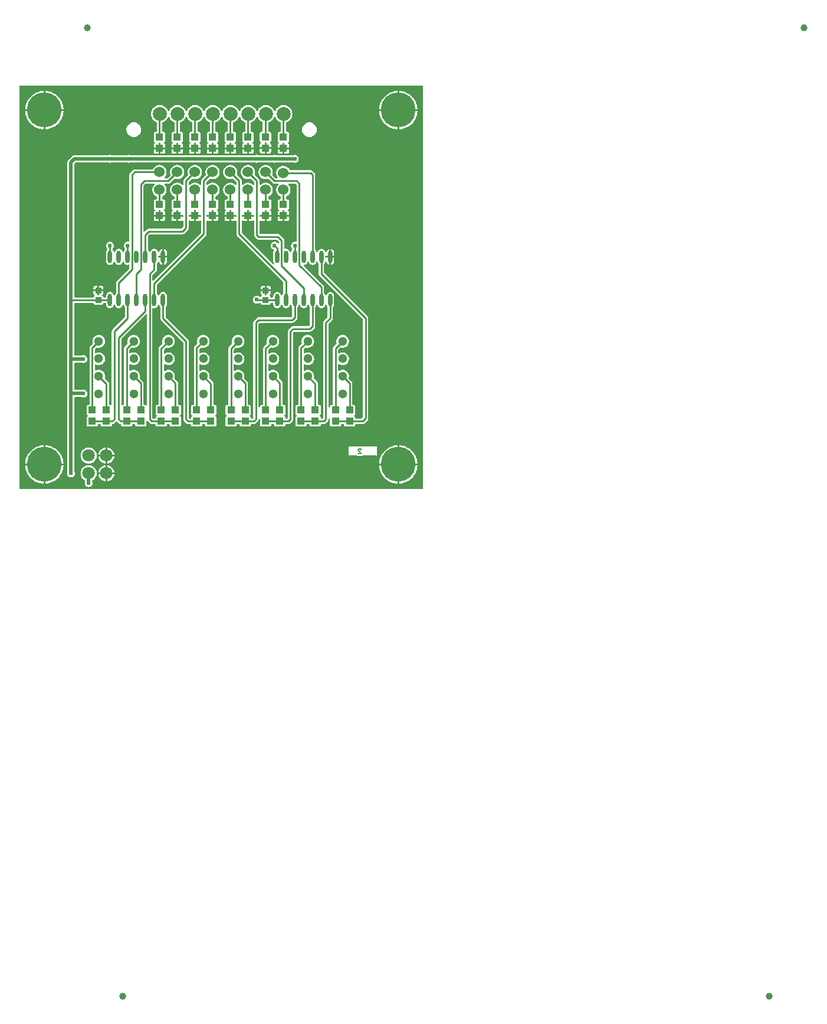
<source format=gbl>
G04 Layer: BottomLayer*
G04 Panelize: Stamp Hole, Column: 2, Row: 2, Board Size: 58.42mm x 58.42mm, Panelized Board Size: 122.84mm x 122.84mm*
G04 EasyEDA v6.5.34, 2023-09-13 23:46:03*
G04 50f54edec40846078001aba480b7569d,5a6b42c53f6a479593ecc07194224c93,10*
G04 Gerber Generator version 0.2*
G04 Scale: 100 percent, Rotated: No, Reflected: No *
G04 Dimensions in millimeters *
G04 leading zeros omitted , absolute positions ,4 integer and 5 decimal *
%FSLAX45Y45*%
%MOMM*%

%AMMACRO1*21,1,$1,$2,0,0,$3*%
%ADD10C,0.1524*%
%ADD11C,0.5000*%
%ADD12C,0.2540*%
%ADD13MACRO1,1X1.1X-90.0000*%
%ADD14O,0.5999988X1.7999964*%
%ADD15MACRO1,0.8X0.9X90.0000*%
%ADD16C,1.0000*%
%ADD17C,5.0000*%
%ADD18C,1.3000*%
%ADD19C,1.5240*%
%ADD20C,2.0000*%
%ADD21C,1.8000*%
%ADD22C,0.6096*%
%ADD23C,0.6200*%
%ADD24C,0.0174*%

%LPD*%
G36*
X5805932Y25908D02*
G01*
X5166360Y25958D01*
X5162448Y26720D01*
X5159146Y28956D01*
X5156962Y32258D01*
X5156200Y36118D01*
X5155438Y32258D01*
X5153202Y28956D01*
X5149900Y26720D01*
X5146040Y25958D01*
X36068Y26416D01*
X32156Y27178D01*
X28905Y29362D01*
X26670Y32664D01*
X25908Y36576D01*
X25908Y5805932D01*
X26670Y5809843D01*
X28905Y5813094D01*
X32156Y5815330D01*
X36068Y5816092D01*
X5805932Y5816092D01*
X5809843Y5815330D01*
X5813094Y5813094D01*
X5815330Y5809843D01*
X5816092Y5805932D01*
X5816092Y36068D01*
X5815330Y32207D01*
X5813094Y28905D01*
X5809843Y26670D01*
G37*

%LPC*%
G36*
X105410Y5473700D02*
G01*
X368300Y5473700D01*
X368300Y5736386D01*
X352145Y5735370D01*
X329285Y5732018D01*
X306781Y5726734D01*
X284835Y5719572D01*
X263499Y5710631D01*
X243027Y5699912D01*
X223520Y5687568D01*
X205130Y5673598D01*
X187960Y5658104D01*
X172161Y5641289D01*
X157784Y5623153D01*
X144983Y5603900D01*
X133858Y5583682D01*
X124460Y5562549D01*
X116890Y5540756D01*
X111150Y5518353D01*
X107289Y5495594D01*
G37*
G36*
X1016000Y57962D02*
G01*
X1025804Y58826D01*
X1035253Y61366D01*
X1044194Y65481D01*
X1052220Y71120D01*
X1059180Y78079D01*
X1064818Y86106D01*
X1068933Y95046D01*
X1071473Y104495D01*
X1072337Y114300D01*
X1071473Y124104D01*
X1068933Y133553D01*
X1067866Y135890D01*
X1066901Y140208D01*
X1066901Y144018D01*
X1067562Y147523D01*
X1069390Y150622D01*
X1072184Y152908D01*
X1078077Y156159D01*
X1089863Y164693D01*
X1100480Y174650D01*
X1109776Y185877D01*
X1117549Y198170D01*
X1123746Y211328D01*
X1128268Y225196D01*
X1130960Y239471D01*
X1131874Y254000D01*
X1130960Y268528D01*
X1128268Y282803D01*
X1123746Y296672D01*
X1117549Y309829D01*
X1109776Y322122D01*
X1100480Y333349D01*
X1089863Y343306D01*
X1078077Y351840D01*
X1065326Y358851D01*
X1051814Y364236D01*
X1037691Y367842D01*
X1023264Y369671D01*
X1008735Y369671D01*
X994308Y367842D01*
X980186Y364236D01*
X966673Y358851D01*
X953922Y351840D01*
X942136Y343306D01*
X931519Y333349D01*
X922223Y322122D01*
X914450Y309829D01*
X908253Y296672D01*
X903732Y282803D01*
X901039Y268528D01*
X900125Y254000D01*
X901039Y239471D01*
X903732Y225196D01*
X908253Y211328D01*
X914450Y198170D01*
X922223Y185877D01*
X931519Y174650D01*
X942136Y164693D01*
X953922Y156159D01*
X959815Y152908D01*
X962609Y150622D01*
X964437Y147523D01*
X965098Y144018D01*
X965098Y140208D01*
X964133Y135890D01*
X963066Y133553D01*
X960526Y124104D01*
X959662Y114300D01*
X960526Y104495D01*
X963066Y95046D01*
X967181Y86106D01*
X972819Y78079D01*
X979779Y71120D01*
X987806Y65481D01*
X996746Y61366D01*
X1006195Y58826D01*
G37*
G36*
X5473700Y105562D02*
G01*
X5478322Y105664D01*
X5501284Y108051D01*
X5523992Y112369D01*
X5546242Y118618D01*
X5567934Y126644D01*
X5588812Y136499D01*
X5608828Y148031D01*
X5627827Y161239D01*
X5645607Y175971D01*
X5662117Y192125D01*
X5677204Y209600D01*
X5690819Y228295D01*
X5702757Y248107D01*
X5713018Y268782D01*
X5721553Y290271D01*
X5728208Y312369D01*
X5733034Y334975D01*
X5735929Y357936D01*
X5736336Y368300D01*
X5473700Y368300D01*
G37*
G36*
X393700Y105562D02*
G01*
X398322Y105664D01*
X421284Y108051D01*
X443992Y112369D01*
X466242Y118618D01*
X487934Y126644D01*
X508812Y136499D01*
X528828Y148031D01*
X547827Y161239D01*
X565607Y175971D01*
X582117Y192125D01*
X597204Y209600D01*
X610819Y228295D01*
X622757Y248107D01*
X633018Y268782D01*
X641553Y290271D01*
X648208Y312369D01*
X653034Y334975D01*
X655929Y357936D01*
X656336Y368300D01*
X393700Y368300D01*
G37*
G36*
X5448300Y105613D02*
G01*
X5448300Y368300D01*
X5185410Y368300D01*
X5187289Y346405D01*
X5191150Y323646D01*
X5196890Y301244D01*
X5204460Y279450D01*
X5213858Y258317D01*
X5224983Y238099D01*
X5237784Y218846D01*
X5252161Y200710D01*
X5267960Y183896D01*
X5285130Y168402D01*
X5303520Y154432D01*
X5323027Y142087D01*
X5343499Y131368D01*
X5364835Y122428D01*
X5386781Y115265D01*
X5409285Y109982D01*
X5432145Y106629D01*
G37*
G36*
X368300Y105613D02*
G01*
X368300Y368300D01*
X105410Y368300D01*
X107289Y346405D01*
X111150Y323646D01*
X116890Y301244D01*
X124460Y279450D01*
X133858Y258317D01*
X144983Y238099D01*
X157784Y218846D01*
X172161Y200710D01*
X187960Y183896D01*
X205130Y168402D01*
X223520Y154432D01*
X243027Y142087D01*
X263499Y131368D01*
X284835Y122428D01*
X306781Y115265D01*
X329285Y109982D01*
X352145Y106629D01*
G37*
G36*
X1257300Y139039D02*
G01*
X1257300Y241300D01*
X1154887Y241300D01*
X1155039Y239471D01*
X1157732Y225196D01*
X1162253Y211328D01*
X1168450Y198170D01*
X1176223Y185877D01*
X1185519Y174650D01*
X1196136Y164693D01*
X1207922Y156159D01*
X1220673Y149148D01*
X1234186Y143764D01*
X1248308Y140157D01*
G37*
G36*
X1282700Y139039D02*
G01*
X1291691Y140157D01*
X1305814Y143764D01*
X1319326Y149148D01*
X1332077Y156159D01*
X1343863Y164693D01*
X1354480Y174650D01*
X1363776Y185877D01*
X1371549Y198170D01*
X1377746Y211328D01*
X1382268Y225196D01*
X1384960Y239471D01*
X1385112Y241300D01*
X1282700Y241300D01*
G37*
G36*
X762000Y197662D02*
G01*
X771804Y198526D01*
X781253Y201066D01*
X790194Y205181D01*
X798220Y210820D01*
X805180Y217779D01*
X810818Y225806D01*
X814933Y234746D01*
X817473Y244195D01*
X818337Y254000D01*
X817473Y263804D01*
X814933Y273253D01*
X813866Y275590D01*
X812901Y279908D01*
X812901Y1335938D01*
X813663Y1339799D01*
X815898Y1343101D01*
X819200Y1345336D01*
X823061Y1346098D01*
X913892Y1346098D01*
X918210Y1345133D01*
X920546Y1344066D01*
X929995Y1341526D01*
X939800Y1340662D01*
X949604Y1341526D01*
X959053Y1344066D01*
X967994Y1348181D01*
X976020Y1353820D01*
X982980Y1360779D01*
X988618Y1368806D01*
X992733Y1377746D01*
X995273Y1387195D01*
X996137Y1397000D01*
X995273Y1406804D01*
X992733Y1416253D01*
X988618Y1425194D01*
X982980Y1433220D01*
X976020Y1440180D01*
X967994Y1445818D01*
X959053Y1449933D01*
X949604Y1452473D01*
X939800Y1453337D01*
X929995Y1452473D01*
X920546Y1449933D01*
X918210Y1448866D01*
X913892Y1447901D01*
X823061Y1447901D01*
X819200Y1448663D01*
X815898Y1450898D01*
X813663Y1454200D01*
X812901Y1458061D01*
X812901Y1831238D01*
X813663Y1835099D01*
X815898Y1838401D01*
X819200Y1840636D01*
X823061Y1841398D01*
X913892Y1841398D01*
X918210Y1840433D01*
X920546Y1839366D01*
X929995Y1836826D01*
X939800Y1835962D01*
X949604Y1836826D01*
X959053Y1839366D01*
X967994Y1843481D01*
X976020Y1849120D01*
X982980Y1856079D01*
X988618Y1864106D01*
X992733Y1873046D01*
X995273Y1882495D01*
X996137Y1892300D01*
X995273Y1902104D01*
X992733Y1911553D01*
X988618Y1920493D01*
X982980Y1928520D01*
X976020Y1935480D01*
X967994Y1941118D01*
X959053Y1945233D01*
X949604Y1947773D01*
X939800Y1948637D01*
X929995Y1947773D01*
X920546Y1945233D01*
X918210Y1944166D01*
X913892Y1943201D01*
X823061Y1943201D01*
X819200Y1943963D01*
X815898Y1946198D01*
X813663Y1949500D01*
X812901Y1953361D01*
X812901Y2687828D01*
X813663Y2691739D01*
X815898Y2694990D01*
X819200Y2697226D01*
X823061Y2697988D01*
X1075842Y2697988D01*
X1079906Y2697124D01*
X1083310Y2694736D01*
X1085443Y2691180D01*
X1087424Y2685491D01*
X1090523Y2680614D01*
X1094587Y2676499D01*
X1099515Y2673451D01*
X1104950Y2671521D01*
X1111300Y2670810D01*
X1200150Y2670810D01*
X1206449Y2671521D01*
X1211935Y2673451D01*
X1216812Y2676499D01*
X1220927Y2680614D01*
X1223975Y2685491D01*
X1226210Y2691790D01*
X1228344Y2695346D01*
X1231696Y2697734D01*
X1235710Y2698597D01*
X1254658Y2698750D01*
X1258570Y2697988D01*
X1261872Y2695803D01*
X1264107Y2692501D01*
X1264869Y2688590D01*
X1264869Y2678430D01*
X1265783Y2668270D01*
X1268272Y2658872D01*
X1272387Y2650083D01*
X1277975Y2642108D01*
X1284884Y2635199D01*
X1292860Y2629611D01*
X1301699Y2625496D01*
X1311097Y2622956D01*
X1320800Y2622143D01*
X1330502Y2622956D01*
X1339900Y2625496D01*
X1348740Y2629611D01*
X1356715Y2635199D01*
X1363573Y2642108D01*
X1369161Y2650083D01*
X1373276Y2658872D01*
X1374495Y2663291D01*
X1376527Y2667203D01*
X1379982Y2669895D01*
X1384300Y2670860D01*
X1388567Y2669895D01*
X1392072Y2667203D01*
X1394104Y2663291D01*
X1395272Y2658872D01*
X1399387Y2650083D01*
X1404975Y2642108D01*
X1411884Y2635199D01*
X1419860Y2629611D01*
X1428699Y2625496D01*
X1438097Y2622956D01*
X1447800Y2622143D01*
X1457502Y2622956D01*
X1466900Y2625496D01*
X1475740Y2629611D01*
X1483715Y2635199D01*
X1490573Y2642108D01*
X1496161Y2650083D01*
X1500276Y2658872D01*
X1501495Y2663291D01*
X1503527Y2667203D01*
X1506982Y2669895D01*
X1511300Y2670860D01*
X1515567Y2669895D01*
X1519072Y2667203D01*
X1521104Y2663291D01*
X1522272Y2658872D01*
X1526387Y2650083D01*
X1531975Y2642108D01*
X1533194Y2640888D01*
X1535430Y2637586D01*
X1536192Y2633675D01*
X1536192Y2496718D01*
X1535430Y2492806D01*
X1533194Y2489504D01*
X1357376Y2313635D01*
X1352245Y2307437D01*
X1348689Y2300732D01*
X1346504Y2293518D01*
X1345692Y2285492D01*
X1345692Y1243787D01*
X1344980Y1239977D01*
X1342898Y1236776D01*
X1339748Y1234541D01*
X1335989Y1233627D01*
X1330756Y1234694D01*
X1324406Y1235405D01*
X1318768Y1235405D01*
X1314856Y1236167D01*
X1311605Y1238351D01*
X1309370Y1241653D01*
X1308608Y1245565D01*
X1308608Y1536700D01*
X1307795Y1544726D01*
X1305610Y1551940D01*
X1302054Y1558645D01*
X1296924Y1564843D01*
X1250645Y1611172D01*
X1248613Y1614017D01*
X1247698Y1617370D01*
X1247952Y1620824D01*
X1250391Y1630578D01*
X1251712Y1643176D01*
X1251254Y1655825D01*
X1249070Y1668322D01*
X1245158Y1680362D01*
X1239570Y1691792D01*
X1232509Y1702307D01*
X1224026Y1711706D01*
X1214323Y1719884D01*
X1203553Y1726590D01*
X1191971Y1731721D01*
X1179779Y1735226D01*
X1167231Y1737004D01*
X1154531Y1737004D01*
X1141984Y1735226D01*
X1129792Y1731721D01*
X1119682Y1727250D01*
X1115771Y1726387D01*
X1111808Y1727098D01*
X1108456Y1729282D01*
X1106220Y1732584D01*
X1105408Y1736547D01*
X1105408Y1806244D01*
X1106271Y1810308D01*
X1108659Y1813712D01*
X1112215Y1815846D01*
X1116330Y1816404D01*
X1120343Y1815236D01*
X1123899Y1813306D01*
X1135837Y1808988D01*
X1148232Y1806346D01*
X1160881Y1805482D01*
X1173530Y1806346D01*
X1185926Y1808988D01*
X1197864Y1813306D01*
X1209040Y1819249D01*
X1219301Y1826717D01*
X1228445Y1835505D01*
X1236218Y1845513D01*
X1242568Y1856486D01*
X1247343Y1868271D01*
X1250391Y1880565D01*
X1251712Y1893163D01*
X1251254Y1905863D01*
X1249070Y1918309D01*
X1245158Y1930400D01*
X1239570Y1941779D01*
X1232509Y1952294D01*
X1224026Y1961692D01*
X1214323Y1969871D01*
X1203553Y1976577D01*
X1191971Y1981758D01*
X1179779Y1985213D01*
X1167231Y1986991D01*
X1154531Y1986991D01*
X1141984Y1985213D01*
X1129792Y1981758D01*
X1119682Y1977237D01*
X1115771Y1976374D01*
X1111808Y1977085D01*
X1108456Y1979269D01*
X1106220Y1982571D01*
X1105408Y1986534D01*
X1105408Y2032000D01*
X1106170Y2035860D01*
X1108405Y2039162D01*
X1125626Y2056434D01*
X1128369Y2058365D01*
X1131620Y2059330D01*
X1134973Y2059178D01*
X1148232Y2056333D01*
X1160881Y2055469D01*
X1173530Y2056333D01*
X1185926Y2058974D01*
X1197864Y2063292D01*
X1209040Y2069287D01*
X1219301Y2076704D01*
X1228394Y2085543D01*
X1236218Y2095500D01*
X1242568Y2106472D01*
X1247292Y2118258D01*
X1250391Y2130552D01*
X1251712Y2143150D01*
X1251254Y2155850D01*
X1249070Y2168347D01*
X1245158Y2180386D01*
X1239570Y2191766D01*
X1232509Y2202281D01*
X1224026Y2211730D01*
X1214272Y2219858D01*
X1203553Y2226564D01*
X1191971Y2231745D01*
X1179779Y2235250D01*
X1167231Y2236978D01*
X1154531Y2236978D01*
X1141984Y2235250D01*
X1129792Y2231745D01*
X1118209Y2226564D01*
X1107440Y2219858D01*
X1097737Y2211730D01*
X1089253Y2202281D01*
X1082192Y2191766D01*
X1076604Y2180386D01*
X1072692Y2168347D01*
X1070508Y2155850D01*
X1070051Y2143150D01*
X1071372Y2130552D01*
X1073810Y2120798D01*
X1074064Y2117293D01*
X1073150Y2113991D01*
X1071118Y2111146D01*
X1039876Y2079853D01*
X1034745Y2073605D01*
X1031189Y2066950D01*
X1029004Y2059736D01*
X1028192Y2051710D01*
X1028192Y1245565D01*
X1027430Y1241653D01*
X1025194Y1238351D01*
X1021943Y1236167D01*
X1018032Y1235405D01*
X1012342Y1235405D01*
X1006043Y1234694D01*
X1000556Y1232763D01*
X995680Y1229715D01*
X991565Y1225600D01*
X988517Y1220724D01*
X986586Y1215237D01*
X985875Y1208938D01*
X985875Y1110081D01*
X986586Y1103731D01*
X988517Y1098296D01*
X991565Y1093368D01*
X995680Y1089304D01*
X997559Y1088085D01*
X1000506Y1085291D01*
X1002131Y1081532D01*
X1002131Y1077468D01*
X1000506Y1073708D01*
X997559Y1070914D01*
X995680Y1069695D01*
X991565Y1065631D01*
X988517Y1060704D01*
X986586Y1055268D01*
X985875Y1048918D01*
X985875Y950061D01*
X986586Y943762D01*
X988517Y938276D01*
X991565Y933399D01*
X995680Y929284D01*
X1000556Y926236D01*
X1006043Y924306D01*
X1012342Y923594D01*
X1121206Y923594D01*
X1127556Y924306D01*
X1132992Y926236D01*
X1137920Y929284D01*
X1141984Y933399D01*
X1145082Y938276D01*
X1146962Y943660D01*
X1147775Y951737D01*
X1148791Y955294D01*
X1151026Y958240D01*
X1154226Y960221D01*
X1157884Y960882D01*
X1178915Y960882D01*
X1182573Y960221D01*
X1185773Y958240D01*
X1188008Y955294D01*
X1189024Y951737D01*
X1189837Y943660D01*
X1191717Y938276D01*
X1194765Y933399D01*
X1198880Y929284D01*
X1203756Y926236D01*
X1209243Y924306D01*
X1215542Y923594D01*
X1324406Y923594D01*
X1330756Y924306D01*
X1336192Y926236D01*
X1341120Y929284D01*
X1345184Y933399D01*
X1348282Y938276D01*
X1350213Y943762D01*
X1350924Y951331D01*
X1351584Y954989D01*
X1353515Y958138D01*
X1356512Y960374D01*
X1360068Y961440D01*
X1362608Y961694D01*
X1369872Y963879D01*
X1376527Y967435D01*
X1382725Y972566D01*
X1408887Y998677D01*
X1412138Y1000861D01*
X1416050Y1001623D01*
X1419961Y1000861D01*
X1423212Y998677D01*
X1449374Y972566D01*
X1455572Y967435D01*
X1462227Y963879D01*
X1469491Y961694D01*
X1472031Y961440D01*
X1475587Y960374D01*
X1478534Y958138D01*
X1480515Y954989D01*
X1481886Y943762D01*
X1483817Y938276D01*
X1486865Y933399D01*
X1490980Y929284D01*
X1495856Y926236D01*
X1501343Y924306D01*
X1507642Y923594D01*
X1616506Y923594D01*
X1622856Y924306D01*
X1628292Y926236D01*
X1633220Y929284D01*
X1637283Y933399D01*
X1640382Y938276D01*
X1642262Y943660D01*
X1643075Y951737D01*
X1644091Y955294D01*
X1646326Y958240D01*
X1649526Y960221D01*
X1653184Y960882D01*
X1674215Y960882D01*
X1677873Y960221D01*
X1681073Y958240D01*
X1683308Y955294D01*
X1684324Y951737D01*
X1685137Y943660D01*
X1687017Y938276D01*
X1690065Y933399D01*
X1694180Y929284D01*
X1699056Y926236D01*
X1704543Y924306D01*
X1710842Y923594D01*
X1819706Y923594D01*
X1826056Y924306D01*
X1831492Y926236D01*
X1836420Y929284D01*
X1840484Y933399D01*
X1843582Y938276D01*
X1845513Y943762D01*
X1846224Y950061D01*
X1846224Y995984D01*
X1847037Y999998D01*
X1849424Y1003401D01*
X1852930Y1005535D01*
X1857044Y1006094D01*
X1861007Y1005027D01*
X1864207Y1002436D01*
X1865375Y1001064D01*
X1893874Y972515D01*
X1900072Y967435D01*
X1906727Y963879D01*
X1913991Y961644D01*
X1922018Y960882D01*
X1966315Y960882D01*
X1969973Y960221D01*
X1973173Y958240D01*
X1975408Y955294D01*
X1976424Y951687D01*
X1977237Y943660D01*
X1979117Y938276D01*
X1982165Y933399D01*
X1986280Y929284D01*
X1991156Y926236D01*
X1996643Y924306D01*
X2002942Y923594D01*
X2111806Y923594D01*
X2118156Y924306D01*
X2123592Y926236D01*
X2128520Y929284D01*
X2132584Y933399D01*
X2135682Y938276D01*
X2137562Y943660D01*
X2138324Y951737D01*
X2139391Y955294D01*
X2141626Y958240D01*
X2144826Y960221D01*
X2148484Y960882D01*
X2169515Y960882D01*
X2173173Y960221D01*
X2176373Y958240D01*
X2178608Y955294D01*
X2179624Y951737D01*
X2180437Y943660D01*
X2182317Y938276D01*
X2185365Y933399D01*
X2189480Y929284D01*
X2194356Y926236D01*
X2199843Y924306D01*
X2206142Y923594D01*
X2315006Y923594D01*
X2321356Y924306D01*
X2326792Y926236D01*
X2331720Y929284D01*
X2335784Y933399D01*
X2338882Y938276D01*
X2340813Y943762D01*
X2341524Y950061D01*
X2341524Y1048918D01*
X2340813Y1055268D01*
X2338882Y1060704D01*
X2335784Y1065631D01*
X2331720Y1069695D01*
X2329840Y1070914D01*
X2326894Y1073708D01*
X2325268Y1077468D01*
X2325268Y1081532D01*
X2326894Y1085291D01*
X2329840Y1088085D01*
X2331720Y1089304D01*
X2335784Y1093368D01*
X2338882Y1098296D01*
X2340813Y1103731D01*
X2341524Y1110081D01*
X2341524Y1208938D01*
X2340813Y1215237D01*
X2338882Y1220724D01*
X2335784Y1225600D01*
X2331720Y1229715D01*
X2326792Y1232763D01*
X2321356Y1234694D01*
X2315006Y1235405D01*
X2309368Y1235405D01*
X2305456Y1236167D01*
X2302205Y1238351D01*
X2299970Y1241653D01*
X2299208Y1245565D01*
X2299208Y1546098D01*
X2298395Y1554124D01*
X2296210Y1561388D01*
X2292654Y1568043D01*
X2287524Y1574241D01*
X2250643Y1611172D01*
X2248611Y1614017D01*
X2247696Y1617370D01*
X2247950Y1620824D01*
X2250389Y1630578D01*
X2251710Y1643176D01*
X2251252Y1655825D01*
X2249068Y1668322D01*
X2245156Y1680362D01*
X2239568Y1691792D01*
X2232507Y1702307D01*
X2224024Y1711706D01*
X2214321Y1719884D01*
X2203551Y1726590D01*
X2191969Y1731721D01*
X2179777Y1735226D01*
X2167229Y1737004D01*
X2154529Y1737004D01*
X2141982Y1735226D01*
X2129790Y1731721D01*
X2118207Y1726590D01*
X2111552Y1722424D01*
X2107488Y1720951D01*
X2103221Y1721307D01*
X2099462Y1723389D01*
X2096922Y1726844D01*
X2096007Y1731060D01*
X2096007Y1811477D01*
X2096973Y1815795D01*
X2099716Y1819300D01*
X2103628Y1821332D01*
X2108047Y1821434D01*
X2112721Y1819249D01*
X2123897Y1813306D01*
X2135835Y1808988D01*
X2148230Y1806346D01*
X2160879Y1805482D01*
X2173528Y1806346D01*
X2185924Y1808988D01*
X2197862Y1813306D01*
X2209038Y1819249D01*
X2219299Y1826717D01*
X2228443Y1835505D01*
X2236216Y1845513D01*
X2242566Y1856486D01*
X2247341Y1868271D01*
X2250389Y1880565D01*
X2251710Y1893163D01*
X2251252Y1905863D01*
X2249068Y1918309D01*
X2245156Y1930400D01*
X2239568Y1941779D01*
X2232507Y1952294D01*
X2224024Y1961692D01*
X2214321Y1969871D01*
X2203551Y1976577D01*
X2191969Y1981758D01*
X2179777Y1985213D01*
X2167229Y1986991D01*
X2154529Y1986991D01*
X2141982Y1985213D01*
X2129790Y1981758D01*
X2118207Y1976577D01*
X2111552Y1972411D01*
X2107488Y1970989D01*
X2103221Y1971293D01*
X2099462Y1973376D01*
X2096922Y1976831D01*
X2096007Y1981047D01*
X2096007Y2022602D01*
X2096770Y2026462D01*
X2099005Y2029764D01*
X2125624Y2056434D01*
X2128367Y2058365D01*
X2131618Y2059330D01*
X2134971Y2059178D01*
X2148230Y2056333D01*
X2160879Y2055469D01*
X2173528Y2056333D01*
X2185924Y2058974D01*
X2197862Y2063292D01*
X2209038Y2069287D01*
X2219299Y2076704D01*
X2228392Y2085543D01*
X2236216Y2095500D01*
X2242566Y2106472D01*
X2247290Y2118258D01*
X2250389Y2130552D01*
X2251710Y2143150D01*
X2251252Y2155850D01*
X2249068Y2168347D01*
X2245156Y2180386D01*
X2239568Y2191766D01*
X2232507Y2202281D01*
X2224024Y2211730D01*
X2214270Y2219858D01*
X2203551Y2226564D01*
X2191969Y2231745D01*
X2179777Y2235250D01*
X2167229Y2236978D01*
X2154529Y2236978D01*
X2141982Y2235250D01*
X2129790Y2231745D01*
X2118207Y2226564D01*
X2107438Y2219858D01*
X2097735Y2211730D01*
X2089251Y2202281D01*
X2082190Y2191766D01*
X2076602Y2180386D01*
X2072690Y2168347D01*
X2070506Y2155850D01*
X2070049Y2143150D01*
X2071370Y2130552D01*
X2073808Y2120798D01*
X2074062Y2117293D01*
X2073148Y2113991D01*
X2071116Y2111146D01*
X2030475Y2070455D01*
X2025345Y2064207D01*
X2021789Y2057552D01*
X2019604Y2050338D01*
X2018792Y2042312D01*
X2018792Y1245565D01*
X2018030Y1241653D01*
X2015794Y1238351D01*
X2012543Y1236167D01*
X2008632Y1235405D01*
X2002942Y1235405D01*
X1996643Y1234694D01*
X1991156Y1232763D01*
X1986280Y1229715D01*
X1982165Y1225600D01*
X1979117Y1220724D01*
X1977186Y1215237D01*
X1976475Y1208938D01*
X1976475Y1110081D01*
X1977186Y1103731D01*
X1979117Y1098296D01*
X1982165Y1093368D01*
X1986280Y1089304D01*
X1988159Y1088085D01*
X1991106Y1085291D01*
X1992731Y1081532D01*
X1992731Y1077468D01*
X1991106Y1073708D01*
X1988159Y1070914D01*
X1986280Y1069695D01*
X1982165Y1065631D01*
X1979117Y1060704D01*
X1977237Y1055319D01*
X1976424Y1047292D01*
X1975408Y1043686D01*
X1973173Y1040739D01*
X1969973Y1038758D01*
X1966315Y1038098D01*
X1941728Y1038098D01*
X1937816Y1038860D01*
X1933905Y1041704D01*
X1931670Y1045006D01*
X1930907Y1048918D01*
X1930907Y2613812D01*
X1931568Y2617419D01*
X1933498Y2620619D01*
X1936445Y2622854D01*
X1940001Y2623921D01*
X1943709Y2623616D01*
X1946097Y2622956D01*
X1955800Y2622143D01*
X1965502Y2622956D01*
X1974900Y2625496D01*
X1983739Y2629611D01*
X1991715Y2635199D01*
X1998573Y2642108D01*
X2004161Y2650083D01*
X2008276Y2658872D01*
X2009495Y2663291D01*
X2011527Y2667203D01*
X2014982Y2669895D01*
X2019300Y2670860D01*
X2023567Y2669895D01*
X2027072Y2667203D01*
X2029104Y2663291D01*
X2030272Y2658872D01*
X2034387Y2650083D01*
X2039975Y2642108D01*
X2041194Y2640888D01*
X2043430Y2637586D01*
X2044192Y2633675D01*
X2044192Y2477008D01*
X2045004Y2468981D01*
X2047189Y2461768D01*
X2050745Y2455062D01*
X2055875Y2448864D01*
X2371394Y2133295D01*
X2373630Y2129993D01*
X2374392Y2126081D01*
X2374392Y1029208D01*
X2375204Y1021181D01*
X2377389Y1013917D01*
X2380945Y1007262D01*
X2386076Y1001014D01*
X2414524Y972566D01*
X2420772Y967435D01*
X2427427Y963879D01*
X2434691Y961694D01*
X2442718Y960882D01*
X2474315Y960882D01*
X2477973Y960221D01*
X2481173Y958240D01*
X2483408Y955294D01*
X2484424Y951737D01*
X2485237Y943660D01*
X2487117Y938276D01*
X2490165Y933399D01*
X2494280Y929284D01*
X2499156Y926236D01*
X2504643Y924306D01*
X2510942Y923594D01*
X2619806Y923594D01*
X2626156Y924306D01*
X2631592Y926236D01*
X2636520Y929284D01*
X2640584Y933399D01*
X2643682Y938276D01*
X2645562Y943660D01*
X2646324Y951737D01*
X2647391Y955294D01*
X2649626Y958240D01*
X2652826Y960221D01*
X2656484Y960882D01*
X2677515Y960882D01*
X2681173Y960221D01*
X2684373Y958240D01*
X2686608Y955294D01*
X2687624Y951737D01*
X2688437Y943660D01*
X2690317Y938276D01*
X2693365Y933399D01*
X2697480Y929284D01*
X2702356Y926236D01*
X2707843Y924306D01*
X2714142Y923594D01*
X2823006Y923594D01*
X2829356Y924306D01*
X2834792Y926236D01*
X2839720Y929284D01*
X2843784Y933399D01*
X2846882Y938276D01*
X2848813Y943762D01*
X2849524Y950061D01*
X2849524Y1048918D01*
X2848813Y1055268D01*
X2846882Y1060704D01*
X2843784Y1065631D01*
X2839720Y1069695D01*
X2837840Y1070914D01*
X2834894Y1073708D01*
X2833268Y1077468D01*
X2833268Y1081532D01*
X2834894Y1085291D01*
X2837840Y1088085D01*
X2839720Y1089304D01*
X2843784Y1093368D01*
X2846882Y1098296D01*
X2848813Y1103731D01*
X2849524Y1110081D01*
X2849524Y1208938D01*
X2848813Y1215237D01*
X2846882Y1220724D01*
X2843784Y1225600D01*
X2839720Y1229715D01*
X2834792Y1232763D01*
X2829356Y1234694D01*
X2823006Y1235405D01*
X2817368Y1235405D01*
X2813456Y1236167D01*
X2810205Y1238351D01*
X2807970Y1241653D01*
X2807208Y1245565D01*
X2807208Y1538122D01*
X2806395Y1546098D01*
X2804210Y1553362D01*
X2800654Y1560017D01*
X2795524Y1566265D01*
X2750616Y1611172D01*
X2748635Y1614017D01*
X2747721Y1617370D01*
X2747975Y1620824D01*
X2750362Y1630578D01*
X2751734Y1643176D01*
X2751277Y1655825D01*
X2749042Y1668322D01*
X2745130Y1680362D01*
X2739593Y1691792D01*
X2732481Y1702307D01*
X2723997Y1711706D01*
X2714294Y1719884D01*
X2703576Y1726590D01*
X2691942Y1731721D01*
X2679801Y1735226D01*
X2667203Y1737004D01*
X2654554Y1737004D01*
X2642006Y1735226D01*
X2629814Y1731721D01*
X2618282Y1726641D01*
X2614371Y1725726D01*
X2610408Y1726438D01*
X2607056Y1728622D01*
X2604820Y1731975D01*
X2604008Y1735886D01*
X2604008Y1807006D01*
X2604871Y1811070D01*
X2607259Y1814423D01*
X2610815Y1816607D01*
X2614930Y1817116D01*
X2618943Y1815947D01*
X2623921Y1813306D01*
X2635808Y1808988D01*
X2648254Y1806346D01*
X2660904Y1805482D01*
X2673553Y1806346D01*
X2685948Y1808988D01*
X2697835Y1813306D01*
X2709062Y1819249D01*
X2719324Y1826717D01*
X2728417Y1835505D01*
X2736240Y1845513D01*
X2742590Y1856486D01*
X2747314Y1868271D01*
X2750362Y1880565D01*
X2751734Y1893163D01*
X2751277Y1905863D01*
X2749042Y1918309D01*
X2745130Y1930400D01*
X2739593Y1941779D01*
X2732481Y1952294D01*
X2723997Y1961692D01*
X2714294Y1969871D01*
X2703576Y1976577D01*
X2691942Y1981758D01*
X2679801Y1985213D01*
X2667203Y1986991D01*
X2654554Y1986991D01*
X2642006Y1985213D01*
X2629814Y1981758D01*
X2618282Y1976628D01*
X2614371Y1975764D01*
X2610408Y1976475D01*
X2607056Y1978660D01*
X2604820Y1981962D01*
X2604008Y1985924D01*
X2604008Y2030577D01*
X2604770Y2034489D01*
X2607005Y2037791D01*
X2625648Y2056434D01*
X2628392Y2058365D01*
X2631592Y2059330D01*
X2634945Y2059178D01*
X2648254Y2056333D01*
X2660853Y2055469D01*
X2673502Y2056333D01*
X2685948Y2058974D01*
X2697835Y2063292D01*
X2709011Y2069287D01*
X2719273Y2076704D01*
X2728417Y2085543D01*
X2736240Y2095500D01*
X2742539Y2106472D01*
X2747314Y2118258D01*
X2750362Y2130552D01*
X2751683Y2143150D01*
X2751277Y2155850D01*
X2749042Y2168347D01*
X2745130Y2180386D01*
X2739593Y2191766D01*
X2732481Y2202281D01*
X2723997Y2211730D01*
X2714294Y2219858D01*
X2703525Y2226564D01*
X2691942Y2231745D01*
X2679750Y2235250D01*
X2667203Y2236978D01*
X2654554Y2236978D01*
X2641955Y2235250D01*
X2629814Y2231745D01*
X2618181Y2226564D01*
X2607462Y2219858D01*
X2597759Y2211730D01*
X2589276Y2202281D01*
X2582164Y2191766D01*
X2576626Y2180386D01*
X2572715Y2168347D01*
X2570480Y2155850D01*
X2570022Y2143150D01*
X2571394Y2130552D01*
X2573832Y2120798D01*
X2574086Y2117293D01*
X2573121Y2113991D01*
X2571140Y2111146D01*
X2538476Y2078431D01*
X2533345Y2072233D01*
X2529789Y2065528D01*
X2527604Y2058314D01*
X2526792Y2050288D01*
X2526792Y1245565D01*
X2526030Y1241653D01*
X2523794Y1238351D01*
X2520543Y1236167D01*
X2516632Y1235405D01*
X2510942Y1235405D01*
X2504643Y1234694D01*
X2499156Y1232763D01*
X2494280Y1229715D01*
X2490165Y1225600D01*
X2487117Y1220724D01*
X2485186Y1215237D01*
X2484475Y1208938D01*
X2484475Y1110081D01*
X2485186Y1103731D01*
X2487117Y1098296D01*
X2490165Y1093368D01*
X2494280Y1089304D01*
X2496159Y1088085D01*
X2499106Y1085291D01*
X2500731Y1081532D01*
X2500731Y1077468D01*
X2499106Y1073708D01*
X2496159Y1070914D01*
X2494280Y1069695D01*
X2490165Y1065631D01*
X2487117Y1060704D01*
X2485237Y1055319D01*
X2484424Y1047292D01*
X2483408Y1043686D01*
X2481173Y1040739D01*
X2477973Y1038758D01*
X2474315Y1038098D01*
X2462377Y1038098D01*
X2458516Y1038860D01*
X2454605Y1041704D01*
X2452370Y1045006D01*
X2451608Y1048867D01*
X2451608Y2145792D01*
X2450795Y2153818D01*
X2448610Y2161032D01*
X2445054Y2167737D01*
X2439924Y2173935D01*
X2124405Y2489504D01*
X2122170Y2492806D01*
X2121408Y2496718D01*
X2121408Y2633675D01*
X2122170Y2637586D01*
X2124405Y2640888D01*
X2125573Y2642108D01*
X2131161Y2650083D01*
X2135276Y2658872D01*
X2137816Y2668270D01*
X2138680Y2678430D01*
X2138680Y2797556D01*
X2137816Y2807716D01*
X2135276Y2817114D01*
X2131161Y2825953D01*
X2125573Y2833928D01*
X2118715Y2840786D01*
X2110740Y2846374D01*
X2101900Y2850489D01*
X2092502Y2853029D01*
X2082800Y2853842D01*
X2073097Y2853029D01*
X2063699Y2850489D01*
X2054860Y2846374D01*
X2046884Y2840786D01*
X2039975Y2833928D01*
X2034387Y2825953D01*
X2030272Y2817114D01*
X2029104Y2812694D01*
X2027072Y2808782D01*
X2023567Y2806090D01*
X2019300Y2805125D01*
X2014982Y2806090D01*
X2011527Y2808782D01*
X2009495Y2812694D01*
X2008276Y2817114D01*
X2004161Y2825953D01*
X1998573Y2833928D01*
X1997405Y2835097D01*
X1995170Y2838399D01*
X1994407Y2842310D01*
X1994407Y2951581D01*
X1995170Y2955493D01*
X1997405Y2958795D01*
X2693924Y3655364D01*
X2699054Y3661562D01*
X2702610Y3668217D01*
X2704795Y3675481D01*
X2705608Y3683508D01*
X2705608Y3868420D01*
X2706370Y3872280D01*
X2708554Y3875582D01*
X2711856Y3877818D01*
X2715717Y3878579D01*
X2719578Y3877868D01*
X2727756Y3872585D01*
X2733243Y3870706D01*
X2739542Y3869994D01*
X2781300Y3869994D01*
X2781300Y3933190D01*
X2715768Y3933190D01*
X2711856Y3933951D01*
X2708605Y3936187D01*
X2706370Y3939489D01*
X2705608Y3943350D01*
X2705608Y3948429D01*
X2706370Y3952341D01*
X2708605Y3955643D01*
X2711856Y3957828D01*
X2715768Y3958590D01*
X2781300Y3958590D01*
X2781300Y4019804D01*
X2782062Y4023715D01*
X2784246Y4027017D01*
X2787548Y4029201D01*
X2791460Y4029964D01*
X2796540Y4029964D01*
X2800400Y4029201D01*
X2803702Y4027017D01*
X2805938Y4023715D01*
X2806700Y4019804D01*
X2806700Y3958590D01*
X2874924Y3958590D01*
X2874924Y3995318D01*
X2874213Y4001668D01*
X2872282Y4007104D01*
X2869184Y4012031D01*
X2865120Y4016095D01*
X2863240Y4017264D01*
X2860294Y4020108D01*
X2858668Y4023868D01*
X2858668Y4027932D01*
X2860294Y4031691D01*
X2863240Y4034485D01*
X2865120Y4035704D01*
X2869184Y4039768D01*
X2872282Y4044696D01*
X2874213Y4050131D01*
X2874924Y4056430D01*
X2874924Y4155338D01*
X2874213Y4161637D01*
X2872282Y4167073D01*
X2869184Y4172000D01*
X2865120Y4176064D01*
X2860192Y4179163D01*
X2854756Y4181094D01*
X2848406Y4181805D01*
X2842768Y4181805D01*
X2838856Y4182567D01*
X2835605Y4184751D01*
X2833370Y4188053D01*
X2832608Y4191965D01*
X2832608Y4217162D01*
X2833268Y4220819D01*
X2835249Y4223969D01*
X2838196Y4226204D01*
X2846019Y4230166D01*
X2857246Y4237888D01*
X2867355Y4247032D01*
X2876194Y4257446D01*
X2883509Y4268927D01*
X2889250Y4281322D01*
X2893314Y4294327D01*
X2895549Y4307789D01*
X2896006Y4321403D01*
X2894634Y4334967D01*
X2891485Y4348226D01*
X2886608Y4360976D01*
X2880055Y4372914D01*
X2871927Y4383938D01*
X2862478Y4393692D01*
X2851759Y4402175D01*
X2840024Y4409135D01*
X2827477Y4414418D01*
X2814320Y4418025D01*
X2800807Y4419854D01*
X2787192Y4419854D01*
X2773680Y4418025D01*
X2760522Y4414418D01*
X2747975Y4409135D01*
X2736240Y4402175D01*
X2725521Y4393692D01*
X2723083Y4391202D01*
X2719781Y4388916D01*
X2715869Y4388104D01*
X2711958Y4388815D01*
X2708605Y4391050D01*
X2706370Y4394352D01*
X2705608Y4398264D01*
X2705608Y4424781D01*
X2706370Y4428693D01*
X2708605Y4431995D01*
X2750007Y4473397D01*
X2753106Y4475530D01*
X2756763Y4476343D01*
X2760522Y4475784D01*
X2767025Y4473549D01*
X2780385Y4470806D01*
X2794000Y4469942D01*
X2807614Y4470806D01*
X2820974Y4473549D01*
X2833827Y4478020D01*
X2846019Y4484166D01*
X2857246Y4491888D01*
X2867355Y4501032D01*
X2876194Y4511446D01*
X2883509Y4522927D01*
X2889250Y4535322D01*
X2893314Y4548327D01*
X2895549Y4561789D01*
X2896006Y4575403D01*
X2894634Y4588967D01*
X2891485Y4602226D01*
X2886608Y4614976D01*
X2880055Y4626914D01*
X2871927Y4637938D01*
X2862478Y4647692D01*
X2851759Y4656175D01*
X2840024Y4663135D01*
X2827477Y4668418D01*
X2814320Y4672025D01*
X2800807Y4673854D01*
X2787192Y4673854D01*
X2773680Y4672025D01*
X2760522Y4668418D01*
X2747975Y4663135D01*
X2736240Y4656175D01*
X2725521Y4647692D01*
X2716022Y4637938D01*
X2707944Y4626914D01*
X2701391Y4614976D01*
X2696514Y4602226D01*
X2693314Y4588967D01*
X2691942Y4575403D01*
X2692400Y4561789D01*
X2694686Y4548327D01*
X2697835Y4538116D01*
X2698292Y4534509D01*
X2697429Y4530953D01*
X2695346Y4527956D01*
X2640076Y4472635D01*
X2634945Y4466437D01*
X2631389Y4459732D01*
X2629204Y4452518D01*
X2628392Y4444492D01*
X2628392Y4398213D01*
X2627630Y4394301D01*
X2625394Y4390999D01*
X2622042Y4388815D01*
X2618130Y4388053D01*
X2614218Y4388916D01*
X2610916Y4391152D01*
X2608478Y4393692D01*
X2597759Y4402175D01*
X2586024Y4409135D01*
X2573477Y4414418D01*
X2560320Y4418025D01*
X2546807Y4419854D01*
X2533192Y4419854D01*
X2519680Y4418025D01*
X2506522Y4414418D01*
X2493975Y4409135D01*
X2482240Y4402175D01*
X2471521Y4393692D01*
X2469083Y4391202D01*
X2465781Y4388916D01*
X2461869Y4388104D01*
X2457958Y4388815D01*
X2454605Y4391050D01*
X2452370Y4394352D01*
X2451608Y4398264D01*
X2451608Y4424781D01*
X2452370Y4428693D01*
X2454605Y4431995D01*
X2496007Y4473397D01*
X2499106Y4475530D01*
X2502763Y4476343D01*
X2506522Y4475784D01*
X2513025Y4473549D01*
X2526385Y4470806D01*
X2540000Y4469942D01*
X2553614Y4470806D01*
X2566974Y4473549D01*
X2579827Y4478020D01*
X2592019Y4484166D01*
X2603246Y4491888D01*
X2613355Y4501032D01*
X2622194Y4511446D01*
X2629509Y4522927D01*
X2635250Y4535322D01*
X2639314Y4548327D01*
X2641549Y4561789D01*
X2642006Y4575403D01*
X2640634Y4588967D01*
X2637485Y4602226D01*
X2632608Y4614976D01*
X2626055Y4626914D01*
X2617927Y4637938D01*
X2608478Y4647692D01*
X2597759Y4656175D01*
X2586024Y4663135D01*
X2573477Y4668418D01*
X2560320Y4672025D01*
X2546807Y4673854D01*
X2533192Y4673854D01*
X2519680Y4672025D01*
X2506522Y4668418D01*
X2493975Y4663135D01*
X2482240Y4656175D01*
X2471521Y4647692D01*
X2462022Y4637938D01*
X2453944Y4626914D01*
X2447391Y4614976D01*
X2442514Y4602226D01*
X2439314Y4588967D01*
X2437942Y4575403D01*
X2438400Y4561789D01*
X2440686Y4548327D01*
X2443835Y4538116D01*
X2444292Y4534509D01*
X2443429Y4530953D01*
X2441346Y4527956D01*
X2386076Y4472635D01*
X2380945Y4466437D01*
X2377389Y4459732D01*
X2375204Y4452518D01*
X2374392Y4444492D01*
X2374392Y4398213D01*
X2373630Y4394301D01*
X2371394Y4390999D01*
X2368042Y4388815D01*
X2364130Y4388053D01*
X2360218Y4388916D01*
X2356916Y4391152D01*
X2354478Y4393692D01*
X2343759Y4402175D01*
X2332024Y4409135D01*
X2319477Y4414418D01*
X2306320Y4418025D01*
X2292807Y4419854D01*
X2279192Y4419854D01*
X2265680Y4418025D01*
X2252522Y4414418D01*
X2239975Y4409135D01*
X2228240Y4402175D01*
X2217521Y4393692D01*
X2208022Y4383938D01*
X2199944Y4372914D01*
X2193391Y4360976D01*
X2188514Y4348226D01*
X2185314Y4334967D01*
X2183942Y4321403D01*
X2184400Y4307789D01*
X2186686Y4294327D01*
X2190750Y4281322D01*
X2196490Y4268927D01*
X2203805Y4257446D01*
X2212594Y4247032D01*
X2222703Y4237888D01*
X2233980Y4230166D01*
X2241804Y4226204D01*
X2244750Y4223969D01*
X2246731Y4220768D01*
X2247392Y4217162D01*
X2247392Y4191965D01*
X2246630Y4188053D01*
X2244394Y4184751D01*
X2241143Y4182567D01*
X2237232Y4181805D01*
X2231542Y4181805D01*
X2225243Y4181094D01*
X2219756Y4179163D01*
X2214880Y4176064D01*
X2210765Y4172000D01*
X2207717Y4167073D01*
X2205786Y4161637D01*
X2205075Y4155338D01*
X2205075Y4056430D01*
X2205786Y4050131D01*
X2207717Y4044696D01*
X2210765Y4039768D01*
X2214880Y4035704D01*
X2216759Y4034485D01*
X2219706Y4031691D01*
X2221331Y4027932D01*
X2221331Y4023868D01*
X2219706Y4020108D01*
X2216759Y4017264D01*
X2214880Y4016095D01*
X2210765Y4012031D01*
X2207717Y4007104D01*
X2205786Y4001668D01*
X2205075Y3995318D01*
X2205075Y3958590D01*
X2273300Y3958590D01*
X2273300Y4019804D01*
X2274062Y4023715D01*
X2276246Y4027017D01*
X2279548Y4029201D01*
X2283460Y4029964D01*
X2288540Y4029964D01*
X2292400Y4029201D01*
X2295702Y4027017D01*
X2297938Y4023715D01*
X2298700Y4019804D01*
X2298700Y3958590D01*
X2364232Y3958590D01*
X2368143Y3957828D01*
X2371394Y3955643D01*
X2373630Y3952341D01*
X2374392Y3948429D01*
X2374392Y3943350D01*
X2373630Y3939489D01*
X2371394Y3936187D01*
X2368143Y3933951D01*
X2364232Y3933190D01*
X2298700Y3933190D01*
X2298700Y3869994D01*
X2340406Y3869994D01*
X2346756Y3870706D01*
X2352192Y3872585D01*
X2360422Y3877868D01*
X2364282Y3878630D01*
X2368143Y3877818D01*
X2371445Y3875633D01*
X2373630Y3872331D01*
X2374392Y3868470D01*
X2374392Y3792118D01*
X2373630Y3788206D01*
X2371394Y3784904D01*
X2349195Y3762654D01*
X2345893Y3760470D01*
X2341981Y3759708D01*
X1880107Y3759708D01*
X1872081Y3758895D01*
X1864868Y3756710D01*
X1858162Y3753154D01*
X1851964Y3748024D01*
X1821230Y3717340D01*
X1817979Y3715156D01*
X1814068Y3714394D01*
X1810156Y3715156D01*
X1806905Y3717340D01*
X1804670Y3720642D01*
X1803907Y3724554D01*
X1803907Y4373981D01*
X1804670Y4377893D01*
X1806905Y4381195D01*
X1829104Y4403394D01*
X1832406Y4405630D01*
X1836318Y4406392D01*
X1951786Y4406392D01*
X1955647Y4405630D01*
X1958949Y4403445D01*
X1961134Y4400194D01*
X1961946Y4396333D01*
X1961235Y4392472D01*
X1959102Y4389170D01*
X1954022Y4383938D01*
X1945944Y4372914D01*
X1939391Y4360976D01*
X1934514Y4348226D01*
X1931314Y4334967D01*
X1929942Y4321403D01*
X1930400Y4307789D01*
X1932686Y4294327D01*
X1936750Y4281322D01*
X1942490Y4268927D01*
X1949805Y4257446D01*
X1958593Y4247032D01*
X1968703Y4237888D01*
X1979980Y4230166D01*
X1987804Y4226204D01*
X1990750Y4223969D01*
X1992731Y4220768D01*
X1993392Y4217162D01*
X1993392Y4191965D01*
X1992630Y4188053D01*
X1990394Y4184751D01*
X1987143Y4182567D01*
X1983232Y4181805D01*
X1977542Y4181805D01*
X1971243Y4181094D01*
X1965756Y4179163D01*
X1960880Y4176064D01*
X1956765Y4172000D01*
X1953717Y4167073D01*
X1951786Y4161637D01*
X1951075Y4155338D01*
X1951075Y4056430D01*
X1951786Y4050131D01*
X1953717Y4044696D01*
X1956765Y4039768D01*
X1960880Y4035704D01*
X1962759Y4034485D01*
X1965706Y4031691D01*
X1967331Y4027932D01*
X1967331Y4023868D01*
X1965706Y4020108D01*
X1962759Y4017264D01*
X1960880Y4016095D01*
X1956765Y4012031D01*
X1953717Y4007104D01*
X1951786Y4001668D01*
X1951075Y3995318D01*
X1951075Y3958590D01*
X2019300Y3958590D01*
X2019300Y4019804D01*
X2020062Y4023715D01*
X2022246Y4027017D01*
X2025548Y4029201D01*
X2029460Y4029964D01*
X2034539Y4029964D01*
X2038400Y4029201D01*
X2041702Y4027017D01*
X2043938Y4023715D01*
X2044700Y4019804D01*
X2044700Y3958590D01*
X2112924Y3958590D01*
X2112924Y3995318D01*
X2112213Y4001668D01*
X2110282Y4007104D01*
X2107184Y4012031D01*
X2103120Y4016095D01*
X2101240Y4017264D01*
X2098294Y4020108D01*
X2096668Y4023868D01*
X2096668Y4027932D01*
X2098294Y4031691D01*
X2101240Y4034485D01*
X2103120Y4035704D01*
X2107184Y4039768D01*
X2110282Y4044696D01*
X2112213Y4050131D01*
X2112924Y4056430D01*
X2112924Y4155338D01*
X2112213Y4161637D01*
X2110282Y4167073D01*
X2107184Y4172000D01*
X2103120Y4176064D01*
X2098192Y4179163D01*
X2092756Y4181094D01*
X2086406Y4181805D01*
X2080768Y4181805D01*
X2076856Y4182567D01*
X2073605Y4184751D01*
X2071370Y4188053D01*
X2070607Y4191965D01*
X2070607Y4217162D01*
X2071268Y4220819D01*
X2073249Y4223969D01*
X2076196Y4226204D01*
X2084019Y4230166D01*
X2095246Y4237888D01*
X2105355Y4247032D01*
X2114194Y4257446D01*
X2121509Y4268927D01*
X2127250Y4281322D01*
X2131314Y4294327D01*
X2133549Y4307789D01*
X2134006Y4321403D01*
X2132634Y4334967D01*
X2129485Y4348226D01*
X2124608Y4360976D01*
X2118055Y4372914D01*
X2109927Y4383938D01*
X2104898Y4389170D01*
X2102764Y4392472D01*
X2102002Y4396333D01*
X2102815Y4400194D01*
X2105050Y4403445D01*
X2108301Y4405630D01*
X2112162Y4406392D01*
X2158492Y4406392D01*
X2166518Y4407154D01*
X2173732Y4409338D01*
X2180386Y4412945D01*
X2186635Y4418025D01*
X2242007Y4473397D01*
X2245106Y4475530D01*
X2248763Y4476343D01*
X2252522Y4475784D01*
X2259025Y4473549D01*
X2272385Y4470806D01*
X2286000Y4469942D01*
X2299614Y4470806D01*
X2312974Y4473549D01*
X2325827Y4478020D01*
X2338019Y4484166D01*
X2349246Y4491888D01*
X2359355Y4501032D01*
X2368194Y4511446D01*
X2375509Y4522927D01*
X2381250Y4535322D01*
X2385314Y4548327D01*
X2387549Y4561789D01*
X2388006Y4575403D01*
X2386634Y4588967D01*
X2383485Y4602226D01*
X2378608Y4614976D01*
X2372055Y4626914D01*
X2363927Y4637938D01*
X2354478Y4647692D01*
X2343759Y4656175D01*
X2332024Y4663135D01*
X2319477Y4668418D01*
X2306320Y4672025D01*
X2292807Y4673854D01*
X2279192Y4673854D01*
X2265680Y4672025D01*
X2252522Y4668418D01*
X2239975Y4663135D01*
X2228240Y4656175D01*
X2217521Y4647692D01*
X2208022Y4637938D01*
X2199944Y4626914D01*
X2193391Y4614976D01*
X2188514Y4602226D01*
X2185314Y4588967D01*
X2183942Y4575403D01*
X2184400Y4561789D01*
X2186686Y4548327D01*
X2189835Y4538116D01*
X2190292Y4534509D01*
X2189429Y4530953D01*
X2187346Y4527956D01*
X2145995Y4486554D01*
X2142693Y4484370D01*
X2138781Y4483608D01*
X2112467Y4483608D01*
X2108708Y4484319D01*
X2105507Y4486402D01*
X2103272Y4489500D01*
X2102307Y4493209D01*
X2102866Y4497019D01*
X2104745Y4500321D01*
X2114194Y4511446D01*
X2121509Y4522927D01*
X2127250Y4535322D01*
X2131314Y4548327D01*
X2133549Y4561789D01*
X2134006Y4575403D01*
X2132634Y4588967D01*
X2129485Y4602226D01*
X2124608Y4614976D01*
X2118055Y4626914D01*
X2109927Y4637938D01*
X2100478Y4647692D01*
X2089759Y4656175D01*
X2078024Y4663135D01*
X2065477Y4668418D01*
X2052320Y4672025D01*
X2038807Y4673854D01*
X2025192Y4673854D01*
X2011680Y4672025D01*
X1998522Y4668418D01*
X1985975Y4663135D01*
X1974240Y4656175D01*
X1963521Y4647692D01*
X1954022Y4637938D01*
X1945944Y4626914D01*
X1939899Y4615891D01*
X1937613Y4613097D01*
X1934514Y4611268D01*
X1930958Y4610608D01*
X1676907Y4610608D01*
X1668881Y4609795D01*
X1661668Y4607610D01*
X1654962Y4604054D01*
X1648764Y4598924D01*
X1611376Y4561535D01*
X1606245Y4555337D01*
X1602689Y4548632D01*
X1600504Y4541418D01*
X1599692Y4533392D01*
X1599692Y3582568D01*
X1599031Y3578961D01*
X1597101Y3575812D01*
X1594154Y3573526D01*
X1590598Y3572459D01*
X1586890Y3572764D01*
X1584604Y3573373D01*
X1574800Y3574237D01*
X1564995Y3573373D01*
X1555546Y3570833D01*
X1546606Y3566718D01*
X1538579Y3561079D01*
X1531620Y3554120D01*
X1525981Y3546094D01*
X1521866Y3537153D01*
X1519326Y3527704D01*
X1518462Y3517900D01*
X1519326Y3508095D01*
X1521866Y3498646D01*
X1525981Y3489706D01*
X1531620Y3481679D01*
X1533194Y3480104D01*
X1535430Y3476802D01*
X1536192Y3472891D01*
X1536192Y3462324D01*
X1535430Y3458413D01*
X1533194Y3455111D01*
X1531975Y3453892D01*
X1526387Y3445916D01*
X1522272Y3437077D01*
X1521104Y3432657D01*
X1519072Y3428796D01*
X1515567Y3426104D01*
X1511300Y3425139D01*
X1506982Y3426104D01*
X1503527Y3428796D01*
X1501495Y3432657D01*
X1500276Y3437077D01*
X1496161Y3445916D01*
X1490573Y3453892D01*
X1483715Y3460800D01*
X1475740Y3466388D01*
X1466900Y3470503D01*
X1457502Y3472992D01*
X1447800Y3473856D01*
X1438097Y3472992D01*
X1428699Y3470503D01*
X1419860Y3466388D01*
X1411884Y3460800D01*
X1404975Y3453892D01*
X1399387Y3445916D01*
X1395272Y3437077D01*
X1394104Y3432657D01*
X1392072Y3428796D01*
X1388567Y3426104D01*
X1384300Y3425139D01*
X1379982Y3426104D01*
X1376527Y3428796D01*
X1374495Y3432657D01*
X1373276Y3437077D01*
X1369161Y3445916D01*
X1363573Y3453892D01*
X1362405Y3455111D01*
X1360170Y3458413D01*
X1359408Y3462324D01*
X1359408Y3472891D01*
X1360170Y3476802D01*
X1362405Y3480104D01*
X1363980Y3481679D01*
X1369618Y3489706D01*
X1373733Y3498646D01*
X1376273Y3508095D01*
X1377137Y3517900D01*
X1376273Y3527704D01*
X1373733Y3537153D01*
X1369618Y3546094D01*
X1363980Y3554120D01*
X1357020Y3561079D01*
X1348994Y3566718D01*
X1340053Y3570833D01*
X1330604Y3573373D01*
X1320800Y3574237D01*
X1310995Y3573373D01*
X1301546Y3570833D01*
X1292606Y3566718D01*
X1284579Y3561079D01*
X1277620Y3554120D01*
X1271981Y3546094D01*
X1267866Y3537153D01*
X1265326Y3527704D01*
X1264462Y3517900D01*
X1265326Y3508095D01*
X1267866Y3498646D01*
X1271981Y3489706D01*
X1277620Y3481679D01*
X1279194Y3480104D01*
X1281430Y3476802D01*
X1282192Y3472891D01*
X1282192Y3462324D01*
X1281430Y3458413D01*
X1279194Y3455111D01*
X1277975Y3453892D01*
X1272387Y3445916D01*
X1268272Y3437077D01*
X1265783Y3427679D01*
X1264869Y3417570D01*
X1264869Y3298444D01*
X1265783Y3288284D01*
X1268272Y3278886D01*
X1272387Y3270046D01*
X1277975Y3262071D01*
X1284884Y3255213D01*
X1292860Y3249625D01*
X1301699Y3245510D01*
X1311097Y3242970D01*
X1320800Y3242106D01*
X1330502Y3242970D01*
X1339900Y3245510D01*
X1348740Y3249625D01*
X1356715Y3255213D01*
X1363573Y3262071D01*
X1369161Y3270046D01*
X1373276Y3278886D01*
X1374495Y3283305D01*
X1376527Y3287217D01*
X1379982Y3289909D01*
X1384300Y3290824D01*
X1388567Y3289909D01*
X1392072Y3287217D01*
X1394104Y3283305D01*
X1395272Y3278886D01*
X1399387Y3270046D01*
X1404975Y3262071D01*
X1411884Y3255213D01*
X1419860Y3249625D01*
X1428699Y3245510D01*
X1438097Y3242970D01*
X1447800Y3242106D01*
X1457502Y3242970D01*
X1466900Y3245510D01*
X1475740Y3249625D01*
X1483715Y3255213D01*
X1490573Y3262071D01*
X1496161Y3270046D01*
X1500276Y3278886D01*
X1501495Y3283305D01*
X1503527Y3287217D01*
X1506982Y3289909D01*
X1511300Y3290824D01*
X1515567Y3289909D01*
X1519072Y3287217D01*
X1521104Y3283305D01*
X1522272Y3278886D01*
X1526387Y3270046D01*
X1531975Y3262071D01*
X1538884Y3255213D01*
X1546860Y3249625D01*
X1555699Y3245510D01*
X1565097Y3242970D01*
X1574800Y3242106D01*
X1584502Y3242970D01*
X1586890Y3243630D01*
X1590598Y3243884D01*
X1594154Y3242868D01*
X1597101Y3240582D01*
X1599031Y3237433D01*
X1599692Y3233826D01*
X1599692Y3195218D01*
X1598930Y3191306D01*
X1596694Y3188004D01*
X1420876Y3012135D01*
X1415745Y3005937D01*
X1412189Y2999232D01*
X1410004Y2992018D01*
X1409192Y2983992D01*
X1409192Y2842310D01*
X1408430Y2838399D01*
X1406194Y2835148D01*
X1404975Y2833928D01*
X1399387Y2825953D01*
X1395272Y2817114D01*
X1394104Y2812694D01*
X1392072Y2808782D01*
X1388567Y2806090D01*
X1384300Y2805125D01*
X1379982Y2806090D01*
X1376527Y2808782D01*
X1374495Y2812694D01*
X1373276Y2817114D01*
X1369161Y2825953D01*
X1363573Y2833928D01*
X1356715Y2840786D01*
X1348740Y2846374D01*
X1339900Y2850489D01*
X1330502Y2853029D01*
X1320800Y2853842D01*
X1311097Y2853029D01*
X1301699Y2850489D01*
X1292860Y2846374D01*
X1284884Y2840786D01*
X1277975Y2833928D01*
X1272387Y2825953D01*
X1268272Y2817114D01*
X1265783Y2807716D01*
X1264869Y2797556D01*
X1264869Y2786126D01*
X1264107Y2782265D01*
X1261922Y2778963D01*
X1258671Y2776778D01*
X1254810Y2775966D01*
X1235506Y2775813D01*
X1231442Y2776626D01*
X1227988Y2779064D01*
X1225854Y2782620D01*
X1223975Y2787904D01*
X1220927Y2792831D01*
X1216812Y2796895D01*
X1214932Y2798114D01*
X1211986Y2800908D01*
X1210411Y2804668D01*
X1210411Y2808732D01*
X1211986Y2812491D01*
X1214932Y2815285D01*
X1216812Y2816504D01*
X1220927Y2820568D01*
X1223975Y2825496D01*
X1225905Y2830931D01*
X1226616Y2837281D01*
X1226616Y2864002D01*
X1168400Y2864002D01*
X1168400Y2812796D01*
X1167638Y2808884D01*
X1165453Y2805582D01*
X1162151Y2803398D01*
X1158240Y2802636D01*
X1153160Y2802636D01*
X1149299Y2803398D01*
X1145997Y2805582D01*
X1143762Y2808884D01*
X1143000Y2812796D01*
X1143000Y2864002D01*
X1084783Y2864002D01*
X1084783Y2837281D01*
X1085494Y2830931D01*
X1087424Y2825496D01*
X1090523Y2820568D01*
X1094587Y2816504D01*
X1096467Y2815285D01*
X1099413Y2812491D01*
X1101039Y2808732D01*
X1101039Y2804668D01*
X1099413Y2800908D01*
X1096467Y2798114D01*
X1094587Y2796895D01*
X1090523Y2792831D01*
X1087424Y2787904D01*
X1085342Y2782011D01*
X1083208Y2778455D01*
X1079804Y2776067D01*
X1075740Y2775204D01*
X823061Y2775204D01*
X819200Y2775966D01*
X815898Y2778201D01*
X813663Y2781452D01*
X812901Y2785364D01*
X812901Y4686401D01*
X813663Y4690313D01*
X815898Y4693564D01*
X830935Y4708601D01*
X834186Y4710836D01*
X838098Y4711598D01*
X1294892Y4711598D01*
X1299210Y4710633D01*
X1301546Y4709566D01*
X1310995Y4707026D01*
X1320800Y4706162D01*
X1330604Y4707026D01*
X1340053Y4709566D01*
X1342390Y4710633D01*
X1346657Y4711598D01*
X1561642Y4711598D01*
X1565910Y4710633D01*
X1568246Y4709566D01*
X1577695Y4707026D01*
X1587500Y4706162D01*
X1597304Y4707026D01*
X1606753Y4709566D01*
X1609090Y4710633D01*
X1613408Y4711598D01*
X3403092Y4711598D01*
X3407410Y4710633D01*
X3409746Y4709566D01*
X3419195Y4707026D01*
X3429000Y4706162D01*
X3438804Y4707026D01*
X3448253Y4709566D01*
X3450590Y4710633D01*
X3454908Y4711598D01*
X3657092Y4711598D01*
X3661410Y4710633D01*
X3663746Y4709566D01*
X3673195Y4707026D01*
X3683000Y4706162D01*
X3692804Y4707026D01*
X3702253Y4709566D01*
X3704590Y4710633D01*
X3708908Y4711598D01*
X3949192Y4711598D01*
X3953510Y4710633D01*
X3955846Y4709566D01*
X3965295Y4707026D01*
X3975100Y4706162D01*
X3984904Y4707026D01*
X3994353Y4709566D01*
X4003294Y4713681D01*
X4011320Y4719320D01*
X4018279Y4726279D01*
X4023918Y4734306D01*
X4028033Y4743246D01*
X4030573Y4752695D01*
X4031437Y4762500D01*
X4030573Y4772304D01*
X4028033Y4781753D01*
X4023918Y4790694D01*
X4018279Y4798720D01*
X4011320Y4805680D01*
X4003294Y4811318D01*
X3994353Y4815433D01*
X3984904Y4817973D01*
X3975100Y4818837D01*
X3965295Y4817973D01*
X3955846Y4815433D01*
X3953510Y4814366D01*
X3949192Y4813401D01*
X3708908Y4813401D01*
X3704590Y4814366D01*
X3702253Y4815433D01*
X3692804Y4817973D01*
X3683000Y4818837D01*
X3673195Y4817973D01*
X3663746Y4815433D01*
X3661410Y4814366D01*
X3657092Y4813401D01*
X3454908Y4813401D01*
X3450590Y4814366D01*
X3448253Y4815433D01*
X3438804Y4817973D01*
X3429000Y4818837D01*
X3419195Y4817973D01*
X3409746Y4815433D01*
X3407410Y4814366D01*
X3403092Y4813401D01*
X1613408Y4813401D01*
X1609090Y4814366D01*
X1606753Y4815433D01*
X1597304Y4817973D01*
X1587500Y4818837D01*
X1577695Y4817973D01*
X1568246Y4815433D01*
X1565859Y4814366D01*
X1561592Y4813401D01*
X1346758Y4813401D01*
X1342440Y4814366D01*
X1340053Y4815433D01*
X1330604Y4817973D01*
X1320800Y4818837D01*
X1310995Y4817973D01*
X1301546Y4815433D01*
X1299210Y4814366D01*
X1294892Y4813401D01*
X813003Y4813401D01*
X808380Y4813198D01*
X803960Y4812639D01*
X799642Y4811674D01*
X795375Y4810353D01*
X791311Y4808626D01*
X787349Y4806594D01*
X783590Y4804206D01*
X780084Y4801514D01*
X776630Y4798364D01*
X726135Y4747869D01*
X722985Y4744415D01*
X720293Y4740910D01*
X717905Y4737150D01*
X715873Y4733188D01*
X714146Y4729124D01*
X712825Y4724857D01*
X711860Y4720539D01*
X711301Y4716119D01*
X711098Y4711496D01*
X711098Y1397457D01*
X711606Y1389786D01*
X711098Y1383842D01*
X711098Y279908D01*
X710133Y275590D01*
X709066Y273253D01*
X706526Y263804D01*
X705662Y254000D01*
X706526Y244195D01*
X709066Y234746D01*
X713181Y225806D01*
X718820Y217779D01*
X725779Y210820D01*
X733806Y205181D01*
X742746Y201066D01*
X752195Y198526D01*
G37*
G36*
X1154887Y266700D02*
G01*
X1257300Y266700D01*
X1257300Y368960D01*
X1248308Y367842D01*
X1234186Y364236D01*
X1220673Y358851D01*
X1207922Y351840D01*
X1196136Y343306D01*
X1185519Y333349D01*
X1176223Y322122D01*
X1168450Y309829D01*
X1162253Y296672D01*
X1157732Y282803D01*
X1155039Y268528D01*
G37*
G36*
X1282700Y266700D02*
G01*
X1385112Y266700D01*
X1384960Y268528D01*
X1382268Y282803D01*
X1377746Y296672D01*
X1371549Y309829D01*
X1363776Y322122D01*
X1354480Y333349D01*
X1343863Y343306D01*
X1332077Y351840D01*
X1319326Y358851D01*
X1305814Y364236D01*
X1291691Y367842D01*
X1282700Y368960D01*
G37*
G36*
X1008735Y392328D02*
G01*
X1023264Y392328D01*
X1037691Y394157D01*
X1051814Y397764D01*
X1065326Y403148D01*
X1078077Y410159D01*
X1089863Y418693D01*
X1100480Y428650D01*
X1109776Y439877D01*
X1117549Y452170D01*
X1123746Y465328D01*
X1128268Y479196D01*
X1130960Y493471D01*
X1131874Y508000D01*
X1130960Y522528D01*
X1128268Y536803D01*
X1123746Y550672D01*
X1117549Y563829D01*
X1109776Y576122D01*
X1100480Y587349D01*
X1089863Y597306D01*
X1078077Y605840D01*
X1065326Y612851D01*
X1051814Y618236D01*
X1037691Y621842D01*
X1023264Y623671D01*
X1008735Y623671D01*
X994308Y621842D01*
X980186Y618236D01*
X966673Y612851D01*
X953922Y605840D01*
X942136Y597306D01*
X931519Y587349D01*
X922223Y576122D01*
X914450Y563829D01*
X908253Y550672D01*
X903732Y536803D01*
X901039Y522528D01*
X900125Y508000D01*
X901039Y493471D01*
X903732Y479196D01*
X908253Y465328D01*
X914450Y452170D01*
X922223Y439877D01*
X931519Y428650D01*
X942136Y418693D01*
X953922Y410159D01*
X966673Y403148D01*
X980186Y397764D01*
X994308Y394157D01*
G37*
G36*
X1257300Y393039D02*
G01*
X1257300Y495300D01*
X1154887Y495300D01*
X1155039Y493471D01*
X1157732Y479196D01*
X1162253Y465328D01*
X1168450Y452170D01*
X1176223Y439877D01*
X1185519Y428650D01*
X1196136Y418693D01*
X1207922Y410159D01*
X1220673Y403148D01*
X1234186Y397764D01*
X1248308Y394157D01*
G37*
G36*
X1282700Y393039D02*
G01*
X1291691Y394157D01*
X1305814Y397764D01*
X1319326Y403148D01*
X1332077Y410159D01*
X1343863Y418693D01*
X1354480Y428650D01*
X1363776Y439877D01*
X1371549Y452170D01*
X1377746Y465328D01*
X1382268Y479196D01*
X1384960Y493471D01*
X1385112Y495300D01*
X1282700Y495300D01*
G37*
G36*
X393700Y393700D02*
G01*
X656336Y393700D01*
X655929Y404063D01*
X653034Y427024D01*
X648208Y449630D01*
X641553Y471728D01*
X633018Y493217D01*
X622757Y513892D01*
X610819Y533704D01*
X597204Y552348D01*
X582117Y569874D01*
X565607Y586028D01*
X547827Y600760D01*
X528828Y613968D01*
X508812Y625500D01*
X487934Y635355D01*
X466242Y643382D01*
X443992Y649630D01*
X421284Y653948D01*
X398322Y656336D01*
X393700Y656437D01*
G37*
G36*
X5473700Y393700D02*
G01*
X5736336Y393700D01*
X5735929Y404063D01*
X5733034Y427024D01*
X5728208Y449630D01*
X5721553Y471728D01*
X5713018Y493217D01*
X5702757Y513892D01*
X5690819Y533704D01*
X5677204Y552348D01*
X5662117Y569874D01*
X5645607Y586028D01*
X5627827Y600760D01*
X5608828Y613968D01*
X5588812Y625500D01*
X5567934Y635355D01*
X5546242Y643382D01*
X5523992Y649630D01*
X5501284Y653948D01*
X5478322Y656336D01*
X5473700Y656437D01*
G37*
G36*
X5185410Y393700D02*
G01*
X5448300Y393700D01*
X5448300Y656386D01*
X5432145Y655370D01*
X5409285Y652018D01*
X5386781Y646734D01*
X5364835Y639572D01*
X5343499Y630631D01*
X5323027Y619912D01*
X5303520Y607568D01*
X5285130Y593598D01*
X5267960Y578104D01*
X5252161Y561289D01*
X5237784Y543153D01*
X5224983Y523900D01*
X5213858Y503682D01*
X5204460Y482549D01*
X5196890Y460756D01*
X5191150Y438353D01*
X5187289Y415594D01*
G37*
G36*
X105410Y393700D02*
G01*
X368300Y393700D01*
X368300Y656386D01*
X352145Y655370D01*
X329285Y652018D01*
X306781Y646734D01*
X284835Y639572D01*
X263499Y630631D01*
X243027Y619912D01*
X223520Y607568D01*
X205130Y593598D01*
X187960Y578104D01*
X172161Y561289D01*
X157784Y543153D01*
X144983Y523900D01*
X133858Y503682D01*
X124460Y482549D01*
X116890Y460756D01*
X111150Y438353D01*
X107289Y415594D01*
G37*
G36*
X5156200Y497840D02*
G01*
X5156200Y633984D01*
X5155184Y635000D01*
X4947970Y635000D01*
X4944618Y635558D01*
X4940960Y636828D01*
X4934661Y637540D01*
X4876088Y637540D01*
X4869789Y636828D01*
X4866132Y635558D01*
X4862779Y635000D01*
X4750816Y635000D01*
X4749800Y633984D01*
X4749800Y509016D01*
X4750816Y508000D01*
X4858715Y508000D01*
X4861509Y507593D01*
X4864303Y506323D01*
X4869789Y504393D01*
X4876088Y503682D01*
X4934661Y503682D01*
X4940960Y504393D01*
X4949240Y507593D01*
X4952034Y508000D01*
X5146040Y508000D01*
X5149900Y507238D01*
X5153202Y505002D01*
X5155438Y501751D01*
G37*
G36*
X5185410Y5473700D02*
G01*
X5448300Y5473700D01*
X5448300Y5736386D01*
X5432145Y5735370D01*
X5409285Y5732018D01*
X5386781Y5726734D01*
X5364835Y5719572D01*
X5343499Y5710631D01*
X5323027Y5699912D01*
X5303520Y5687568D01*
X5285130Y5673598D01*
X5267960Y5658104D01*
X5252161Y5641289D01*
X5237784Y5623153D01*
X5224983Y5603900D01*
X5213858Y5583682D01*
X5204460Y5562549D01*
X5196890Y5540756D01*
X5191150Y5518353D01*
X5187289Y5495594D01*
G37*
G36*
X1154887Y520700D02*
G01*
X1257300Y520700D01*
X1257300Y622960D01*
X1248308Y621842D01*
X1234186Y618236D01*
X1220673Y612851D01*
X1207922Y605840D01*
X1196136Y597306D01*
X1185519Y587349D01*
X1176223Y576122D01*
X1168450Y563829D01*
X1162253Y550672D01*
X1157732Y536803D01*
X1155039Y522528D01*
G37*
G36*
X1282700Y520700D02*
G01*
X1385112Y520700D01*
X1384960Y522528D01*
X1382268Y536803D01*
X1377746Y550672D01*
X1371549Y563829D01*
X1363776Y576122D01*
X1354480Y587349D01*
X1343863Y597306D01*
X1332077Y605840D01*
X1319326Y612851D01*
X1305814Y618236D01*
X1291691Y621842D01*
X1282700Y622960D01*
G37*
G36*
X3006242Y923594D02*
G01*
X3115106Y923594D01*
X3121456Y924306D01*
X3126892Y926236D01*
X3131820Y929284D01*
X3135884Y933399D01*
X3138982Y938276D01*
X3140862Y943660D01*
X3141624Y951737D01*
X3142691Y955294D01*
X3144926Y958240D01*
X3148126Y960221D01*
X3151784Y960882D01*
X3172815Y960882D01*
X3176473Y960221D01*
X3179622Y958240D01*
X3181908Y955294D01*
X3182924Y951737D01*
X3183737Y943660D01*
X3185617Y938276D01*
X3188665Y933399D01*
X3192780Y929284D01*
X3197656Y926236D01*
X3203143Y924306D01*
X3209442Y923594D01*
X3318306Y923594D01*
X3324656Y924306D01*
X3330092Y926236D01*
X3335020Y929284D01*
X3339084Y933399D01*
X3342182Y938276D01*
X3344062Y943660D01*
X3344824Y951737D01*
X3345891Y955294D01*
X3348126Y958240D01*
X3351276Y960221D01*
X3354933Y960882D01*
X3386582Y960882D01*
X3394608Y961694D01*
X3401872Y963879D01*
X3408527Y967435D01*
X3414725Y972566D01*
X3443224Y1001064D01*
X3448354Y1007262D01*
X3451910Y1013968D01*
X3454095Y1021181D01*
X3454806Y1028192D01*
X3456178Y1032357D01*
X3459175Y1035608D01*
X3463239Y1037234D01*
X3467608Y1037031D01*
X3471468Y1034999D01*
X3474161Y1031494D01*
X3475075Y1027226D01*
X3475075Y950061D01*
X3475786Y943762D01*
X3477717Y938276D01*
X3480765Y933399D01*
X3484879Y929284D01*
X3489756Y926236D01*
X3495243Y924306D01*
X3501542Y923594D01*
X3610406Y923594D01*
X3616756Y924306D01*
X3622192Y926236D01*
X3627120Y929284D01*
X3631184Y933399D01*
X3634282Y938276D01*
X3636162Y943660D01*
X3636924Y951737D01*
X3637991Y955294D01*
X3640226Y958240D01*
X3643376Y960221D01*
X3647033Y960882D01*
X3668115Y960882D01*
X3671773Y960221D01*
X3674922Y958240D01*
X3677208Y955294D01*
X3678224Y951737D01*
X3679037Y943660D01*
X3680917Y938276D01*
X3683965Y933399D01*
X3688079Y929284D01*
X3692956Y926236D01*
X3698443Y924306D01*
X3704742Y923594D01*
X3813606Y923594D01*
X3819956Y924306D01*
X3825392Y926236D01*
X3830320Y929284D01*
X3834384Y933399D01*
X3837482Y938276D01*
X3839362Y943660D01*
X3840124Y951737D01*
X3841191Y955294D01*
X3843426Y958240D01*
X3846576Y960221D01*
X3850233Y960882D01*
X3881882Y960882D01*
X3889908Y961694D01*
X3897172Y963879D01*
X3903827Y967435D01*
X3910025Y972566D01*
X3938524Y1001064D01*
X3943654Y1007262D01*
X3947210Y1013968D01*
X3949395Y1021181D01*
X3950208Y1029208D01*
X3950208Y2265781D01*
X3950970Y2269693D01*
X3953205Y2272995D01*
X3962704Y2282494D01*
X3966006Y2284730D01*
X3969918Y2285492D01*
X4190492Y2285492D01*
X4198518Y2286304D01*
X4205732Y2288489D01*
X4212437Y2292045D01*
X4218635Y2297176D01*
X4255820Y2334310D01*
X4260900Y2340508D01*
X4264456Y2347163D01*
X4266692Y2354427D01*
X4267454Y2362454D01*
X4267454Y2633726D01*
X4268216Y2637637D01*
X4277156Y2650083D01*
X4281271Y2658872D01*
X4282490Y2663291D01*
X4284522Y2667203D01*
X4287977Y2669895D01*
X4292295Y2670860D01*
X4296562Y2669895D01*
X4300067Y2667203D01*
X4302099Y2663291D01*
X4303268Y2658872D01*
X4307382Y2650083D01*
X4312970Y2642108D01*
X4319879Y2635199D01*
X4327855Y2629611D01*
X4336694Y2625496D01*
X4346092Y2622956D01*
X4355795Y2622143D01*
X4365498Y2622956D01*
X4374896Y2625496D01*
X4383735Y2629611D01*
X4391710Y2635199D01*
X4398568Y2642108D01*
X4404156Y2650083D01*
X4408271Y2658872D01*
X4409490Y2663291D01*
X4411522Y2667203D01*
X4414977Y2669895D01*
X4419295Y2670860D01*
X4423562Y2669895D01*
X4427067Y2667203D01*
X4429099Y2663291D01*
X4430268Y2658872D01*
X4434382Y2650083D01*
X4439970Y2642108D01*
X4441291Y2640787D01*
X4443476Y2637536D01*
X4444238Y2633624D01*
X4444238Y2496972D01*
X4443476Y2493060D01*
X4441291Y2489758D01*
X4392676Y2441143D01*
X4387545Y2434945D01*
X4383989Y2428240D01*
X4381804Y2421026D01*
X4380992Y2413000D01*
X4380992Y1048918D01*
X4380230Y1045006D01*
X4377385Y1041095D01*
X4374083Y1038860D01*
X4370171Y1038098D01*
X4358233Y1038098D01*
X4354576Y1038758D01*
X4351426Y1040739D01*
X4349191Y1043686D01*
X4348124Y1047292D01*
X4347362Y1055319D01*
X4345482Y1060704D01*
X4342384Y1065631D01*
X4338320Y1069695D01*
X4336389Y1070914D01*
X4333443Y1073708D01*
X4331868Y1077468D01*
X4331868Y1081532D01*
X4333443Y1085291D01*
X4336389Y1088085D01*
X4338320Y1089304D01*
X4342384Y1093368D01*
X4345482Y1098296D01*
X4347362Y1103731D01*
X4348073Y1110081D01*
X4348073Y1208938D01*
X4347362Y1215237D01*
X4345482Y1220724D01*
X4342384Y1225600D01*
X4338320Y1229715D01*
X4333392Y1232763D01*
X4327956Y1234694D01*
X4321606Y1235405D01*
X4315968Y1235405D01*
X4312056Y1236167D01*
X4308805Y1238351D01*
X4306570Y1241653D01*
X4305808Y1245565D01*
X4305808Y1539494D01*
X4304995Y1547520D01*
X4302810Y1554734D01*
X4299254Y1561439D01*
X4294124Y1567637D01*
X4250639Y1611172D01*
X4248607Y1614017D01*
X4247692Y1617370D01*
X4247946Y1620824D01*
X4250385Y1630578D01*
X4251706Y1643176D01*
X4251248Y1655825D01*
X4249064Y1668322D01*
X4245152Y1680362D01*
X4239564Y1691792D01*
X4232503Y1702307D01*
X4224020Y1711706D01*
X4214317Y1719884D01*
X4203547Y1726590D01*
X4191965Y1731721D01*
X4179773Y1735226D01*
X4167225Y1737004D01*
X4154525Y1737004D01*
X4141978Y1735226D01*
X4129786Y1731721D01*
X4118152Y1726539D01*
X4114088Y1725117D01*
X4109821Y1725422D01*
X4106062Y1727504D01*
X4103522Y1730959D01*
X4102608Y1735175D01*
X4102608Y1807718D01*
X4103471Y1811782D01*
X4105859Y1815185D01*
X4109415Y1817319D01*
X4113529Y1817878D01*
X4117543Y1816709D01*
X4123893Y1813306D01*
X4135831Y1808988D01*
X4148226Y1806346D01*
X4160875Y1805482D01*
X4173524Y1806346D01*
X4185920Y1808988D01*
X4197858Y1813306D01*
X4209034Y1819249D01*
X4219295Y1826717D01*
X4228439Y1835505D01*
X4236212Y1845513D01*
X4242562Y1856486D01*
X4247337Y1868271D01*
X4250385Y1880565D01*
X4251706Y1893163D01*
X4251248Y1905863D01*
X4249064Y1918309D01*
X4245152Y1930400D01*
X4239564Y1941779D01*
X4232503Y1952294D01*
X4224020Y1961692D01*
X4214317Y1969871D01*
X4203547Y1976577D01*
X4191965Y1981758D01*
X4179773Y1985213D01*
X4167225Y1986991D01*
X4154525Y1986991D01*
X4141978Y1985213D01*
X4129786Y1981758D01*
X4118152Y1976526D01*
X4114088Y1975104D01*
X4109821Y1975459D01*
X4106062Y1977542D01*
X4103522Y1980946D01*
X4102608Y1985162D01*
X4102608Y2029206D01*
X4103370Y2033117D01*
X4105605Y2036368D01*
X4125620Y2056434D01*
X4128363Y2058365D01*
X4131614Y2059330D01*
X4134967Y2059178D01*
X4148226Y2056333D01*
X4160875Y2055469D01*
X4173524Y2056333D01*
X4185920Y2058974D01*
X4197858Y2063292D01*
X4209034Y2069287D01*
X4219295Y2076704D01*
X4228388Y2085543D01*
X4236212Y2095500D01*
X4242562Y2106472D01*
X4247286Y2118258D01*
X4250385Y2130552D01*
X4251706Y2143150D01*
X4251248Y2155850D01*
X4249064Y2168347D01*
X4245152Y2180386D01*
X4239564Y2191766D01*
X4232503Y2202281D01*
X4224020Y2211730D01*
X4214266Y2219858D01*
X4203547Y2226564D01*
X4191965Y2231745D01*
X4179773Y2235250D01*
X4167225Y2236978D01*
X4154525Y2236978D01*
X4141978Y2235250D01*
X4129786Y2231745D01*
X4118203Y2226564D01*
X4107434Y2219858D01*
X4097731Y2211730D01*
X4089247Y2202281D01*
X4082186Y2191766D01*
X4076598Y2180386D01*
X4072686Y2168347D01*
X4070502Y2155850D01*
X4070045Y2143150D01*
X4071365Y2130552D01*
X4073804Y2120798D01*
X4074058Y2117293D01*
X4073144Y2113991D01*
X4071112Y2111146D01*
X4037076Y2077059D01*
X4031945Y2070811D01*
X4028389Y2064156D01*
X4026204Y2056942D01*
X4025392Y2048916D01*
X4025392Y1245565D01*
X4024629Y1241653D01*
X4022394Y1238351D01*
X4019143Y1236167D01*
X4015232Y1235405D01*
X4009542Y1235405D01*
X4003243Y1234694D01*
X3997756Y1232763D01*
X3992879Y1229715D01*
X3988765Y1225600D01*
X3985717Y1220724D01*
X3983786Y1215237D01*
X3983075Y1208938D01*
X3983075Y1110081D01*
X3983786Y1103731D01*
X3985717Y1098296D01*
X3988765Y1093368D01*
X3992879Y1089304D01*
X3994759Y1088085D01*
X3997706Y1085291D01*
X3999331Y1081532D01*
X3999331Y1077468D01*
X3997706Y1073708D01*
X3994759Y1070914D01*
X3992879Y1069695D01*
X3988765Y1065631D01*
X3985717Y1060704D01*
X3983786Y1055268D01*
X3983075Y1048918D01*
X3983075Y950061D01*
X3983786Y943762D01*
X3985717Y938276D01*
X3988765Y933399D01*
X3992879Y929284D01*
X3997756Y926236D01*
X4003243Y924306D01*
X4009542Y923594D01*
X4118406Y923594D01*
X4124756Y924306D01*
X4130192Y926236D01*
X4135120Y929284D01*
X4139184Y933399D01*
X4142282Y938276D01*
X4144162Y943660D01*
X4144924Y951737D01*
X4145991Y955294D01*
X4148226Y958240D01*
X4151376Y960221D01*
X4155033Y960882D01*
X4176115Y960882D01*
X4179773Y960221D01*
X4182922Y958240D01*
X4185208Y955294D01*
X4186224Y951737D01*
X4187037Y943660D01*
X4188917Y938276D01*
X4191965Y933399D01*
X4196080Y929284D01*
X4200956Y926236D01*
X4206443Y924306D01*
X4212742Y923594D01*
X4321606Y923594D01*
X4327956Y924306D01*
X4333392Y926236D01*
X4338320Y929284D01*
X4342384Y933399D01*
X4345482Y938276D01*
X4347362Y943660D01*
X4348124Y951737D01*
X4349191Y955294D01*
X4351426Y958240D01*
X4354576Y960221D01*
X4358233Y960882D01*
X4389882Y960882D01*
X4397908Y961694D01*
X4405172Y963879D01*
X4411827Y967435D01*
X4418025Y972566D01*
X4446524Y1001064D01*
X4451654Y1007262D01*
X4455210Y1013968D01*
X4457395Y1021181D01*
X4458106Y1028192D01*
X4459478Y1032357D01*
X4462475Y1035558D01*
X4466539Y1037183D01*
X4470908Y1036980D01*
X4474768Y1034948D01*
X4477410Y1031494D01*
X4478375Y1027176D01*
X4478375Y950061D01*
X4479086Y943762D01*
X4481017Y938276D01*
X4484065Y933399D01*
X4488180Y929284D01*
X4493056Y926236D01*
X4498543Y924306D01*
X4504842Y923594D01*
X4613706Y923594D01*
X4620056Y924306D01*
X4625492Y926236D01*
X4630420Y929284D01*
X4634484Y933399D01*
X4637582Y938276D01*
X4639462Y943660D01*
X4640224Y951737D01*
X4641291Y955294D01*
X4643526Y958240D01*
X4646676Y960221D01*
X4650333Y960882D01*
X4671415Y960882D01*
X4675073Y960221D01*
X4678222Y958240D01*
X4680508Y955294D01*
X4681524Y951737D01*
X4682337Y943660D01*
X4684217Y938276D01*
X4687265Y933399D01*
X4691380Y929284D01*
X4696256Y926236D01*
X4701743Y924306D01*
X4708042Y923594D01*
X4816906Y923594D01*
X4823256Y924306D01*
X4828692Y926236D01*
X4833620Y929284D01*
X4837684Y933399D01*
X4840782Y938276D01*
X4842662Y943660D01*
X4843424Y951737D01*
X4844491Y955294D01*
X4846726Y958240D01*
X4849876Y960221D01*
X4853533Y960882D01*
X4948428Y960882D01*
X4956454Y961694D01*
X4963668Y963879D01*
X4970322Y967435D01*
X4976571Y972566D01*
X5018024Y1014018D01*
X5023154Y1020267D01*
X5026710Y1026921D01*
X5028895Y1034135D01*
X5029708Y1042162D01*
X5029708Y2475992D01*
X5028895Y2484018D01*
X5026710Y2491232D01*
X5023154Y2497937D01*
X5018024Y2504135D01*
X4397349Y3124809D01*
X4395165Y3128111D01*
X4394403Y3131972D01*
X4394403Y3253689D01*
X4395165Y3257550D01*
X4397349Y3260852D01*
X4398568Y3262071D01*
X4404156Y3270046D01*
X4408271Y3278886D01*
X4409490Y3283305D01*
X4411522Y3287217D01*
X4414977Y3289909D01*
X4419295Y3290824D01*
X4423562Y3289909D01*
X4427067Y3287217D01*
X4429099Y3283305D01*
X4430268Y3278886D01*
X4434382Y3270046D01*
X4439970Y3262071D01*
X4446879Y3255213D01*
X4454855Y3249625D01*
X4463694Y3245510D01*
X4470095Y3243783D01*
X4470095Y3345281D01*
X4421835Y3345281D01*
X4417974Y3346043D01*
X4414672Y3348278D01*
X4412488Y3351580D01*
X4411675Y3355441D01*
X4411675Y3360521D01*
X4412488Y3364433D01*
X4414672Y3367735D01*
X4417974Y3369919D01*
X4421835Y3370681D01*
X4470095Y3370681D01*
X4470095Y3472230D01*
X4463694Y3470503D01*
X4454855Y3466388D01*
X4446879Y3460800D01*
X4439970Y3453892D01*
X4434382Y3445916D01*
X4430268Y3437077D01*
X4429099Y3432657D01*
X4427067Y3428796D01*
X4423562Y3426104D01*
X4419295Y3425139D01*
X4414977Y3426104D01*
X4411522Y3428796D01*
X4409490Y3432657D01*
X4408271Y3437077D01*
X4404156Y3445916D01*
X4398568Y3453892D01*
X4391710Y3460800D01*
X4383735Y3466388D01*
X4374896Y3470503D01*
X4365498Y3472992D01*
X4355795Y3473856D01*
X4346092Y3472992D01*
X4336694Y3470503D01*
X4327855Y3466388D01*
X4319879Y3460800D01*
X4312970Y3453892D01*
X4307382Y3445916D01*
X4303268Y3437077D01*
X4302099Y3432657D01*
X4300067Y3428796D01*
X4296562Y3426104D01*
X4292295Y3425139D01*
X4287977Y3426104D01*
X4284522Y3428796D01*
X4282490Y3432657D01*
X4281271Y3437077D01*
X4277156Y3445916D01*
X4271568Y3453892D01*
X4270349Y3455111D01*
X4268165Y3458413D01*
X4267403Y3462324D01*
X4267403Y4533696D01*
X4266590Y4541723D01*
X4264406Y4548936D01*
X4260850Y4555591D01*
X4255719Y4561840D01*
X4231335Y4586224D01*
X4225086Y4591354D01*
X4218432Y4594910D01*
X4211218Y4597095D01*
X4203192Y4597908D01*
X3910990Y4597908D01*
X3907485Y4598517D01*
X3904386Y4600346D01*
X3902100Y4603191D01*
X3896055Y4614214D01*
X3887927Y4625238D01*
X3878478Y4634992D01*
X3867759Y4643475D01*
X3856024Y4650435D01*
X3843477Y4655718D01*
X3830320Y4659325D01*
X3816807Y4661154D01*
X3803192Y4661154D01*
X3789679Y4659325D01*
X3776522Y4655718D01*
X3763975Y4650435D01*
X3752240Y4643475D01*
X3741521Y4634992D01*
X3732022Y4625238D01*
X3723944Y4614214D01*
X3717391Y4602276D01*
X3712514Y4589526D01*
X3709314Y4576267D01*
X3707942Y4562703D01*
X3708400Y4549089D01*
X3710686Y4535627D01*
X3714750Y4522622D01*
X3720490Y4510227D01*
X3727500Y4499203D01*
X3729024Y4495190D01*
X3728669Y4490872D01*
X3726586Y4487113D01*
X3723132Y4484522D01*
X3718966Y4483608D01*
X3703218Y4483608D01*
X3699306Y4484370D01*
X3696004Y4486554D01*
X3654653Y4527956D01*
X3652570Y4530953D01*
X3651707Y4534509D01*
X3652113Y4538116D01*
X3655314Y4548327D01*
X3657549Y4561789D01*
X3658006Y4575403D01*
X3656634Y4588967D01*
X3653485Y4602226D01*
X3648608Y4614976D01*
X3642055Y4626914D01*
X3633927Y4637938D01*
X3624478Y4647692D01*
X3613759Y4656175D01*
X3602024Y4663135D01*
X3589477Y4668418D01*
X3576320Y4672025D01*
X3562807Y4673854D01*
X3549192Y4673854D01*
X3535679Y4672025D01*
X3522522Y4668418D01*
X3509975Y4663135D01*
X3498240Y4656175D01*
X3487521Y4647692D01*
X3478022Y4637938D01*
X3469944Y4626914D01*
X3463391Y4614976D01*
X3458514Y4602226D01*
X3455314Y4588967D01*
X3453942Y4575403D01*
X3454400Y4561789D01*
X3456686Y4548327D01*
X3460750Y4535322D01*
X3466490Y4522927D01*
X3473805Y4511446D01*
X3482594Y4501032D01*
X3492703Y4491888D01*
X3503980Y4484166D01*
X3516122Y4478020D01*
X3529025Y4473549D01*
X3542385Y4470806D01*
X3556000Y4469942D01*
X3569614Y4470806D01*
X3582974Y4473549D01*
X3589477Y4475835D01*
X3593236Y4476343D01*
X3596894Y4475530D01*
X3599992Y4473397D01*
X3655364Y4418025D01*
X3661613Y4412945D01*
X3668268Y4409338D01*
X3675481Y4407154D01*
X3683508Y4406392D01*
X3729786Y4406392D01*
X3733647Y4405630D01*
X3736949Y4403445D01*
X3739134Y4400194D01*
X3739946Y4396333D01*
X3739235Y4392472D01*
X3737101Y4389170D01*
X3732022Y4383938D01*
X3723944Y4372914D01*
X3717391Y4360976D01*
X3712514Y4348226D01*
X3709314Y4334967D01*
X3707942Y4321403D01*
X3708400Y4307789D01*
X3710686Y4294327D01*
X3714750Y4281322D01*
X3720490Y4268927D01*
X3727805Y4257446D01*
X3736594Y4247032D01*
X3746703Y4237888D01*
X3757980Y4230166D01*
X3765804Y4226204D01*
X3768750Y4223969D01*
X3770731Y4220768D01*
X3771392Y4217162D01*
X3771392Y4191965D01*
X3770629Y4188053D01*
X3768394Y4184751D01*
X3765143Y4182567D01*
X3761232Y4181805D01*
X3755542Y4181805D01*
X3749243Y4181094D01*
X3743756Y4179163D01*
X3738879Y4176064D01*
X3734765Y4172000D01*
X3731717Y4167073D01*
X3729786Y4161637D01*
X3729075Y4155338D01*
X3729075Y4056430D01*
X3729786Y4050131D01*
X3731717Y4044696D01*
X3734765Y4039768D01*
X3738879Y4035704D01*
X3740759Y4034485D01*
X3743706Y4031691D01*
X3745331Y4027932D01*
X3745331Y4023868D01*
X3743706Y4020108D01*
X3740759Y4017264D01*
X3738879Y4016095D01*
X3734765Y4012031D01*
X3731717Y4007104D01*
X3729786Y4001668D01*
X3729075Y3995318D01*
X3729075Y3958590D01*
X3797300Y3958590D01*
X3797300Y4019804D01*
X3798062Y4023715D01*
X3800246Y4027017D01*
X3803548Y4029201D01*
X3807460Y4029964D01*
X3812540Y4029964D01*
X3816400Y4029201D01*
X3819702Y4027017D01*
X3821937Y4023715D01*
X3822700Y4019804D01*
X3822700Y3958590D01*
X3890924Y3958590D01*
X3890924Y3995318D01*
X3890213Y4001668D01*
X3888282Y4007104D01*
X3885184Y4012031D01*
X3881120Y4016095D01*
X3879240Y4017264D01*
X3876294Y4020108D01*
X3874668Y4023868D01*
X3874668Y4027932D01*
X3876294Y4031691D01*
X3879240Y4034485D01*
X3881120Y4035704D01*
X3885184Y4039768D01*
X3888282Y4044696D01*
X3890213Y4050131D01*
X3890924Y4056430D01*
X3890924Y4155338D01*
X3890213Y4161637D01*
X3888282Y4167073D01*
X3885184Y4172000D01*
X3881120Y4176064D01*
X3876192Y4179163D01*
X3870756Y4181094D01*
X3864406Y4181805D01*
X3858768Y4181805D01*
X3854856Y4182567D01*
X3851605Y4184751D01*
X3849370Y4188053D01*
X3848608Y4191965D01*
X3848608Y4217162D01*
X3849268Y4220819D01*
X3851249Y4223969D01*
X3854196Y4226204D01*
X3862019Y4230166D01*
X3873246Y4237888D01*
X3883355Y4247032D01*
X3892194Y4257446D01*
X3899509Y4268927D01*
X3905250Y4281322D01*
X3909314Y4294327D01*
X3911549Y4307789D01*
X3912006Y4321403D01*
X3910634Y4334967D01*
X3907485Y4348226D01*
X3902608Y4360976D01*
X3896055Y4372914D01*
X3887927Y4383938D01*
X3882898Y4389170D01*
X3880764Y4392472D01*
X3880002Y4396333D01*
X3880815Y4400194D01*
X3883050Y4403445D01*
X3886301Y4405630D01*
X3890162Y4406392D01*
X3980281Y4406392D01*
X3984193Y4405630D01*
X3987495Y4403394D01*
X3996994Y4393895D01*
X3999229Y4390593D01*
X3999992Y4386681D01*
X3999992Y3582517D01*
X3999280Y3578860D01*
X3997350Y3575710D01*
X3994454Y3573475D01*
X3990898Y3572408D01*
X3987190Y3572713D01*
X3984599Y3573373D01*
X3974795Y3574237D01*
X3964990Y3573373D01*
X3955542Y3570833D01*
X3946601Y3566718D01*
X3938574Y3561079D01*
X3931615Y3554120D01*
X3925976Y3546094D01*
X3921861Y3537153D01*
X3919321Y3527704D01*
X3918458Y3517900D01*
X3919321Y3508095D01*
X3921861Y3498646D01*
X3925976Y3489706D01*
X3931615Y3481679D01*
X3933190Y3480104D01*
X3935425Y3476802D01*
X3936187Y3472942D01*
X3936187Y3462324D01*
X3935425Y3458413D01*
X3933190Y3455111D01*
X3931970Y3453892D01*
X3926382Y3445916D01*
X3922268Y3437077D01*
X3921099Y3432657D01*
X3919067Y3428796D01*
X3915562Y3426104D01*
X3911295Y3425139D01*
X3906977Y3426104D01*
X3903522Y3428796D01*
X3901490Y3432657D01*
X3900271Y3437077D01*
X3896156Y3445916D01*
X3890568Y3453892D01*
X3883710Y3460800D01*
X3875735Y3466388D01*
X3866896Y3470503D01*
X3857498Y3472992D01*
X3847795Y3473856D01*
X3838092Y3472992D01*
X3836009Y3472434D01*
X3832301Y3472179D01*
X3828745Y3473196D01*
X3825798Y3475482D01*
X3823868Y3478631D01*
X3823208Y3482289D01*
X3823208Y3593592D01*
X3822395Y3601618D01*
X3820210Y3608832D01*
X3816654Y3615537D01*
X3811524Y3621735D01*
X3761435Y3671824D01*
X3755186Y3676954D01*
X3748532Y3680510D01*
X3741318Y3682695D01*
X3733292Y3683508D01*
X3477768Y3683508D01*
X3473856Y3684270D01*
X3470554Y3686454D01*
X3468370Y3689756D01*
X3467608Y3693668D01*
X3467608Y3868420D01*
X3468370Y3872331D01*
X3470554Y3875633D01*
X3473805Y3877818D01*
X3477717Y3878579D01*
X3481578Y3877868D01*
X3489756Y3872585D01*
X3495243Y3870706D01*
X3501542Y3869994D01*
X3543300Y3869994D01*
X3543300Y3933190D01*
X3477768Y3933190D01*
X3473856Y3933951D01*
X3470554Y3936187D01*
X3468370Y3939489D01*
X3467608Y3943350D01*
X3467608Y3948429D01*
X3468370Y3952341D01*
X3470554Y3955643D01*
X3473856Y3957828D01*
X3477768Y3958590D01*
X3543300Y3958590D01*
X3543300Y4019804D01*
X3544062Y4023715D01*
X3546246Y4027017D01*
X3549548Y4029201D01*
X3553460Y4029964D01*
X3558540Y4029964D01*
X3562400Y4029201D01*
X3565702Y4027017D01*
X3567937Y4023715D01*
X3568700Y4019804D01*
X3568700Y3958590D01*
X3636924Y3958590D01*
X3636924Y3995318D01*
X3636213Y4001668D01*
X3634282Y4007104D01*
X3631184Y4012031D01*
X3627120Y4016095D01*
X3625240Y4017264D01*
X3622294Y4020108D01*
X3620668Y4023868D01*
X3620668Y4027932D01*
X3622294Y4031691D01*
X3625240Y4034485D01*
X3627120Y4035704D01*
X3631184Y4039768D01*
X3634282Y4044696D01*
X3636213Y4050131D01*
X3636924Y4056430D01*
X3636924Y4155338D01*
X3636213Y4161637D01*
X3634282Y4167073D01*
X3631184Y4172000D01*
X3627120Y4176064D01*
X3622192Y4179163D01*
X3616756Y4181094D01*
X3610406Y4181805D01*
X3604768Y4181805D01*
X3600856Y4182567D01*
X3597605Y4184751D01*
X3595370Y4188053D01*
X3594608Y4191965D01*
X3594608Y4217162D01*
X3595268Y4220819D01*
X3597249Y4223969D01*
X3600196Y4226204D01*
X3608019Y4230166D01*
X3619246Y4237888D01*
X3629355Y4247032D01*
X3638194Y4257446D01*
X3645509Y4268927D01*
X3651250Y4281322D01*
X3655314Y4294327D01*
X3657549Y4307789D01*
X3658006Y4321403D01*
X3656634Y4334967D01*
X3653485Y4348226D01*
X3648608Y4360976D01*
X3642055Y4372914D01*
X3633927Y4383938D01*
X3624478Y4393692D01*
X3613759Y4402175D01*
X3602024Y4409135D01*
X3589477Y4414418D01*
X3576320Y4418025D01*
X3562807Y4419854D01*
X3549192Y4419854D01*
X3535679Y4418025D01*
X3522522Y4414418D01*
X3509975Y4409135D01*
X3498240Y4402175D01*
X3487521Y4393692D01*
X3485083Y4391152D01*
X3481781Y4388916D01*
X3477869Y4388104D01*
X3473958Y4388815D01*
X3470605Y4390999D01*
X3468370Y4394301D01*
X3467608Y4398264D01*
X3467608Y4444492D01*
X3466795Y4452518D01*
X3464610Y4459782D01*
X3461054Y4466437D01*
X3455924Y4472635D01*
X3400653Y4527956D01*
X3398570Y4530953D01*
X3397707Y4534509D01*
X3398113Y4538116D01*
X3401314Y4548327D01*
X3403549Y4561789D01*
X3404006Y4575403D01*
X3402634Y4588967D01*
X3399485Y4602226D01*
X3394608Y4614976D01*
X3388055Y4626914D01*
X3379927Y4637938D01*
X3370478Y4647692D01*
X3359759Y4656175D01*
X3348024Y4663135D01*
X3335477Y4668418D01*
X3322320Y4672025D01*
X3308807Y4673854D01*
X3295192Y4673854D01*
X3281679Y4672025D01*
X3268522Y4668418D01*
X3255975Y4663135D01*
X3244240Y4656175D01*
X3233521Y4647692D01*
X3224022Y4637938D01*
X3215944Y4626914D01*
X3209391Y4614976D01*
X3204514Y4602226D01*
X3201314Y4588967D01*
X3199942Y4575403D01*
X3200400Y4561789D01*
X3202686Y4548327D01*
X3206750Y4535322D01*
X3212490Y4522927D01*
X3219805Y4511446D01*
X3228594Y4501032D01*
X3238703Y4491888D01*
X3249980Y4484166D01*
X3262122Y4478020D01*
X3275025Y4473549D01*
X3288385Y4470806D01*
X3302000Y4469942D01*
X3315614Y4470806D01*
X3328974Y4473549D01*
X3335477Y4475835D01*
X3339185Y4476343D01*
X3342894Y4475530D01*
X3345992Y4473397D01*
X3387394Y4431995D01*
X3389629Y4428693D01*
X3390392Y4424781D01*
X3390392Y4398264D01*
X3389579Y4394352D01*
X3387344Y4391050D01*
X3384042Y4388815D01*
X3380130Y4388104D01*
X3376218Y4388916D01*
X3372916Y4391202D01*
X3370478Y4393692D01*
X3359759Y4402175D01*
X3348024Y4409135D01*
X3335477Y4414418D01*
X3322320Y4418025D01*
X3308807Y4419854D01*
X3295192Y4419854D01*
X3281679Y4418025D01*
X3268522Y4414418D01*
X3255975Y4409135D01*
X3244240Y4402175D01*
X3233521Y4393692D01*
X3231083Y4391202D01*
X3227781Y4388916D01*
X3223869Y4388104D01*
X3219958Y4388815D01*
X3216605Y4391050D01*
X3214370Y4394352D01*
X3213608Y4398264D01*
X3213608Y4444492D01*
X3212795Y4452518D01*
X3210610Y4459782D01*
X3207054Y4466437D01*
X3201924Y4472635D01*
X3146653Y4527956D01*
X3144570Y4530953D01*
X3143707Y4534509D01*
X3144113Y4538167D01*
X3147314Y4548327D01*
X3149549Y4561789D01*
X3150006Y4575403D01*
X3148634Y4588967D01*
X3145485Y4602226D01*
X3140608Y4614976D01*
X3134055Y4626914D01*
X3125927Y4637938D01*
X3116478Y4647692D01*
X3105759Y4656175D01*
X3094024Y4663135D01*
X3081477Y4668418D01*
X3068320Y4672025D01*
X3054807Y4673854D01*
X3041192Y4673854D01*
X3027680Y4672025D01*
X3014522Y4668418D01*
X3001975Y4663135D01*
X2990240Y4656175D01*
X2979521Y4647692D01*
X2970022Y4637938D01*
X2961944Y4626914D01*
X2955391Y4614976D01*
X2950514Y4602226D01*
X2947314Y4588967D01*
X2945942Y4575403D01*
X2946400Y4561789D01*
X2948686Y4548327D01*
X2952750Y4535322D01*
X2958490Y4522927D01*
X2965805Y4511446D01*
X2974594Y4501032D01*
X2984703Y4491888D01*
X2995980Y4484166D01*
X3008122Y4478020D01*
X3021025Y4473549D01*
X3034385Y4470806D01*
X3048000Y4469942D01*
X3061614Y4470806D01*
X3074974Y4473549D01*
X3081477Y4475835D01*
X3085236Y4476343D01*
X3088894Y4475530D01*
X3091992Y4473397D01*
X3133394Y4431995D01*
X3135630Y4428693D01*
X3136392Y4424781D01*
X3136392Y4398213D01*
X3135630Y4394301D01*
X3133394Y4390999D01*
X3130042Y4388815D01*
X3126130Y4388053D01*
X3122218Y4388916D01*
X3118916Y4391152D01*
X3116478Y4393692D01*
X3105759Y4402175D01*
X3094024Y4409135D01*
X3081477Y4414418D01*
X3068320Y4418025D01*
X3054807Y4419854D01*
X3041192Y4419854D01*
X3027680Y4418025D01*
X3014522Y4414418D01*
X3001975Y4409135D01*
X2990240Y4402175D01*
X2979521Y4393692D01*
X2970022Y4383938D01*
X2961944Y4372914D01*
X2955391Y4360976D01*
X2950514Y4348226D01*
X2947314Y4334967D01*
X2945942Y4321403D01*
X2946400Y4307789D01*
X2948686Y4294327D01*
X2952750Y4281322D01*
X2958490Y4268927D01*
X2965805Y4257446D01*
X2974594Y4247032D01*
X2984703Y4237888D01*
X2995980Y4230166D01*
X3003804Y4226204D01*
X3006750Y4223969D01*
X3008731Y4220768D01*
X3009392Y4217162D01*
X3009392Y4191965D01*
X3008630Y4188053D01*
X3006394Y4184751D01*
X3003143Y4182567D01*
X2999232Y4181805D01*
X2993542Y4181805D01*
X2987243Y4181094D01*
X2981756Y4179163D01*
X2976880Y4176064D01*
X2972765Y4172000D01*
X2969717Y4167073D01*
X2967786Y4161637D01*
X2967075Y4155338D01*
X2967075Y4056430D01*
X2967786Y4050131D01*
X2969717Y4044696D01*
X2972765Y4039768D01*
X2976880Y4035704D01*
X2978759Y4034485D01*
X2981706Y4031691D01*
X2983331Y4027932D01*
X2983331Y4023868D01*
X2981706Y4020108D01*
X2978759Y4017264D01*
X2976880Y4016095D01*
X2972765Y4012031D01*
X2969717Y4007104D01*
X2967786Y4001668D01*
X2967075Y3995318D01*
X2967075Y3958590D01*
X3035300Y3958590D01*
X3035300Y4019804D01*
X3036062Y4023715D01*
X3038246Y4027017D01*
X3041548Y4029201D01*
X3045460Y4029964D01*
X3050540Y4029964D01*
X3054400Y4029201D01*
X3057702Y4027017D01*
X3059938Y4023715D01*
X3060700Y4019804D01*
X3060700Y3958590D01*
X3126232Y3958590D01*
X3130143Y3957828D01*
X3133394Y3955643D01*
X3135630Y3952341D01*
X3136392Y3948429D01*
X3136392Y3943350D01*
X3135630Y3939489D01*
X3133394Y3936187D01*
X3130143Y3933951D01*
X3126232Y3933190D01*
X3060700Y3933190D01*
X3060700Y3869994D01*
X3102406Y3869994D01*
X3108756Y3870706D01*
X3114192Y3872585D01*
X3122422Y3877868D01*
X3126282Y3878630D01*
X3130143Y3877818D01*
X3133445Y3875633D01*
X3135630Y3872331D01*
X3136392Y3868470D01*
X3136392Y3683508D01*
X3137204Y3675481D01*
X3139389Y3668217D01*
X3142945Y3661562D01*
X3148076Y3655364D01*
X3806190Y2997200D01*
X3808425Y2993898D01*
X3809187Y2989986D01*
X3809187Y2842310D01*
X3808425Y2838399D01*
X3806190Y2835097D01*
X3804970Y2833928D01*
X3799382Y2825953D01*
X3795268Y2817114D01*
X3794099Y2812694D01*
X3792067Y2808782D01*
X3788562Y2806090D01*
X3784295Y2805125D01*
X3779977Y2806090D01*
X3776522Y2808782D01*
X3774490Y2812694D01*
X3773271Y2817114D01*
X3769156Y2825953D01*
X3763568Y2833928D01*
X3756710Y2840786D01*
X3748735Y2846374D01*
X3739896Y2850489D01*
X3730498Y2853029D01*
X3720795Y2853842D01*
X3711092Y2853029D01*
X3701694Y2850489D01*
X3692855Y2846374D01*
X3684879Y2840786D01*
X3677970Y2833928D01*
X3672382Y2825953D01*
X3668268Y2817114D01*
X3665778Y2807716D01*
X3664864Y2797556D01*
X3664864Y2786126D01*
X3664102Y2782265D01*
X3661918Y2778963D01*
X3658666Y2776778D01*
X3654806Y2775966D01*
X3635806Y2775813D01*
X3631742Y2776626D01*
X3628288Y2779064D01*
X3626154Y2782620D01*
X3624275Y2787904D01*
X3621227Y2792831D01*
X3617112Y2796895D01*
X3615232Y2798114D01*
X3612286Y2800908D01*
X3610711Y2804668D01*
X3610711Y2808732D01*
X3612286Y2812491D01*
X3615232Y2815285D01*
X3617112Y2816504D01*
X3621227Y2820568D01*
X3624275Y2825496D01*
X3626205Y2830931D01*
X3626916Y2837281D01*
X3626916Y2864002D01*
X3568700Y2864002D01*
X3568700Y2812796D01*
X3567937Y2808884D01*
X3565753Y2805582D01*
X3562451Y2803398D01*
X3558540Y2802636D01*
X3553460Y2802636D01*
X3549599Y2803398D01*
X3546297Y2805582D01*
X3544062Y2808884D01*
X3543300Y2812796D01*
X3543300Y2864002D01*
X3485083Y2864002D01*
X3485083Y2837281D01*
X3485794Y2830931D01*
X3487724Y2825496D01*
X3490823Y2820568D01*
X3494887Y2816504D01*
X3496767Y2815285D01*
X3499713Y2812491D01*
X3501339Y2808732D01*
X3501339Y2804668D01*
X3499713Y2800908D01*
X3496767Y2798114D01*
X3494887Y2796895D01*
X3490823Y2792831D01*
X3487724Y2787904D01*
X3486810Y2785364D01*
X3484727Y2781858D01*
X3481425Y2779471D01*
X3477463Y2778556D01*
X3473450Y2779268D01*
X3470046Y2781554D01*
X3465220Y2786380D01*
X3457194Y2792018D01*
X3448253Y2796133D01*
X3438804Y2798673D01*
X3429000Y2799537D01*
X3419195Y2798673D01*
X3409746Y2796133D01*
X3400806Y2792018D01*
X3392779Y2786380D01*
X3385820Y2779420D01*
X3380181Y2771394D01*
X3376066Y2762453D01*
X3373526Y2753004D01*
X3372662Y2743200D01*
X3373526Y2733395D01*
X3376066Y2723946D01*
X3380181Y2715006D01*
X3385820Y2706979D01*
X3392779Y2700020D01*
X3400806Y2694381D01*
X3409746Y2690266D01*
X3419195Y2687726D01*
X3429000Y2686862D01*
X3438804Y2687726D01*
X3448253Y2690266D01*
X3457194Y2694381D01*
X3459835Y2696260D01*
X3462578Y2697632D01*
X3465626Y2698089D01*
X3476091Y2698089D01*
X3480155Y2697226D01*
X3483559Y2694838D01*
X3485692Y2691282D01*
X3487724Y2685491D01*
X3490823Y2680614D01*
X3494887Y2676499D01*
X3499815Y2673451D01*
X3505250Y2671521D01*
X3511600Y2670810D01*
X3600450Y2670810D01*
X3606749Y2671521D01*
X3612235Y2673451D01*
X3617112Y2676499D01*
X3621227Y2680614D01*
X3624275Y2685491D01*
X3626510Y2691790D01*
X3628593Y2695346D01*
X3631996Y2697734D01*
X3636010Y2698597D01*
X3654653Y2698750D01*
X3658565Y2697988D01*
X3661867Y2695803D01*
X3664102Y2692501D01*
X3664864Y2688590D01*
X3664864Y2678430D01*
X3665778Y2668270D01*
X3668268Y2658872D01*
X3672382Y2650083D01*
X3677970Y2642108D01*
X3684879Y2635199D01*
X3692855Y2629611D01*
X3701694Y2625496D01*
X3711092Y2622956D01*
X3720795Y2622143D01*
X3730498Y2622956D01*
X3739896Y2625496D01*
X3748735Y2629611D01*
X3756710Y2635199D01*
X3763568Y2642108D01*
X3769156Y2650083D01*
X3773271Y2658872D01*
X3774490Y2663291D01*
X3776522Y2667203D01*
X3779977Y2669895D01*
X3784295Y2670860D01*
X3788562Y2669895D01*
X3792067Y2667203D01*
X3794099Y2663291D01*
X3795268Y2658872D01*
X3799382Y2650083D01*
X3804970Y2642108D01*
X3811879Y2635199D01*
X3819855Y2629611D01*
X3828694Y2625496D01*
X3838092Y2622956D01*
X3847795Y2622143D01*
X3857498Y2622956D01*
X3866896Y2625496D01*
X3875735Y2629611D01*
X3883710Y2635199D01*
X3890568Y2642108D01*
X3896156Y2650083D01*
X3900271Y2658872D01*
X3901490Y2663291D01*
X3903522Y2667203D01*
X3906977Y2669895D01*
X3911295Y2670860D01*
X3915562Y2669895D01*
X3919067Y2667203D01*
X3921099Y2663291D01*
X3922268Y2658872D01*
X3926382Y2650083D01*
X3931970Y2642108D01*
X3933291Y2640787D01*
X3935476Y2637536D01*
X3936237Y2633624D01*
X3936237Y2509164D01*
X3935476Y2505252D01*
X3933291Y2501950D01*
X3923995Y2492654D01*
X3920693Y2490470D01*
X3916781Y2489708D01*
X3454908Y2489708D01*
X3446881Y2488895D01*
X3439617Y2486710D01*
X3432962Y2483154D01*
X3426714Y2478024D01*
X3389325Y2440635D01*
X3384245Y2434437D01*
X3380689Y2427732D01*
X3378504Y2420518D01*
X3377692Y2412492D01*
X3377692Y1048918D01*
X3376929Y1045006D01*
X3374085Y1041095D01*
X3370783Y1038860D01*
X3366871Y1038098D01*
X3354933Y1038098D01*
X3351276Y1038758D01*
X3348126Y1040739D01*
X3345891Y1043686D01*
X3344824Y1047292D01*
X3344062Y1055319D01*
X3342182Y1060704D01*
X3339084Y1065631D01*
X3335020Y1069695D01*
X3333089Y1070914D01*
X3330143Y1073708D01*
X3328568Y1077468D01*
X3328568Y1081532D01*
X3330143Y1085291D01*
X3333089Y1088085D01*
X3335020Y1089304D01*
X3339084Y1093368D01*
X3342182Y1098296D01*
X3344062Y1103731D01*
X3344773Y1110081D01*
X3344773Y1208938D01*
X3344062Y1215237D01*
X3342182Y1220724D01*
X3339084Y1225600D01*
X3335020Y1229715D01*
X3330092Y1232763D01*
X3324656Y1234694D01*
X3318306Y1235405D01*
X3312668Y1235405D01*
X3308756Y1236167D01*
X3305505Y1238351D01*
X3303270Y1241653D01*
X3302508Y1245565D01*
X3302508Y1542796D01*
X3301695Y1550822D01*
X3299510Y1558036D01*
X3295954Y1564741D01*
X3290824Y1570939D01*
X3250641Y1611172D01*
X3248609Y1614017D01*
X3247694Y1617370D01*
X3247948Y1620824D01*
X3250387Y1630578D01*
X3251708Y1643176D01*
X3251250Y1655825D01*
X3249066Y1668322D01*
X3245154Y1680362D01*
X3239566Y1691792D01*
X3232505Y1702307D01*
X3224022Y1711706D01*
X3214319Y1719884D01*
X3203549Y1726590D01*
X3191967Y1731721D01*
X3179775Y1735226D01*
X3167227Y1737004D01*
X3154527Y1737004D01*
X3141980Y1735226D01*
X3129788Y1731721D01*
X3118205Y1726590D01*
X3114852Y1724507D01*
X3110788Y1723034D01*
X3106521Y1723389D01*
X3102762Y1725472D01*
X3100222Y1728927D01*
X3099308Y1733092D01*
X3099308Y1809496D01*
X3100171Y1813560D01*
X3102559Y1816963D01*
X3106115Y1819097D01*
X3110230Y1819605D01*
X3114243Y1818436D01*
X3123895Y1813306D01*
X3135833Y1808988D01*
X3148228Y1806346D01*
X3160877Y1805482D01*
X3173526Y1806346D01*
X3185922Y1808988D01*
X3197860Y1813306D01*
X3209036Y1819249D01*
X3219297Y1826717D01*
X3228441Y1835505D01*
X3236214Y1845513D01*
X3242564Y1856486D01*
X3247339Y1868271D01*
X3250387Y1880565D01*
X3251708Y1893163D01*
X3251250Y1905863D01*
X3249066Y1918309D01*
X3245154Y1930400D01*
X3239566Y1941779D01*
X3232505Y1952294D01*
X3224022Y1961692D01*
X3214319Y1969871D01*
X3203549Y1976577D01*
X3191967Y1981758D01*
X3179775Y1985213D01*
X3167227Y1986991D01*
X3154527Y1986991D01*
X3141980Y1985213D01*
X3129788Y1981758D01*
X3118205Y1976577D01*
X3114852Y1974494D01*
X3110788Y1973021D01*
X3106521Y1973376D01*
X3102762Y1975459D01*
X3100222Y1978914D01*
X3099308Y1983079D01*
X3099308Y2025904D01*
X3100070Y2029764D01*
X3102305Y2033066D01*
X3125622Y2056434D01*
X3128365Y2058365D01*
X3131616Y2059330D01*
X3134969Y2059178D01*
X3148228Y2056333D01*
X3160877Y2055469D01*
X3173526Y2056333D01*
X3185922Y2058974D01*
X3197860Y2063292D01*
X3209036Y2069287D01*
X3219297Y2076704D01*
X3228390Y2085543D01*
X3236214Y2095500D01*
X3242564Y2106472D01*
X3247288Y2118258D01*
X3250387Y2130552D01*
X3251708Y2143150D01*
X3251250Y2155850D01*
X3249066Y2168347D01*
X3245154Y2180386D01*
X3239566Y2191766D01*
X3232505Y2202281D01*
X3224022Y2211730D01*
X3214268Y2219858D01*
X3203549Y2226564D01*
X3191967Y2231745D01*
X3179775Y2235250D01*
X3167227Y2236978D01*
X3154527Y2236978D01*
X3141980Y2235250D01*
X3129788Y2231745D01*
X3118205Y2226564D01*
X3107436Y2219858D01*
X3097733Y2211730D01*
X3089249Y2202281D01*
X3082188Y2191766D01*
X3076600Y2180386D01*
X3072688Y2168347D01*
X3070504Y2155850D01*
X3070047Y2143150D01*
X3071368Y2130552D01*
X3073806Y2120747D01*
X3074060Y2117293D01*
X3073146Y2113991D01*
X3071114Y2111146D01*
X3033776Y2073757D01*
X3028645Y2067509D01*
X3025089Y2060854D01*
X3022904Y2053640D01*
X3022092Y2045614D01*
X3022092Y1245565D01*
X3021330Y1241653D01*
X3019094Y1238351D01*
X3015843Y1236167D01*
X3011932Y1235405D01*
X3006242Y1235405D01*
X2999943Y1234694D01*
X2994456Y1232763D01*
X2989580Y1229715D01*
X2985465Y1225600D01*
X2982417Y1220724D01*
X2980486Y1215237D01*
X2979775Y1208938D01*
X2979775Y1110081D01*
X2980486Y1103731D01*
X2982417Y1098296D01*
X2985465Y1093368D01*
X2989580Y1089304D01*
X2991459Y1088085D01*
X2994406Y1085291D01*
X2996031Y1081532D01*
X2996031Y1077468D01*
X2994406Y1073708D01*
X2991459Y1070914D01*
X2989580Y1069695D01*
X2985465Y1065631D01*
X2982417Y1060704D01*
X2980486Y1055268D01*
X2979775Y1048918D01*
X2979775Y950061D01*
X2980486Y943762D01*
X2982417Y938276D01*
X2985465Y933399D01*
X2989580Y929284D01*
X2994456Y926236D01*
X2999943Y924306D01*
G37*
G36*
X5473700Y5473700D02*
G01*
X5736336Y5473700D01*
X5735929Y5484063D01*
X5733034Y5507024D01*
X5728208Y5529630D01*
X5721553Y5551728D01*
X5713018Y5573217D01*
X5702757Y5593892D01*
X5690819Y5613704D01*
X5677204Y5632348D01*
X5662117Y5649874D01*
X5645607Y5666028D01*
X5627827Y5680760D01*
X5608828Y5693968D01*
X5588812Y5705500D01*
X5567934Y5715355D01*
X5546242Y5723382D01*
X5523992Y5729630D01*
X5501284Y5733948D01*
X5478322Y5736336D01*
X5473700Y5736437D01*
G37*
G36*
X393700Y5473700D02*
G01*
X656336Y5473700D01*
X655929Y5484063D01*
X653034Y5507024D01*
X648208Y5529630D01*
X641553Y5551728D01*
X633018Y5573217D01*
X622757Y5593892D01*
X610819Y5613704D01*
X597204Y5632348D01*
X582117Y5649874D01*
X565607Y5666028D01*
X547827Y5680760D01*
X528828Y5693968D01*
X508812Y5705500D01*
X487934Y5715355D01*
X466242Y5723382D01*
X443992Y5729630D01*
X421284Y5733948D01*
X398322Y5736336D01*
X393700Y5736437D01*
G37*
G36*
X368300Y5185613D02*
G01*
X368300Y5448300D01*
X105410Y5448300D01*
X107289Y5426405D01*
X111150Y5403646D01*
X116890Y5381244D01*
X124460Y5359450D01*
X133858Y5338318D01*
X144983Y5318099D01*
X157784Y5298846D01*
X172161Y5280710D01*
X187960Y5263896D01*
X205130Y5248402D01*
X223520Y5234432D01*
X243027Y5222087D01*
X263499Y5211368D01*
X284835Y5202428D01*
X306781Y5195265D01*
X329285Y5189982D01*
X352145Y5186629D01*
G37*
G36*
X5448300Y5185613D02*
G01*
X5448300Y5448300D01*
X5185410Y5448300D01*
X5187289Y5426405D01*
X5191150Y5403646D01*
X5196890Y5381244D01*
X5204460Y5359450D01*
X5213858Y5338318D01*
X5224983Y5318099D01*
X5237784Y5298846D01*
X5252161Y5280710D01*
X5267960Y5263896D01*
X5285130Y5248402D01*
X5303520Y5234432D01*
X5323027Y5222087D01*
X5343499Y5211368D01*
X5364835Y5202428D01*
X5386781Y5195265D01*
X5409285Y5189982D01*
X5432145Y5186629D01*
G37*
G36*
X393700Y5185562D02*
G01*
X398322Y5185664D01*
X421284Y5188051D01*
X443992Y5192369D01*
X466242Y5198618D01*
X487934Y5206644D01*
X508812Y5216499D01*
X528828Y5228031D01*
X547827Y5241239D01*
X565607Y5255971D01*
X582117Y5272125D01*
X597204Y5289600D01*
X610819Y5308295D01*
X622757Y5328107D01*
X633018Y5348782D01*
X641553Y5370271D01*
X648208Y5392369D01*
X653034Y5414975D01*
X655929Y5437936D01*
X656336Y5448300D01*
X393700Y5448300D01*
G37*
G36*
X5473700Y5185562D02*
G01*
X5478322Y5185664D01*
X5501284Y5188051D01*
X5523992Y5192369D01*
X5546242Y5198618D01*
X5567934Y5206644D01*
X5588812Y5216499D01*
X5608828Y5228031D01*
X5627827Y5241239D01*
X5645607Y5255971D01*
X5662117Y5272125D01*
X5677204Y5289600D01*
X5690819Y5308295D01*
X5702757Y5328107D01*
X5713018Y5348782D01*
X5721553Y5370271D01*
X5728208Y5392369D01*
X5733034Y5414975D01*
X5735929Y5437936D01*
X5736336Y5448300D01*
X5473700Y5448300D01*
G37*
G36*
X4184396Y5075732D02*
G01*
X4198213Y5076596D01*
X4211777Y5079339D01*
X4224934Y5083759D01*
X4237329Y5089906D01*
X4248861Y5097576D01*
X4259275Y5106720D01*
X4268419Y5117134D01*
X4276090Y5128666D01*
X4282236Y5141061D01*
X4286656Y5154218D01*
X4289399Y5167782D01*
X4290263Y5181600D01*
X4289399Y5195417D01*
X4286656Y5208981D01*
X4282236Y5222138D01*
X4276090Y5234533D01*
X4268419Y5246065D01*
X4259275Y5256479D01*
X4248861Y5265623D01*
X4237329Y5273294D01*
X4224934Y5279440D01*
X4211777Y5283860D01*
X4198213Y5286603D01*
X4184396Y5287467D01*
X4170578Y5286603D01*
X4157014Y5283860D01*
X4143857Y5279440D01*
X4131462Y5273294D01*
X4119930Y5265623D01*
X4109516Y5256479D01*
X4100372Y5246065D01*
X4092701Y5234533D01*
X4086555Y5222138D01*
X4082135Y5208981D01*
X4079392Y5195417D01*
X4078528Y5181600D01*
X4079392Y5167782D01*
X4082135Y5154218D01*
X4086555Y5141061D01*
X4092701Y5128666D01*
X4100372Y5117134D01*
X4109516Y5106720D01*
X4119930Y5097576D01*
X4131462Y5089906D01*
X4143857Y5083759D01*
X4157014Y5079339D01*
X4170578Y5076596D01*
G37*
G36*
X1663192Y5075732D02*
G01*
X1677009Y5076596D01*
X1690573Y5079339D01*
X1703730Y5083759D01*
X1716125Y5089906D01*
X1727657Y5097576D01*
X1738071Y5106720D01*
X1747215Y5117134D01*
X1754886Y5128666D01*
X1761032Y5141061D01*
X1765452Y5154218D01*
X1768195Y5167782D01*
X1769059Y5181600D01*
X1768195Y5195417D01*
X1765452Y5208981D01*
X1761032Y5222138D01*
X1754886Y5234533D01*
X1747215Y5246065D01*
X1738071Y5256479D01*
X1727657Y5265623D01*
X1716125Y5273294D01*
X1703730Y5279440D01*
X1690573Y5283860D01*
X1677009Y5286603D01*
X1663192Y5287467D01*
X1649374Y5286603D01*
X1635810Y5283860D01*
X1622653Y5279440D01*
X1610258Y5273294D01*
X1598726Y5265623D01*
X1588312Y5256479D01*
X1579168Y5246065D01*
X1571498Y5234533D01*
X1565351Y5222138D01*
X1560931Y5208981D01*
X1558188Y5195417D01*
X1557324Y5181600D01*
X1558188Y5167782D01*
X1560931Y5154218D01*
X1565351Y5141061D01*
X1571498Y5128666D01*
X1579168Y5117134D01*
X1588312Y5106720D01*
X1598726Y5097576D01*
X1610258Y5089906D01*
X1622653Y5083759D01*
X1635810Y5079339D01*
X1649374Y5076596D01*
G37*
G36*
X1951075Y4924806D02*
G01*
X2019300Y4924806D01*
X2019300Y4986020D01*
X2020062Y4989931D01*
X2022246Y4993233D01*
X2025548Y4995418D01*
X2029460Y4996180D01*
X2034539Y4996180D01*
X2038400Y4995418D01*
X2041702Y4993233D01*
X2043938Y4989931D01*
X2044700Y4986020D01*
X2044700Y4924806D01*
X2112873Y4924806D01*
X2112873Y4961534D01*
X2112162Y4967884D01*
X2110282Y4973320D01*
X2107184Y4978196D01*
X2103120Y4982311D01*
X2101189Y4983480D01*
X2098243Y4986324D01*
X2096668Y4990084D01*
X2096668Y4994148D01*
X2098243Y4997907D01*
X2101189Y5000701D01*
X2103120Y5001869D01*
X2107184Y5005984D01*
X2110282Y5010861D01*
X2112162Y5016347D01*
X2112873Y5022646D01*
X2112873Y5121503D01*
X2112162Y5127853D01*
X2110282Y5133289D01*
X2107184Y5138216D01*
X2103120Y5142280D01*
X2098192Y5145379D01*
X2092756Y5147310D01*
X2086406Y5148021D01*
X2080768Y5148021D01*
X2076856Y5148783D01*
X2073605Y5150967D01*
X2071370Y5154269D01*
X2070607Y5158181D01*
X2070607Y5278678D01*
X2071522Y5282844D01*
X2074011Y5286248D01*
X2077770Y5288381D01*
X2079447Y5288889D01*
X2093315Y5295138D01*
X2106320Y5303012D01*
X2118258Y5312359D01*
X2129028Y5323128D01*
X2138375Y5335066D01*
X2146249Y5348071D01*
X2152548Y5361990D01*
X2154732Y5365191D01*
X2157984Y5367274D01*
X2161794Y5367985D01*
X2165604Y5367274D01*
X2168855Y5365191D01*
X2171039Y5361990D01*
X2177338Y5348071D01*
X2185212Y5335066D01*
X2194560Y5323128D01*
X2205329Y5312359D01*
X2217267Y5303012D01*
X2230272Y5295138D01*
X2241397Y5290108D01*
X2244547Y5287873D01*
X2246680Y5284673D01*
X2247392Y5280863D01*
X2247392Y5158181D01*
X2246630Y5154269D01*
X2244394Y5150967D01*
X2241143Y5148783D01*
X2237232Y5148021D01*
X2231542Y5148021D01*
X2225243Y5147310D01*
X2219756Y5145379D01*
X2214880Y5142280D01*
X2210765Y5138216D01*
X2207717Y5133289D01*
X2205786Y5127853D01*
X2205075Y5121503D01*
X2205075Y5022646D01*
X2205786Y5016347D01*
X2207717Y5010861D01*
X2210765Y5005984D01*
X2214880Y5001869D01*
X2216759Y5000701D01*
X2219706Y4997907D01*
X2221331Y4994148D01*
X2221331Y4990084D01*
X2219706Y4986324D01*
X2216759Y4983480D01*
X2214880Y4982311D01*
X2210765Y4978196D01*
X2207717Y4973320D01*
X2205786Y4967884D01*
X2205075Y4961534D01*
X2205075Y4924806D01*
X2273300Y4924806D01*
X2273300Y4986020D01*
X2274062Y4989931D01*
X2276246Y4993233D01*
X2279548Y4995418D01*
X2283460Y4996180D01*
X2288540Y4996180D01*
X2292400Y4995418D01*
X2295702Y4993233D01*
X2297938Y4989931D01*
X2298700Y4986020D01*
X2298700Y4924806D01*
X2366873Y4924806D01*
X2366873Y4961534D01*
X2366162Y4967884D01*
X2364282Y4973320D01*
X2361184Y4978196D01*
X2357120Y4982311D01*
X2355189Y4983480D01*
X2352243Y4986324D01*
X2350668Y4990084D01*
X2350668Y4994148D01*
X2352243Y4997907D01*
X2355189Y5000701D01*
X2357120Y5001869D01*
X2361184Y5005984D01*
X2364282Y5010861D01*
X2366162Y5016347D01*
X2366873Y5022646D01*
X2366873Y5121503D01*
X2366162Y5127853D01*
X2364282Y5133289D01*
X2361184Y5138216D01*
X2357120Y5142280D01*
X2352192Y5145379D01*
X2346756Y5147310D01*
X2340406Y5148021D01*
X2334768Y5148021D01*
X2330856Y5148783D01*
X2327605Y5150967D01*
X2325370Y5154269D01*
X2324608Y5158181D01*
X2324608Y5278678D01*
X2325522Y5282844D01*
X2328011Y5286248D01*
X2331770Y5288381D01*
X2333447Y5288889D01*
X2347315Y5295138D01*
X2360320Y5303012D01*
X2372258Y5312359D01*
X2383028Y5323128D01*
X2392375Y5335066D01*
X2400249Y5348071D01*
X2406548Y5361990D01*
X2408732Y5365191D01*
X2411984Y5367274D01*
X2415794Y5367985D01*
X2419604Y5367274D01*
X2422855Y5365191D01*
X2425039Y5361990D01*
X2431338Y5348071D01*
X2439212Y5335066D01*
X2448560Y5323128D01*
X2459329Y5312359D01*
X2471267Y5303012D01*
X2484272Y5295138D01*
X2495397Y5290108D01*
X2498547Y5287873D01*
X2500680Y5284673D01*
X2501392Y5280863D01*
X2501392Y5158181D01*
X2500630Y5154269D01*
X2498394Y5150967D01*
X2495143Y5148783D01*
X2491232Y5148021D01*
X2485542Y5148021D01*
X2479243Y5147310D01*
X2473756Y5145379D01*
X2468880Y5142280D01*
X2464765Y5138216D01*
X2461717Y5133289D01*
X2459786Y5127853D01*
X2459075Y5121503D01*
X2459075Y5022646D01*
X2459786Y5016347D01*
X2461717Y5010861D01*
X2464765Y5005984D01*
X2468880Y5001869D01*
X2470759Y5000701D01*
X2473706Y4997907D01*
X2475331Y4994148D01*
X2475331Y4990084D01*
X2473706Y4986324D01*
X2470759Y4983480D01*
X2468880Y4982311D01*
X2464765Y4978196D01*
X2461717Y4973320D01*
X2459786Y4967884D01*
X2459075Y4961534D01*
X2459075Y4924806D01*
X2527300Y4924806D01*
X2527300Y4986020D01*
X2528062Y4989931D01*
X2530246Y4993233D01*
X2533548Y4995418D01*
X2537460Y4996180D01*
X2542540Y4996180D01*
X2546400Y4995418D01*
X2549702Y4993233D01*
X2551938Y4989931D01*
X2552700Y4986020D01*
X2552700Y4924806D01*
X2620873Y4924806D01*
X2620873Y4961534D01*
X2620162Y4967884D01*
X2618282Y4973320D01*
X2615184Y4978196D01*
X2611120Y4982311D01*
X2609189Y4983480D01*
X2606243Y4986324D01*
X2604668Y4990084D01*
X2604668Y4994148D01*
X2606243Y4997907D01*
X2609189Y5000701D01*
X2611120Y5001869D01*
X2615184Y5005984D01*
X2618282Y5010861D01*
X2620162Y5016347D01*
X2620873Y5022646D01*
X2620873Y5121503D01*
X2620162Y5127853D01*
X2618282Y5133289D01*
X2615184Y5138216D01*
X2611120Y5142280D01*
X2606192Y5145379D01*
X2600756Y5147310D01*
X2594406Y5148021D01*
X2588768Y5148021D01*
X2584856Y5148783D01*
X2581605Y5150967D01*
X2579370Y5154269D01*
X2578608Y5158181D01*
X2578608Y5278678D01*
X2579522Y5282844D01*
X2582011Y5286248D01*
X2585770Y5288381D01*
X2587447Y5288889D01*
X2601315Y5295138D01*
X2614320Y5303012D01*
X2626258Y5312359D01*
X2637028Y5323128D01*
X2646375Y5335066D01*
X2654249Y5348071D01*
X2660548Y5361990D01*
X2662732Y5365191D01*
X2665984Y5367274D01*
X2669794Y5367985D01*
X2673604Y5367274D01*
X2676855Y5365191D01*
X2679039Y5361990D01*
X2685338Y5348071D01*
X2693212Y5335066D01*
X2702560Y5323128D01*
X2713329Y5312359D01*
X2725267Y5303012D01*
X2738272Y5295138D01*
X2749397Y5290108D01*
X2752547Y5287873D01*
X2754680Y5284673D01*
X2755392Y5280863D01*
X2755392Y5158181D01*
X2754630Y5154269D01*
X2752394Y5150967D01*
X2749143Y5148783D01*
X2745232Y5148021D01*
X2739542Y5148021D01*
X2733243Y5147310D01*
X2727756Y5145379D01*
X2722880Y5142280D01*
X2718765Y5138216D01*
X2715717Y5133289D01*
X2713786Y5127853D01*
X2713075Y5121503D01*
X2713075Y5022646D01*
X2713786Y5016347D01*
X2715717Y5010861D01*
X2718765Y5005984D01*
X2722880Y5001869D01*
X2724759Y5000701D01*
X2727706Y4997907D01*
X2729331Y4994148D01*
X2729331Y4990084D01*
X2727706Y4986324D01*
X2724759Y4983480D01*
X2722880Y4982311D01*
X2718765Y4978196D01*
X2715717Y4973320D01*
X2713786Y4967884D01*
X2713075Y4961534D01*
X2713075Y4924806D01*
X2781300Y4924806D01*
X2781300Y4986020D01*
X2782062Y4989931D01*
X2784246Y4993233D01*
X2787548Y4995418D01*
X2791460Y4996180D01*
X2796540Y4996180D01*
X2800400Y4995418D01*
X2803702Y4993233D01*
X2805938Y4989931D01*
X2806700Y4986020D01*
X2806700Y4924806D01*
X2874873Y4924806D01*
X2874873Y4961534D01*
X2874162Y4967884D01*
X2872282Y4973320D01*
X2869184Y4978196D01*
X2865120Y4982311D01*
X2863189Y4983480D01*
X2860243Y4986324D01*
X2858668Y4990084D01*
X2858668Y4994148D01*
X2860243Y4997907D01*
X2863189Y5000701D01*
X2865120Y5001869D01*
X2869184Y5005984D01*
X2872282Y5010861D01*
X2874162Y5016347D01*
X2874873Y5022646D01*
X2874873Y5121503D01*
X2874162Y5127853D01*
X2872282Y5133289D01*
X2869184Y5138216D01*
X2865120Y5142280D01*
X2860192Y5145379D01*
X2854756Y5147310D01*
X2848406Y5148021D01*
X2842768Y5148021D01*
X2838856Y5148783D01*
X2835605Y5150967D01*
X2833370Y5154269D01*
X2832608Y5158181D01*
X2832608Y5278678D01*
X2833522Y5282844D01*
X2836011Y5286248D01*
X2839770Y5288381D01*
X2841447Y5288889D01*
X2855315Y5295138D01*
X2868320Y5303012D01*
X2880258Y5312359D01*
X2891028Y5323128D01*
X2900375Y5335066D01*
X2908249Y5348071D01*
X2914548Y5361990D01*
X2916732Y5365191D01*
X2919984Y5367274D01*
X2923794Y5367985D01*
X2927604Y5367274D01*
X2930855Y5365191D01*
X2933039Y5361990D01*
X2939338Y5348071D01*
X2947212Y5335066D01*
X2956560Y5323128D01*
X2967329Y5312359D01*
X2979267Y5303012D01*
X2992272Y5295138D01*
X3003397Y5290108D01*
X3006547Y5287873D01*
X3008680Y5284673D01*
X3009392Y5280863D01*
X3009392Y5158181D01*
X3008630Y5154269D01*
X3006394Y5150967D01*
X3003143Y5148783D01*
X2999232Y5148021D01*
X2993542Y5148021D01*
X2987243Y5147310D01*
X2981756Y5145379D01*
X2976880Y5142280D01*
X2972765Y5138216D01*
X2969717Y5133289D01*
X2967786Y5127853D01*
X2967075Y5121503D01*
X2967075Y5022646D01*
X2967786Y5016347D01*
X2969717Y5010861D01*
X2972765Y5005984D01*
X2976880Y5001869D01*
X2978759Y5000701D01*
X2981706Y4997907D01*
X2983331Y4994148D01*
X2983331Y4990084D01*
X2981706Y4986324D01*
X2978759Y4983480D01*
X2976880Y4982311D01*
X2972765Y4978196D01*
X2969717Y4973320D01*
X2967786Y4967884D01*
X2967075Y4961534D01*
X2967075Y4924806D01*
X3035300Y4924806D01*
X3035300Y4986020D01*
X3036062Y4989931D01*
X3038246Y4993233D01*
X3041548Y4995418D01*
X3045460Y4996180D01*
X3050540Y4996180D01*
X3054400Y4995418D01*
X3057702Y4993233D01*
X3059938Y4989931D01*
X3060700Y4986020D01*
X3060700Y4924806D01*
X3128873Y4924806D01*
X3128873Y4961534D01*
X3128162Y4967884D01*
X3126282Y4973320D01*
X3123184Y4978196D01*
X3119120Y4982311D01*
X3117189Y4983480D01*
X3114243Y4986324D01*
X3112668Y4990084D01*
X3112668Y4994148D01*
X3114243Y4997907D01*
X3117189Y5000701D01*
X3119120Y5001869D01*
X3123184Y5005984D01*
X3126282Y5010861D01*
X3128162Y5016347D01*
X3128873Y5022646D01*
X3128873Y5121503D01*
X3128162Y5127853D01*
X3126282Y5133289D01*
X3123184Y5138216D01*
X3119120Y5142280D01*
X3114192Y5145379D01*
X3108756Y5147310D01*
X3102406Y5148021D01*
X3096768Y5148021D01*
X3092856Y5148783D01*
X3089605Y5150967D01*
X3087370Y5154269D01*
X3086608Y5158181D01*
X3086608Y5278678D01*
X3087522Y5282844D01*
X3090011Y5286248D01*
X3093770Y5288381D01*
X3095447Y5288889D01*
X3109315Y5295138D01*
X3122320Y5303012D01*
X3134258Y5312359D01*
X3145028Y5323128D01*
X3154375Y5335066D01*
X3162249Y5348071D01*
X3168548Y5361990D01*
X3170732Y5365191D01*
X3173984Y5367274D01*
X3177794Y5367985D01*
X3181604Y5367274D01*
X3184855Y5365191D01*
X3187039Y5361990D01*
X3193338Y5348071D01*
X3201212Y5335066D01*
X3210560Y5323128D01*
X3221329Y5312359D01*
X3233267Y5303012D01*
X3246272Y5295138D01*
X3257397Y5290108D01*
X3260547Y5287873D01*
X3262680Y5284673D01*
X3263392Y5280863D01*
X3263392Y5158181D01*
X3262629Y5154269D01*
X3260394Y5150967D01*
X3257143Y5148783D01*
X3253232Y5148021D01*
X3247542Y5148021D01*
X3241243Y5147310D01*
X3235756Y5145379D01*
X3230880Y5142280D01*
X3226765Y5138216D01*
X3223717Y5133289D01*
X3221786Y5127853D01*
X3221075Y5121503D01*
X3221075Y5022646D01*
X3221786Y5016347D01*
X3223717Y5010861D01*
X3226765Y5005984D01*
X3230880Y5001869D01*
X3232759Y5000701D01*
X3235706Y4997907D01*
X3237331Y4994148D01*
X3237331Y4990084D01*
X3235706Y4986324D01*
X3232759Y4983480D01*
X3230880Y4982311D01*
X3226765Y4978196D01*
X3223717Y4973320D01*
X3221786Y4967884D01*
X3221075Y4961534D01*
X3221075Y4924806D01*
X3289300Y4924806D01*
X3289300Y4986020D01*
X3290062Y4989931D01*
X3292246Y4993233D01*
X3295548Y4995418D01*
X3299460Y4996180D01*
X3304540Y4996180D01*
X3308400Y4995418D01*
X3311702Y4993233D01*
X3313937Y4989931D01*
X3314700Y4986020D01*
X3314700Y4924806D01*
X3382873Y4924806D01*
X3382873Y4961534D01*
X3382162Y4967884D01*
X3380282Y4973320D01*
X3377184Y4978196D01*
X3373120Y4982311D01*
X3371189Y4983480D01*
X3368243Y4986324D01*
X3366668Y4990084D01*
X3366668Y4994148D01*
X3368243Y4997907D01*
X3371189Y5000701D01*
X3373120Y5001869D01*
X3377184Y5005984D01*
X3380282Y5010861D01*
X3382162Y5016347D01*
X3382873Y5022646D01*
X3382873Y5121503D01*
X3382162Y5127853D01*
X3380282Y5133289D01*
X3377184Y5138216D01*
X3373120Y5142280D01*
X3368192Y5145379D01*
X3362756Y5147310D01*
X3356406Y5148021D01*
X3350768Y5148021D01*
X3346856Y5148783D01*
X3343605Y5150967D01*
X3341370Y5154269D01*
X3340608Y5158181D01*
X3340608Y5278678D01*
X3341522Y5282844D01*
X3344011Y5286248D01*
X3347770Y5288381D01*
X3349447Y5288889D01*
X3363315Y5295138D01*
X3376320Y5303012D01*
X3388258Y5312359D01*
X3399028Y5323128D01*
X3408375Y5335066D01*
X3416249Y5348071D01*
X3422548Y5361990D01*
X3424732Y5365191D01*
X3427984Y5367274D01*
X3431794Y5367985D01*
X3435604Y5367274D01*
X3438855Y5365191D01*
X3441039Y5361990D01*
X3447338Y5348071D01*
X3455212Y5335066D01*
X3464560Y5323128D01*
X3475329Y5312359D01*
X3487267Y5303012D01*
X3500272Y5295138D01*
X3508603Y5291378D01*
X3511753Y5289143D01*
X3513836Y5285892D01*
X3514598Y5282133D01*
X3514598Y5161737D01*
X3513836Y5157876D01*
X3511600Y5154574D01*
X3508298Y5152390D01*
X3504437Y5151577D01*
X3498748Y5151577D01*
X3492449Y5150866D01*
X3486962Y5148986D01*
X3482086Y5145887D01*
X3477971Y5141823D01*
X3474923Y5136896D01*
X3472992Y5131460D01*
X3472281Y5125110D01*
X3472281Y5026253D01*
X3472992Y5019954D01*
X3474923Y5014468D01*
X3477971Y5009591D01*
X3482086Y5005476D01*
X3483965Y5004308D01*
X3486912Y5001463D01*
X3488486Y4997754D01*
X3488486Y4993640D01*
X3486912Y4989931D01*
X3483965Y4987086D01*
X3482086Y4985918D01*
X3477971Y4981803D01*
X3474923Y4976926D01*
X3472992Y4971440D01*
X3472281Y4965141D01*
X3472281Y4928412D01*
X3540506Y4928412D01*
X3540506Y4989626D01*
X3541268Y4993538D01*
X3543452Y4996789D01*
X3546754Y4999024D01*
X3550665Y4999786D01*
X3555746Y4999786D01*
X3559606Y4999024D01*
X3562908Y4996789D01*
X3565093Y4993538D01*
X3565906Y4989626D01*
X3565906Y4928412D01*
X3634079Y4928412D01*
X3634079Y4965141D01*
X3633368Y4971440D01*
X3631488Y4976926D01*
X3628390Y4981803D01*
X3624326Y4985918D01*
X3622395Y4987086D01*
X3619449Y4989931D01*
X3617874Y4993640D01*
X3617874Y4997754D01*
X3619449Y5001463D01*
X3622395Y5004308D01*
X3624326Y5005476D01*
X3628390Y5009591D01*
X3631488Y5014468D01*
X3633368Y5019954D01*
X3634079Y5026253D01*
X3634079Y5125110D01*
X3633368Y5131460D01*
X3631488Y5136896D01*
X3628390Y5141823D01*
X3624326Y5145887D01*
X3619398Y5148986D01*
X3613962Y5150866D01*
X3607612Y5151577D01*
X3601974Y5151577D01*
X3598062Y5152390D01*
X3594760Y5154574D01*
X3592576Y5157876D01*
X3591814Y5161737D01*
X3591814Y5277764D01*
X3592677Y5281930D01*
X3595217Y5285384D01*
X3598926Y5287467D01*
X3603447Y5288889D01*
X3617315Y5295138D01*
X3630320Y5303012D01*
X3642258Y5312359D01*
X3653028Y5323128D01*
X3662375Y5335066D01*
X3670249Y5348071D01*
X3676548Y5361990D01*
X3678732Y5365191D01*
X3681984Y5367274D01*
X3685794Y5367985D01*
X3689604Y5367274D01*
X3692855Y5365191D01*
X3695039Y5361990D01*
X3701338Y5348071D01*
X3709212Y5335066D01*
X3718560Y5323128D01*
X3729329Y5312359D01*
X3741267Y5303012D01*
X3754272Y5295138D01*
X3765397Y5290108D01*
X3768547Y5287873D01*
X3770680Y5284673D01*
X3771392Y5280863D01*
X3771392Y5158181D01*
X3770629Y5154269D01*
X3768394Y5150967D01*
X3765143Y5148783D01*
X3761232Y5148021D01*
X3755542Y5148021D01*
X3749243Y5147310D01*
X3743756Y5145379D01*
X3738879Y5142280D01*
X3734765Y5138216D01*
X3731717Y5133289D01*
X3729786Y5127853D01*
X3729075Y5121503D01*
X3729075Y5022646D01*
X3729786Y5016347D01*
X3731717Y5010861D01*
X3734765Y5005984D01*
X3738879Y5001869D01*
X3740759Y5000701D01*
X3743706Y4997907D01*
X3745331Y4994148D01*
X3745331Y4990084D01*
X3743706Y4986324D01*
X3740759Y4983480D01*
X3738879Y4982311D01*
X3734765Y4978196D01*
X3731717Y4973320D01*
X3729786Y4967884D01*
X3729075Y4961534D01*
X3729075Y4924806D01*
X3797300Y4924806D01*
X3797300Y4986020D01*
X3798062Y4989931D01*
X3800246Y4993233D01*
X3803548Y4995418D01*
X3807460Y4996180D01*
X3812540Y4996180D01*
X3816400Y4995418D01*
X3819702Y4993233D01*
X3821937Y4989931D01*
X3822700Y4986020D01*
X3822700Y4924806D01*
X3890873Y4924806D01*
X3890873Y4961534D01*
X3890162Y4967884D01*
X3888282Y4973320D01*
X3885184Y4978196D01*
X3881120Y4982311D01*
X3879189Y4983480D01*
X3876243Y4986324D01*
X3874668Y4990084D01*
X3874668Y4994148D01*
X3876243Y4997907D01*
X3879189Y5000701D01*
X3881120Y5001869D01*
X3885184Y5005984D01*
X3888282Y5010861D01*
X3890162Y5016347D01*
X3890873Y5022646D01*
X3890873Y5121503D01*
X3890162Y5127853D01*
X3888282Y5133289D01*
X3885184Y5138216D01*
X3881120Y5142280D01*
X3876192Y5145379D01*
X3870756Y5147310D01*
X3864406Y5148021D01*
X3858768Y5148021D01*
X3854856Y5148783D01*
X3851605Y5150967D01*
X3849370Y5154269D01*
X3848608Y5158181D01*
X3848608Y5278678D01*
X3849522Y5282844D01*
X3852011Y5286248D01*
X3855770Y5288381D01*
X3857447Y5288889D01*
X3871315Y5295138D01*
X3884320Y5303012D01*
X3896258Y5312359D01*
X3907028Y5323128D01*
X3916375Y5335066D01*
X3924249Y5348071D01*
X3930497Y5361940D01*
X3935018Y5376468D01*
X3937762Y5391404D01*
X3938676Y5406593D01*
X3937762Y5421782D01*
X3935018Y5436717D01*
X3930497Y5451246D01*
X3924249Y5465114D01*
X3916375Y5478119D01*
X3907028Y5490057D01*
X3896258Y5500827D01*
X3884320Y5510174D01*
X3871315Y5518048D01*
X3857447Y5524296D01*
X3842918Y5528818D01*
X3827983Y5531561D01*
X3812794Y5532475D01*
X3797604Y5531561D01*
X3782669Y5528818D01*
X3768140Y5524296D01*
X3754272Y5518048D01*
X3741267Y5510174D01*
X3729329Y5500827D01*
X3718560Y5490057D01*
X3709212Y5478119D01*
X3701338Y5465114D01*
X3695039Y5451195D01*
X3692855Y5447995D01*
X3689604Y5445912D01*
X3685794Y5445201D01*
X3681984Y5445912D01*
X3678732Y5447995D01*
X3676548Y5451195D01*
X3670249Y5465114D01*
X3662375Y5478119D01*
X3653028Y5490057D01*
X3642258Y5500827D01*
X3630320Y5510174D01*
X3617315Y5518048D01*
X3603447Y5524296D01*
X3588918Y5528818D01*
X3573983Y5531561D01*
X3558794Y5532475D01*
X3543604Y5531561D01*
X3528669Y5528818D01*
X3514140Y5524296D01*
X3500272Y5518048D01*
X3487267Y5510174D01*
X3475329Y5500827D01*
X3464560Y5490057D01*
X3455212Y5478119D01*
X3447338Y5465114D01*
X3441039Y5451195D01*
X3438855Y5447995D01*
X3435604Y5445912D01*
X3431794Y5445201D01*
X3427984Y5445912D01*
X3424732Y5447995D01*
X3422548Y5451195D01*
X3416249Y5465114D01*
X3408375Y5478119D01*
X3399028Y5490057D01*
X3388258Y5500827D01*
X3376320Y5510174D01*
X3363315Y5518048D01*
X3349447Y5524296D01*
X3334918Y5528818D01*
X3319983Y5531561D01*
X3304794Y5532475D01*
X3289604Y5531561D01*
X3274669Y5528818D01*
X3260140Y5524296D01*
X3246272Y5518048D01*
X3233267Y5510174D01*
X3221329Y5500827D01*
X3210560Y5490057D01*
X3201212Y5478119D01*
X3193338Y5465114D01*
X3187039Y5451195D01*
X3184855Y5447995D01*
X3181604Y5445912D01*
X3177794Y5445201D01*
X3173984Y5445912D01*
X3170732Y5447995D01*
X3168548Y5451195D01*
X3162249Y5465114D01*
X3154375Y5478119D01*
X3145028Y5490057D01*
X3134258Y5500827D01*
X3122320Y5510174D01*
X3109315Y5518048D01*
X3095447Y5524296D01*
X3080918Y5528818D01*
X3065983Y5531561D01*
X3050794Y5532475D01*
X3035604Y5531561D01*
X3020669Y5528818D01*
X3006140Y5524296D01*
X2992272Y5518048D01*
X2979267Y5510174D01*
X2967329Y5500827D01*
X2956560Y5490057D01*
X2947212Y5478119D01*
X2939338Y5465114D01*
X2933039Y5451195D01*
X2930855Y5447995D01*
X2927604Y5445912D01*
X2923794Y5445201D01*
X2919984Y5445912D01*
X2916732Y5447995D01*
X2914548Y5451195D01*
X2908249Y5465114D01*
X2900375Y5478119D01*
X2891028Y5490057D01*
X2880258Y5500827D01*
X2868320Y5510174D01*
X2855315Y5518048D01*
X2841447Y5524296D01*
X2826918Y5528818D01*
X2811983Y5531561D01*
X2796794Y5532475D01*
X2781604Y5531561D01*
X2766669Y5528818D01*
X2752140Y5524296D01*
X2738272Y5518048D01*
X2725267Y5510174D01*
X2713329Y5500827D01*
X2702560Y5490057D01*
X2693212Y5478119D01*
X2685338Y5465114D01*
X2679039Y5451195D01*
X2676855Y5447995D01*
X2673604Y5445912D01*
X2669794Y5445201D01*
X2665984Y5445912D01*
X2662732Y5447995D01*
X2660548Y5451195D01*
X2654249Y5465114D01*
X2646375Y5478119D01*
X2637028Y5490057D01*
X2626258Y5500827D01*
X2614320Y5510174D01*
X2601315Y5518048D01*
X2587447Y5524296D01*
X2572918Y5528818D01*
X2557983Y5531561D01*
X2542794Y5532475D01*
X2527604Y5531561D01*
X2512669Y5528818D01*
X2498140Y5524296D01*
X2484272Y5518048D01*
X2471267Y5510174D01*
X2459329Y5500827D01*
X2448560Y5490057D01*
X2439212Y5478119D01*
X2431338Y5465114D01*
X2425039Y5451195D01*
X2422855Y5447995D01*
X2419604Y5445912D01*
X2415794Y5445201D01*
X2411984Y5445912D01*
X2408732Y5447995D01*
X2406548Y5451195D01*
X2400249Y5465114D01*
X2392375Y5478119D01*
X2383028Y5490057D01*
X2372258Y5500827D01*
X2360320Y5510174D01*
X2347315Y5518048D01*
X2333447Y5524296D01*
X2318918Y5528818D01*
X2303983Y5531561D01*
X2288794Y5532475D01*
X2273604Y5531561D01*
X2258669Y5528818D01*
X2244140Y5524296D01*
X2230272Y5518048D01*
X2217267Y5510174D01*
X2205329Y5500827D01*
X2194560Y5490057D01*
X2185212Y5478119D01*
X2177338Y5465114D01*
X2171039Y5451195D01*
X2168855Y5447995D01*
X2165604Y5445912D01*
X2161794Y5445201D01*
X2157984Y5445912D01*
X2154732Y5447995D01*
X2152548Y5451195D01*
X2146249Y5465114D01*
X2138375Y5478119D01*
X2129028Y5490057D01*
X2118258Y5500827D01*
X2106320Y5510174D01*
X2093315Y5518048D01*
X2079447Y5524296D01*
X2064918Y5528818D01*
X2049983Y5531561D01*
X2034793Y5532475D01*
X2019604Y5531561D01*
X2004669Y5528818D01*
X1990140Y5524296D01*
X1976272Y5518048D01*
X1963267Y5510174D01*
X1951329Y5500827D01*
X1940560Y5490057D01*
X1931212Y5478119D01*
X1923338Y5465114D01*
X1917090Y5451246D01*
X1912569Y5436717D01*
X1909825Y5421782D01*
X1908911Y5406593D01*
X1909825Y5391404D01*
X1912569Y5376468D01*
X1917090Y5361940D01*
X1923338Y5348071D01*
X1931212Y5335066D01*
X1940560Y5323128D01*
X1951329Y5312359D01*
X1963267Y5303012D01*
X1976272Y5295138D01*
X1987397Y5290108D01*
X1990547Y5287873D01*
X1992680Y5284673D01*
X1993392Y5280863D01*
X1993392Y5158181D01*
X1992630Y5154269D01*
X1990394Y5150967D01*
X1987143Y5148783D01*
X1983232Y5148021D01*
X1977542Y5148021D01*
X1971243Y5147310D01*
X1965756Y5145379D01*
X1960880Y5142280D01*
X1956765Y5138216D01*
X1953717Y5133289D01*
X1951786Y5127853D01*
X1951075Y5121503D01*
X1951075Y5022646D01*
X1951786Y5016347D01*
X1953717Y5010861D01*
X1956765Y5005984D01*
X1960880Y5001869D01*
X1962759Y5000701D01*
X1965706Y4997907D01*
X1967331Y4994148D01*
X1967331Y4990084D01*
X1965706Y4986324D01*
X1962759Y4983480D01*
X1960880Y4982311D01*
X1956765Y4978196D01*
X1953717Y4973320D01*
X1951786Y4967884D01*
X1951075Y4961534D01*
G37*
G36*
X3498748Y4839817D02*
G01*
X3540506Y4839817D01*
X3540506Y4903012D01*
X3472281Y4903012D01*
X3472281Y4866284D01*
X3472992Y4859934D01*
X3474923Y4854498D01*
X3477971Y4849571D01*
X3482086Y4845507D01*
X3486962Y4842408D01*
X3492449Y4840528D01*
G37*
G36*
X3565906Y4839817D02*
G01*
X3607612Y4839817D01*
X3613962Y4840528D01*
X3619398Y4842408D01*
X3624326Y4845507D01*
X3628390Y4849571D01*
X3631488Y4854498D01*
X3633368Y4859934D01*
X3634079Y4866284D01*
X3634079Y4903012D01*
X3565906Y4903012D01*
G37*
G36*
X1977542Y4836210D02*
G01*
X2019300Y4836210D01*
X2019300Y4899406D01*
X1951075Y4899406D01*
X1951075Y4862677D01*
X1951786Y4856378D01*
X1953717Y4850892D01*
X1956765Y4846015D01*
X1960880Y4841900D01*
X1965756Y4838801D01*
X1971243Y4836922D01*
G37*
G36*
X2806700Y4836210D02*
G01*
X2848406Y4836210D01*
X2854756Y4836922D01*
X2860192Y4838801D01*
X2865120Y4841900D01*
X2869184Y4846015D01*
X2872282Y4850892D01*
X2874162Y4856378D01*
X2874873Y4862677D01*
X2874873Y4899406D01*
X2806700Y4899406D01*
G37*
G36*
X3822700Y4836210D02*
G01*
X3864406Y4836210D01*
X3870756Y4836922D01*
X3876192Y4838801D01*
X3881120Y4841900D01*
X3885184Y4846015D01*
X3888282Y4850892D01*
X3890162Y4856378D01*
X3890873Y4862677D01*
X3890873Y4899406D01*
X3822700Y4899406D01*
G37*
G36*
X2739542Y4836210D02*
G01*
X2781300Y4836210D01*
X2781300Y4899406D01*
X2713075Y4899406D01*
X2713075Y4862677D01*
X2713786Y4856378D01*
X2715717Y4850892D01*
X2718765Y4846015D01*
X2722880Y4841900D01*
X2727756Y4838801D01*
X2733243Y4836922D01*
G37*
G36*
X2993542Y4836210D02*
G01*
X3035300Y4836210D01*
X3035300Y4899406D01*
X2967075Y4899406D01*
X2967075Y4862677D01*
X2967786Y4856378D01*
X2969717Y4850892D01*
X2972765Y4846015D01*
X2976880Y4841900D01*
X2981756Y4838801D01*
X2987243Y4836922D01*
G37*
G36*
X2485542Y4836210D02*
G01*
X2527300Y4836210D01*
X2527300Y4899406D01*
X2459075Y4899406D01*
X2459075Y4862677D01*
X2459786Y4856378D01*
X2461717Y4850892D01*
X2464765Y4846015D01*
X2468880Y4841900D01*
X2473756Y4838801D01*
X2479243Y4836922D01*
G37*
G36*
X3247542Y4836210D02*
G01*
X3289300Y4836210D01*
X3289300Y4899406D01*
X3221075Y4899406D01*
X3221075Y4862677D01*
X3221786Y4856378D01*
X3223717Y4850892D01*
X3226765Y4846015D01*
X3230880Y4841900D01*
X3235756Y4838801D01*
X3241243Y4836922D01*
G37*
G36*
X2044700Y4836210D02*
G01*
X2086406Y4836210D01*
X2092756Y4836922D01*
X2098192Y4838801D01*
X2103120Y4841900D01*
X2107184Y4846015D01*
X2110282Y4850892D01*
X2112162Y4856378D01*
X2112873Y4862677D01*
X2112873Y4899406D01*
X2044700Y4899406D01*
G37*
G36*
X3755542Y4836210D02*
G01*
X3797300Y4836210D01*
X3797300Y4899406D01*
X3729075Y4899406D01*
X3729075Y4862677D01*
X3729786Y4856378D01*
X3731717Y4850892D01*
X3734765Y4846015D01*
X3738879Y4841900D01*
X3743756Y4838801D01*
X3749243Y4836922D01*
G37*
G36*
X2298700Y4836210D02*
G01*
X2340406Y4836210D01*
X2346756Y4836922D01*
X2352192Y4838801D01*
X2357120Y4841900D01*
X2361184Y4846015D01*
X2364282Y4850892D01*
X2366162Y4856378D01*
X2366873Y4862677D01*
X2366873Y4899406D01*
X2298700Y4899406D01*
G37*
G36*
X2552700Y4836210D02*
G01*
X2594406Y4836210D01*
X2600756Y4836922D01*
X2606192Y4838801D01*
X2611120Y4841900D01*
X2615184Y4846015D01*
X2618282Y4850892D01*
X2620162Y4856378D01*
X2620873Y4862677D01*
X2620873Y4899406D01*
X2552700Y4899406D01*
G37*
G36*
X3060700Y4836210D02*
G01*
X3102406Y4836210D01*
X3108756Y4836922D01*
X3114192Y4838801D01*
X3119120Y4841900D01*
X3123184Y4846015D01*
X3126282Y4850892D01*
X3128162Y4856378D01*
X3128873Y4862677D01*
X3128873Y4899406D01*
X3060700Y4899406D01*
G37*
G36*
X3314700Y4836210D02*
G01*
X3356406Y4836210D01*
X3362756Y4836922D01*
X3368192Y4838801D01*
X3373120Y4841900D01*
X3377184Y4846015D01*
X3380282Y4850892D01*
X3382162Y4856378D01*
X3382873Y4862677D01*
X3382873Y4899406D01*
X3314700Y4899406D01*
G37*
G36*
X2231542Y4836210D02*
G01*
X2273300Y4836210D01*
X2273300Y4899406D01*
X2205075Y4899406D01*
X2205075Y4862677D01*
X2205786Y4856378D01*
X2207717Y4850892D01*
X2210765Y4846015D01*
X2214880Y4841900D01*
X2219756Y4838801D01*
X2225243Y4836922D01*
G37*
G36*
X3755542Y3869994D02*
G01*
X3797300Y3869994D01*
X3797300Y3933190D01*
X3729075Y3933190D01*
X3729075Y3896461D01*
X3729786Y3890162D01*
X3731717Y3884676D01*
X3734765Y3879799D01*
X3738879Y3875684D01*
X3743756Y3872585D01*
X3749243Y3870706D01*
G37*
G36*
X2044700Y3869994D02*
G01*
X2086406Y3869994D01*
X2092756Y3870706D01*
X2098192Y3872585D01*
X2103120Y3875684D01*
X2107184Y3879799D01*
X2110282Y3884676D01*
X2112213Y3890162D01*
X2112924Y3896461D01*
X2112924Y3933190D01*
X2044700Y3933190D01*
G37*
G36*
X2231542Y3869994D02*
G01*
X2273300Y3869994D01*
X2273300Y3933190D01*
X2205075Y3933190D01*
X2205075Y3896461D01*
X2205786Y3890162D01*
X2207717Y3884676D01*
X2210765Y3879799D01*
X2214880Y3875684D01*
X2219756Y3872585D01*
X2225243Y3870706D01*
G37*
G36*
X2806700Y3869994D02*
G01*
X2848406Y3869994D01*
X2854756Y3870706D01*
X2860192Y3872585D01*
X2865120Y3875684D01*
X2869184Y3879799D01*
X2872282Y3884676D01*
X2874213Y3890162D01*
X2874924Y3896461D01*
X2874924Y3933190D01*
X2806700Y3933190D01*
G37*
G36*
X3822700Y3869994D02*
G01*
X3864406Y3869994D01*
X3870756Y3870706D01*
X3876192Y3872585D01*
X3881120Y3875684D01*
X3885184Y3879799D01*
X3888282Y3884676D01*
X3890213Y3890162D01*
X3890924Y3896461D01*
X3890924Y3933190D01*
X3822700Y3933190D01*
G37*
G36*
X3568700Y3869994D02*
G01*
X3610406Y3869994D01*
X3616756Y3870706D01*
X3622192Y3872585D01*
X3627120Y3875684D01*
X3631184Y3879799D01*
X3634282Y3884676D01*
X3636213Y3890162D01*
X3636924Y3896461D01*
X3636924Y3933190D01*
X3568700Y3933190D01*
G37*
G36*
X2993542Y3869994D02*
G01*
X3035300Y3869994D01*
X3035300Y3933190D01*
X2967075Y3933190D01*
X2967075Y3896461D01*
X2967786Y3890162D01*
X2969717Y3884676D01*
X2972765Y3879799D01*
X2976880Y3875684D01*
X2981756Y3872585D01*
X2987243Y3870706D01*
G37*
G36*
X1977542Y3869994D02*
G01*
X2019300Y3869994D01*
X2019300Y3933190D01*
X1951075Y3933190D01*
X1951075Y3896461D01*
X1951786Y3890162D01*
X1953717Y3884676D01*
X1956765Y3879799D01*
X1960880Y3875684D01*
X1965756Y3872585D01*
X1971243Y3870706D01*
G37*
G36*
X4495495Y3370681D02*
G01*
X4538675Y3370681D01*
X4538675Y3417570D01*
X4537811Y3427679D01*
X4535271Y3437077D01*
X4531156Y3445916D01*
X4525568Y3453892D01*
X4518710Y3460800D01*
X4510735Y3466388D01*
X4501896Y3470503D01*
X4495495Y3472230D01*
G37*
G36*
X4495495Y3243783D02*
G01*
X4501896Y3245510D01*
X4510735Y3249625D01*
X4518710Y3255213D01*
X4525568Y3262071D01*
X4531156Y3270046D01*
X4535271Y3278886D01*
X4537811Y3288284D01*
X4538675Y3298444D01*
X4538675Y3345281D01*
X4495495Y3345281D01*
G37*
G36*
X3568700Y2889402D02*
G01*
X3626916Y2889402D01*
X3626916Y2916123D01*
X3626205Y2922422D01*
X3624275Y2927908D01*
X3621227Y2932785D01*
X3617112Y2936900D01*
X3612235Y2939999D01*
X3606749Y2941878D01*
X3600450Y2942590D01*
X3568700Y2942590D01*
G37*
G36*
X3485083Y2889402D02*
G01*
X3543300Y2889402D01*
X3543300Y2942590D01*
X3511600Y2942590D01*
X3505250Y2941878D01*
X3499815Y2939999D01*
X3494887Y2936900D01*
X3490823Y2932785D01*
X3487724Y2927908D01*
X3485794Y2922422D01*
X3485083Y2916123D01*
G37*
G36*
X1084783Y2889402D02*
G01*
X1143000Y2889402D01*
X1143000Y2942590D01*
X1111300Y2942590D01*
X1104950Y2941878D01*
X1099515Y2939999D01*
X1094587Y2936900D01*
X1090523Y2932785D01*
X1087424Y2927908D01*
X1085494Y2922422D01*
X1084783Y2916123D01*
G37*
G36*
X1168400Y2889402D02*
G01*
X1226616Y2889402D01*
X1226616Y2916123D01*
X1225905Y2922422D01*
X1223975Y2927908D01*
X1220927Y2932785D01*
X1216812Y2936900D01*
X1211935Y2939999D01*
X1206449Y2941878D01*
X1200150Y2942590D01*
X1168400Y2942590D01*
G37*

%LPD*%
G36*
X3667912Y3249574D02*
G01*
X3663645Y3250184D01*
X3660089Y3252520D01*
X3216605Y3696004D01*
X3214370Y3699306D01*
X3213608Y3703218D01*
X3213608Y3868420D01*
X3214370Y3872280D01*
X3216554Y3875582D01*
X3219856Y3877818D01*
X3223717Y3878579D01*
X3227578Y3877868D01*
X3235756Y3872585D01*
X3241243Y3870706D01*
X3247542Y3869994D01*
X3289300Y3869994D01*
X3289300Y3933190D01*
X3223768Y3933190D01*
X3219856Y3933951D01*
X3216605Y3936187D01*
X3214370Y3939489D01*
X3213608Y3943350D01*
X3213608Y3948429D01*
X3214370Y3952341D01*
X3216605Y3955643D01*
X3219856Y3957828D01*
X3223768Y3958590D01*
X3289300Y3958590D01*
X3289300Y4019804D01*
X3290062Y4023715D01*
X3292246Y4027017D01*
X3295548Y4029201D01*
X3299460Y4029964D01*
X3304540Y4029964D01*
X3308400Y4029201D01*
X3311702Y4027017D01*
X3313937Y4023715D01*
X3314700Y4019804D01*
X3314700Y3958590D01*
X3380232Y3958590D01*
X3384092Y3957828D01*
X3387394Y3955643D01*
X3389629Y3952341D01*
X3390392Y3948429D01*
X3390392Y3943350D01*
X3389629Y3939489D01*
X3387394Y3936187D01*
X3384092Y3933951D01*
X3380232Y3933190D01*
X3314700Y3933190D01*
X3314700Y3869994D01*
X3356406Y3869994D01*
X3362756Y3870706D01*
X3368192Y3872585D01*
X3376422Y3877868D01*
X3380282Y3878579D01*
X3384143Y3877818D01*
X3387445Y3875582D01*
X3389629Y3872331D01*
X3390392Y3868420D01*
X3390392Y3670808D01*
X3391154Y3662781D01*
X3393338Y3655517D01*
X3396945Y3648862D01*
X3402025Y3642664D01*
X3426714Y3617925D01*
X3432962Y3612845D01*
X3439617Y3609289D01*
X3446881Y3607054D01*
X3454908Y3606292D01*
X3713581Y3606292D01*
X3717493Y3605529D01*
X3720795Y3603294D01*
X3742994Y3581095D01*
X3745229Y3577793D01*
X3745992Y3573881D01*
X3745992Y3558286D01*
X3745077Y3554120D01*
X3742588Y3550665D01*
X3738879Y3548583D01*
X3734663Y3548176D01*
X3730599Y3549548D01*
X3727500Y3552444D01*
X3726332Y3554120D01*
X3719372Y3561079D01*
X3711346Y3566718D01*
X3702405Y3570833D01*
X3692956Y3573373D01*
X3683152Y3574237D01*
X3673348Y3573373D01*
X3663899Y3570833D01*
X3654958Y3566718D01*
X3646932Y3561079D01*
X3639972Y3554120D01*
X3634333Y3546094D01*
X3630218Y3537153D01*
X3627678Y3527704D01*
X3626815Y3517900D01*
X3627678Y3508095D01*
X3630218Y3498646D01*
X3634333Y3489706D01*
X3639972Y3481679D01*
X3646932Y3474720D01*
X3654958Y3469081D01*
X3663899Y3464966D01*
X3668268Y3463798D01*
X3671722Y3462070D01*
X3674313Y3459175D01*
X3675684Y3455568D01*
X3675532Y3451656D01*
X3673957Y3448151D01*
X3672382Y3445916D01*
X3668268Y3437077D01*
X3665778Y3427679D01*
X3664864Y3417570D01*
X3664864Y3298444D01*
X3665778Y3288284D01*
X3668268Y3278886D01*
X3672382Y3270046D01*
X3675583Y3265525D01*
X3677259Y3261563D01*
X3677158Y3257296D01*
X3675278Y3253435D01*
X3672027Y3250692D01*
G37*

%LPD*%
G36*
X1941068Y3015894D02*
G01*
X1937156Y3016656D01*
X1933905Y3018840D01*
X1931670Y3022142D01*
X1930907Y3026054D01*
X1930907Y3091281D01*
X1931670Y3095193D01*
X1933905Y3098495D01*
X1982724Y3147364D01*
X1987854Y3153562D01*
X1991410Y3160268D01*
X1993595Y3167481D01*
X1994407Y3175508D01*
X1994407Y3253689D01*
X1995170Y3257600D01*
X1997405Y3260852D01*
X1998573Y3262071D01*
X2004161Y3270046D01*
X2008276Y3278886D01*
X2009495Y3283305D01*
X2011527Y3287217D01*
X2014982Y3289909D01*
X2019300Y3290824D01*
X2023567Y3289909D01*
X2027072Y3287217D01*
X2029104Y3283305D01*
X2030272Y3278886D01*
X2034387Y3270046D01*
X2039975Y3262071D01*
X2046884Y3255213D01*
X2054860Y3249625D01*
X2063699Y3245510D01*
X2070100Y3243783D01*
X2070100Y3345281D01*
X2021839Y3345281D01*
X2017979Y3346043D01*
X2014677Y3348278D01*
X2012492Y3351580D01*
X2011680Y3355441D01*
X2011680Y3360521D01*
X2012492Y3364433D01*
X2014677Y3367735D01*
X2017979Y3369919D01*
X2021839Y3370681D01*
X2070100Y3370681D01*
X2070100Y3472230D01*
X2063699Y3470503D01*
X2054860Y3466388D01*
X2046884Y3460800D01*
X2039975Y3453892D01*
X2034387Y3445916D01*
X2030272Y3437077D01*
X2029104Y3432657D01*
X2027072Y3428796D01*
X2023567Y3426104D01*
X2019300Y3425139D01*
X2014982Y3426104D01*
X2011527Y3428796D01*
X2009495Y3432657D01*
X2008276Y3437077D01*
X2004161Y3445916D01*
X1998573Y3453892D01*
X1991715Y3460800D01*
X1983739Y3466388D01*
X1974900Y3470503D01*
X1965502Y3472992D01*
X1955800Y3473856D01*
X1946097Y3472992D01*
X1936699Y3470503D01*
X1927860Y3466388D01*
X1919884Y3460800D01*
X1912975Y3453892D01*
X1907387Y3445916D01*
X1903272Y3437077D01*
X1902104Y3432657D01*
X1900072Y3428796D01*
X1896567Y3426104D01*
X1892300Y3425139D01*
X1887982Y3426104D01*
X1884527Y3428796D01*
X1882495Y3432657D01*
X1881276Y3437077D01*
X1877161Y3445916D01*
X1871573Y3453892D01*
X1870405Y3455111D01*
X1868170Y3458413D01*
X1867407Y3462324D01*
X1867407Y3650081D01*
X1868170Y3653993D01*
X1870405Y3657295D01*
X1892604Y3679494D01*
X1895906Y3681729D01*
X1899818Y3682492D01*
X2361692Y3682492D01*
X2369718Y3683254D01*
X2376932Y3685489D01*
X2383637Y3689045D01*
X2389835Y3694125D01*
X2439924Y3744264D01*
X2445054Y3750462D01*
X2448610Y3757117D01*
X2450795Y3764381D01*
X2451608Y3772408D01*
X2451608Y3868420D01*
X2452370Y3872280D01*
X2454554Y3875582D01*
X2457856Y3877818D01*
X2461717Y3878579D01*
X2465578Y3877868D01*
X2473756Y3872585D01*
X2479243Y3870706D01*
X2485542Y3869994D01*
X2527300Y3869994D01*
X2527300Y3933190D01*
X2461768Y3933190D01*
X2457856Y3933951D01*
X2454605Y3936187D01*
X2452370Y3939489D01*
X2451608Y3943350D01*
X2451608Y3948429D01*
X2452370Y3952341D01*
X2454605Y3955643D01*
X2457856Y3957828D01*
X2461768Y3958590D01*
X2527300Y3958590D01*
X2527300Y4019804D01*
X2528062Y4023715D01*
X2530246Y4027017D01*
X2533548Y4029201D01*
X2537460Y4029964D01*
X2542540Y4029964D01*
X2546400Y4029201D01*
X2549702Y4027017D01*
X2551938Y4023715D01*
X2552700Y4019804D01*
X2552700Y3958590D01*
X2618232Y3958590D01*
X2622143Y3957828D01*
X2625394Y3955643D01*
X2627630Y3952341D01*
X2628392Y3948429D01*
X2628392Y3943350D01*
X2627630Y3939489D01*
X2625394Y3936187D01*
X2622143Y3933951D01*
X2618232Y3933190D01*
X2552700Y3933190D01*
X2552700Y3869994D01*
X2594406Y3869994D01*
X2600756Y3870706D01*
X2606192Y3872585D01*
X2614422Y3877868D01*
X2618282Y3878630D01*
X2622143Y3877818D01*
X2625445Y3875633D01*
X2627630Y3872331D01*
X2628392Y3868470D01*
X2628392Y3703218D01*
X2627630Y3699306D01*
X2625394Y3696004D01*
X1948230Y3018840D01*
X1944979Y3016656D01*
G37*

%LPC*%
G36*
X2095500Y3243783D02*
G01*
X2101900Y3245510D01*
X2110740Y3249625D01*
X2118715Y3255213D01*
X2125573Y3262071D01*
X2131161Y3270046D01*
X2135276Y3278886D01*
X2137816Y3288284D01*
X2138680Y3298444D01*
X2138680Y3345281D01*
X2095500Y3345281D01*
G37*
G36*
X2095500Y3370681D02*
G01*
X2138680Y3370681D01*
X2138680Y3417570D01*
X2137816Y3427679D01*
X2135276Y3437077D01*
X2131161Y3445916D01*
X2125573Y3453892D01*
X2118715Y3460800D01*
X2110740Y3466388D01*
X2101900Y3470503D01*
X2095500Y3472230D01*
G37*

%LPD*%
G36*
X1843582Y1226769D02*
G01*
X1839722Y1227531D01*
X1831492Y1232763D01*
X1826056Y1234694D01*
X1819706Y1235405D01*
X1814068Y1235405D01*
X1810156Y1236167D01*
X1806905Y1238351D01*
X1804670Y1241653D01*
X1803907Y1245565D01*
X1803907Y1541424D01*
X1803095Y1549400D01*
X1800910Y1556664D01*
X1797354Y1563319D01*
X1792224Y1569567D01*
X1750618Y1611172D01*
X1748637Y1614017D01*
X1747723Y1617370D01*
X1747977Y1620824D01*
X1750364Y1630578D01*
X1751736Y1643176D01*
X1751279Y1655825D01*
X1749043Y1668322D01*
X1745132Y1680362D01*
X1739595Y1691792D01*
X1732483Y1702307D01*
X1723999Y1711706D01*
X1714296Y1719884D01*
X1703578Y1726590D01*
X1691944Y1731721D01*
X1679803Y1735226D01*
X1667205Y1737004D01*
X1654556Y1737004D01*
X1642008Y1735226D01*
X1629816Y1731721D01*
X1618234Y1726590D01*
X1616252Y1725371D01*
X1612188Y1723898D01*
X1607921Y1724253D01*
X1604162Y1726336D01*
X1601622Y1729790D01*
X1600708Y1733956D01*
X1600708Y1808734D01*
X1601571Y1812798D01*
X1603959Y1816201D01*
X1607515Y1818335D01*
X1611630Y1818893D01*
X1615643Y1817725D01*
X1623923Y1813306D01*
X1635810Y1808988D01*
X1648256Y1806346D01*
X1660906Y1805482D01*
X1673555Y1806346D01*
X1685950Y1808988D01*
X1697837Y1813306D01*
X1709064Y1819249D01*
X1719325Y1826717D01*
X1728419Y1835505D01*
X1736242Y1845513D01*
X1742592Y1856486D01*
X1747316Y1868271D01*
X1750364Y1880565D01*
X1751736Y1893163D01*
X1751279Y1905863D01*
X1749043Y1918309D01*
X1745132Y1930400D01*
X1739595Y1941779D01*
X1732483Y1952294D01*
X1723999Y1961692D01*
X1714296Y1969871D01*
X1703578Y1976577D01*
X1691944Y1981758D01*
X1679803Y1985213D01*
X1667205Y1986991D01*
X1654556Y1986991D01*
X1642008Y1985213D01*
X1629816Y1981758D01*
X1618234Y1976577D01*
X1616252Y1975357D01*
X1612188Y1973884D01*
X1607921Y1974240D01*
X1604162Y1976323D01*
X1601622Y1979777D01*
X1600708Y1983993D01*
X1600708Y2027275D01*
X1601470Y2031187D01*
X1603705Y2034489D01*
X1625650Y2056434D01*
X1628394Y2058365D01*
X1631594Y2059330D01*
X1634947Y2059178D01*
X1648256Y2056333D01*
X1660855Y2055469D01*
X1673504Y2056333D01*
X1685950Y2058974D01*
X1697837Y2063292D01*
X1709013Y2069287D01*
X1719275Y2076704D01*
X1728419Y2085543D01*
X1736242Y2095500D01*
X1742541Y2106472D01*
X1747316Y2118258D01*
X1750364Y2130552D01*
X1751685Y2143150D01*
X1751279Y2155850D01*
X1749043Y2168347D01*
X1745132Y2180386D01*
X1739595Y2191766D01*
X1732483Y2202281D01*
X1723999Y2211730D01*
X1714296Y2219858D01*
X1703527Y2226564D01*
X1691944Y2231745D01*
X1679752Y2235250D01*
X1667205Y2236978D01*
X1654556Y2236978D01*
X1641957Y2235250D01*
X1629816Y2231745D01*
X1618234Y2226564D01*
X1607464Y2219858D01*
X1597761Y2211730D01*
X1589278Y2202281D01*
X1582166Y2191766D01*
X1576628Y2180386D01*
X1572717Y2168347D01*
X1570482Y2155850D01*
X1570024Y2143150D01*
X1571396Y2130552D01*
X1573834Y2120798D01*
X1574038Y2117293D01*
X1573123Y2113991D01*
X1571142Y2111146D01*
X1535176Y2075129D01*
X1530045Y2068931D01*
X1526489Y2062276D01*
X1524304Y2055012D01*
X1523492Y2046986D01*
X1523492Y1245565D01*
X1522730Y1241653D01*
X1520494Y1238351D01*
X1517243Y1236167D01*
X1513332Y1235405D01*
X1507642Y1235405D01*
X1501343Y1234694D01*
X1496110Y1233627D01*
X1492351Y1234541D01*
X1489202Y1236776D01*
X1487119Y1239977D01*
X1486408Y1243787D01*
X1486408Y2176881D01*
X1487170Y2180793D01*
X1489405Y2184095D01*
X1836369Y2531059D01*
X1839620Y2533243D01*
X1843532Y2534005D01*
X1847443Y2533243D01*
X1850694Y2531059D01*
X1852930Y2527757D01*
X1853692Y2523845D01*
X1853692Y1236929D01*
X1852930Y1233068D01*
X1850745Y1229766D01*
X1847443Y1227582D01*
G37*

%LPD*%
G36*
X4853533Y1038098D02*
G01*
X4849876Y1038758D01*
X4846726Y1040739D01*
X4844491Y1043686D01*
X4843424Y1047292D01*
X4842662Y1055319D01*
X4840782Y1060704D01*
X4837684Y1065631D01*
X4833620Y1069695D01*
X4831689Y1070914D01*
X4828743Y1073708D01*
X4827168Y1077468D01*
X4827168Y1081532D01*
X4828743Y1085291D01*
X4831689Y1088085D01*
X4833620Y1089304D01*
X4837684Y1093368D01*
X4840782Y1098296D01*
X4842662Y1103731D01*
X4843373Y1110081D01*
X4843373Y1208938D01*
X4842662Y1215237D01*
X4840782Y1220724D01*
X4837684Y1225600D01*
X4833620Y1229715D01*
X4828692Y1232763D01*
X4823256Y1234694D01*
X4816906Y1235405D01*
X4811268Y1235405D01*
X4807356Y1236167D01*
X4804105Y1238351D01*
X4801870Y1241653D01*
X4801108Y1245565D01*
X4801108Y1544218D01*
X4800295Y1552244D01*
X4798110Y1559458D01*
X4794554Y1566113D01*
X4789424Y1572361D01*
X4750612Y1611172D01*
X4748631Y1614017D01*
X4747717Y1617370D01*
X4747971Y1620824D01*
X4750358Y1630578D01*
X4751730Y1643176D01*
X4751273Y1655825D01*
X4749038Y1668322D01*
X4745126Y1680362D01*
X4739589Y1691792D01*
X4732477Y1702307D01*
X4723993Y1711706D01*
X4714290Y1719884D01*
X4703572Y1726590D01*
X4691938Y1731721D01*
X4679797Y1735226D01*
X4667199Y1737004D01*
X4654550Y1737004D01*
X4642002Y1735226D01*
X4629810Y1731721D01*
X4618228Y1726590D01*
X4613452Y1723593D01*
X4609388Y1722170D01*
X4605121Y1722526D01*
X4601362Y1724558D01*
X4598822Y1728012D01*
X4597908Y1732229D01*
X4597908Y1810257D01*
X4598771Y1814322D01*
X4601159Y1817674D01*
X4604715Y1819808D01*
X4608830Y1820367D01*
X4612843Y1819198D01*
X4623917Y1813306D01*
X4635804Y1808988D01*
X4648250Y1806346D01*
X4660900Y1805482D01*
X4673549Y1806346D01*
X4685944Y1808988D01*
X4697831Y1813306D01*
X4709058Y1819249D01*
X4719320Y1826717D01*
X4728413Y1835505D01*
X4736236Y1845513D01*
X4742586Y1856486D01*
X4747310Y1868271D01*
X4750358Y1880565D01*
X4751730Y1893163D01*
X4751273Y1905863D01*
X4749038Y1918309D01*
X4745126Y1930400D01*
X4739589Y1941779D01*
X4732477Y1952294D01*
X4723993Y1961692D01*
X4714290Y1969871D01*
X4703572Y1976577D01*
X4691938Y1981758D01*
X4679797Y1985213D01*
X4667199Y1986991D01*
X4654550Y1986991D01*
X4642002Y1985213D01*
X4629810Y1981758D01*
X4618228Y1976577D01*
X4613452Y1973630D01*
X4609388Y1972157D01*
X4605121Y1972513D01*
X4601362Y1974596D01*
X4598822Y1978050D01*
X4597908Y1982216D01*
X4597908Y2024481D01*
X4598670Y2028393D01*
X4600905Y2031695D01*
X4625644Y2056434D01*
X4628388Y2058365D01*
X4631588Y2059330D01*
X4634941Y2059178D01*
X4648250Y2056333D01*
X4660849Y2055469D01*
X4673498Y2056333D01*
X4685944Y2058974D01*
X4697831Y2063292D01*
X4709007Y2069287D01*
X4719269Y2076704D01*
X4728413Y2085543D01*
X4736236Y2095500D01*
X4742535Y2106472D01*
X4747310Y2118258D01*
X4750358Y2130552D01*
X4751679Y2143150D01*
X4751273Y2155850D01*
X4749038Y2168347D01*
X4745126Y2180386D01*
X4739589Y2191766D01*
X4732477Y2202281D01*
X4723993Y2211730D01*
X4714290Y2219858D01*
X4703521Y2226564D01*
X4691938Y2231745D01*
X4679746Y2235250D01*
X4667199Y2236978D01*
X4654550Y2236978D01*
X4641951Y2235250D01*
X4629810Y2231745D01*
X4618228Y2226564D01*
X4607458Y2219858D01*
X4597755Y2211730D01*
X4589272Y2202281D01*
X4582160Y2191766D01*
X4576622Y2180386D01*
X4572711Y2168347D01*
X4570476Y2155850D01*
X4570018Y2143150D01*
X4571390Y2130552D01*
X4573828Y2120798D01*
X4574032Y2117293D01*
X4573117Y2113991D01*
X4571136Y2111146D01*
X4532376Y2072335D01*
X4527245Y2066137D01*
X4523689Y2059482D01*
X4521504Y2052218D01*
X4520692Y2044192D01*
X4520692Y1245565D01*
X4519930Y1241653D01*
X4517694Y1238351D01*
X4514443Y1236167D01*
X4510532Y1235405D01*
X4504842Y1235405D01*
X4498543Y1234694D01*
X4493056Y1232763D01*
X4488180Y1229715D01*
X4484065Y1225600D01*
X4481017Y1220724D01*
X4479086Y1215237D01*
X4478477Y1209649D01*
X4477054Y1205534D01*
X4474057Y1202385D01*
X4469993Y1200759D01*
X4465624Y1201013D01*
X4461764Y1203096D01*
X4459122Y1206550D01*
X4458208Y1210818D01*
X4458208Y2393289D01*
X4458970Y2397201D01*
X4461205Y2400503D01*
X4509820Y2449118D01*
X4514900Y2455316D01*
X4518456Y2462022D01*
X4520692Y2469235D01*
X4521454Y2477262D01*
X4521454Y2633726D01*
X4522216Y2637637D01*
X4531156Y2650083D01*
X4535271Y2658872D01*
X4537811Y2668270D01*
X4538675Y2678430D01*
X4538675Y2797556D01*
X4537811Y2807716D01*
X4535271Y2817114D01*
X4531156Y2825953D01*
X4525568Y2833928D01*
X4518710Y2840786D01*
X4510735Y2846374D01*
X4501896Y2850489D01*
X4492498Y2853029D01*
X4482795Y2853842D01*
X4473092Y2853029D01*
X4463694Y2850489D01*
X4454855Y2846374D01*
X4446879Y2840786D01*
X4439970Y2833928D01*
X4434382Y2825953D01*
X4430268Y2817114D01*
X4429099Y2812694D01*
X4427067Y2808782D01*
X4423562Y2806090D01*
X4419295Y2805125D01*
X4414977Y2806090D01*
X4411522Y2808782D01*
X4409490Y2812694D01*
X4408271Y2817114D01*
X4404156Y2825953D01*
X4398568Y2833928D01*
X4397349Y2835097D01*
X4395165Y2838399D01*
X4394403Y2842310D01*
X4394403Y2920796D01*
X4393590Y2928823D01*
X4391406Y2936036D01*
X4387850Y2942691D01*
X4382719Y2948940D01*
X4105960Y3225749D01*
X4103624Y3229305D01*
X4102963Y3233470D01*
X4104081Y3237534D01*
X4106773Y3240836D01*
X4110532Y3242716D01*
X4120896Y3245510D01*
X4129735Y3249625D01*
X4137710Y3255213D01*
X4144568Y3262071D01*
X4150156Y3270046D01*
X4154271Y3278886D01*
X4155490Y3283305D01*
X4157522Y3287217D01*
X4160977Y3289909D01*
X4165295Y3290824D01*
X4169562Y3289909D01*
X4173067Y3287217D01*
X4175099Y3283305D01*
X4176268Y3278886D01*
X4180382Y3270046D01*
X4185970Y3262071D01*
X4192879Y3255213D01*
X4200855Y3249625D01*
X4209694Y3245510D01*
X4219092Y3242970D01*
X4228795Y3242106D01*
X4238498Y3242970D01*
X4247896Y3245510D01*
X4256735Y3249625D01*
X4264710Y3255213D01*
X4271568Y3262071D01*
X4277156Y3270046D01*
X4281271Y3278886D01*
X4282490Y3283305D01*
X4284522Y3287217D01*
X4287977Y3289909D01*
X4292295Y3290824D01*
X4296562Y3289909D01*
X4300067Y3287217D01*
X4302099Y3283305D01*
X4303268Y3278886D01*
X4307382Y3270046D01*
X4312970Y3262071D01*
X4314190Y3260852D01*
X4316425Y3257550D01*
X4317187Y3253689D01*
X4317187Y3112312D01*
X4317949Y3104286D01*
X4320184Y3097022D01*
X4323740Y3090367D01*
X4328820Y3084118D01*
X4949494Y2463495D01*
X4951730Y2460193D01*
X4952492Y2456281D01*
X4952492Y1061872D01*
X4951730Y1057960D01*
X4949494Y1054709D01*
X4935880Y1041095D01*
X4932578Y1038860D01*
X4928717Y1038098D01*
G37*

%LPD*%
G36*
X3850233Y1038098D02*
G01*
X3846576Y1038758D01*
X3843426Y1040739D01*
X3841191Y1043686D01*
X3840124Y1047292D01*
X3839362Y1055319D01*
X3837482Y1060704D01*
X3834384Y1065631D01*
X3830320Y1069695D01*
X3828389Y1070914D01*
X3825443Y1073708D01*
X3823868Y1077468D01*
X3823868Y1081532D01*
X3825443Y1085291D01*
X3828389Y1088085D01*
X3830320Y1089304D01*
X3834384Y1093368D01*
X3837482Y1098296D01*
X3839362Y1103731D01*
X3840073Y1110081D01*
X3840073Y1208938D01*
X3839362Y1215237D01*
X3837482Y1220724D01*
X3834384Y1225600D01*
X3830320Y1229715D01*
X3825392Y1232763D01*
X3819956Y1234694D01*
X3813606Y1235405D01*
X3807968Y1235405D01*
X3804056Y1236167D01*
X3800805Y1238351D01*
X3798570Y1241653D01*
X3797808Y1245565D01*
X3797808Y1547520D01*
X3796995Y1555496D01*
X3794810Y1562760D01*
X3791254Y1569415D01*
X3786124Y1575663D01*
X3750614Y1611172D01*
X3748633Y1614017D01*
X3747719Y1617370D01*
X3747973Y1620824D01*
X3750360Y1630578D01*
X3751732Y1643176D01*
X3751275Y1655825D01*
X3749040Y1668322D01*
X3745128Y1680362D01*
X3739591Y1691792D01*
X3732479Y1702307D01*
X3723995Y1711706D01*
X3714292Y1719884D01*
X3703574Y1726590D01*
X3691940Y1731721D01*
X3679799Y1735226D01*
X3667201Y1737004D01*
X3654551Y1737004D01*
X3642004Y1735226D01*
X3629812Y1731721D01*
X3618229Y1726590D01*
X3610152Y1721561D01*
X3606088Y1720088D01*
X3601821Y1720443D01*
X3598062Y1722526D01*
X3595522Y1725980D01*
X3594608Y1730146D01*
X3594608Y1812493D01*
X3595573Y1816811D01*
X3598316Y1820316D01*
X3602228Y1822348D01*
X3606647Y1822450D01*
X3610762Y1820722D01*
X3612743Y1819249D01*
X3623919Y1813306D01*
X3635806Y1808988D01*
X3648252Y1806346D01*
X3660901Y1805482D01*
X3673551Y1806346D01*
X3685946Y1808988D01*
X3697833Y1813306D01*
X3709060Y1819249D01*
X3719322Y1826717D01*
X3728415Y1835505D01*
X3736238Y1845513D01*
X3742588Y1856486D01*
X3747312Y1868271D01*
X3750360Y1880565D01*
X3751732Y1893163D01*
X3751275Y1905863D01*
X3749040Y1918309D01*
X3745128Y1930400D01*
X3739591Y1941779D01*
X3732479Y1952294D01*
X3723995Y1961692D01*
X3714292Y1969871D01*
X3703574Y1976577D01*
X3691940Y1981758D01*
X3679799Y1985213D01*
X3667201Y1986991D01*
X3654551Y1986991D01*
X3642004Y1985213D01*
X3629812Y1981758D01*
X3618229Y1976577D01*
X3610152Y1971548D01*
X3606088Y1970074D01*
X3601821Y1970430D01*
X3598062Y1972513D01*
X3595522Y1975967D01*
X3594608Y1980184D01*
X3594608Y2021230D01*
X3595370Y2025091D01*
X3597605Y2028393D01*
X3625646Y2056434D01*
X3628390Y2058365D01*
X3631590Y2059330D01*
X3634943Y2059178D01*
X3648252Y2056333D01*
X3660851Y2055469D01*
X3673500Y2056333D01*
X3685946Y2058974D01*
X3697833Y2063292D01*
X3709009Y2069287D01*
X3719271Y2076704D01*
X3728415Y2085543D01*
X3736238Y2095500D01*
X3742537Y2106472D01*
X3747312Y2118258D01*
X3750360Y2130552D01*
X3751681Y2143150D01*
X3751275Y2155850D01*
X3749040Y2168347D01*
X3745128Y2180386D01*
X3739591Y2191766D01*
X3732479Y2202281D01*
X3723995Y2211730D01*
X3714292Y2219858D01*
X3703523Y2226564D01*
X3691940Y2231745D01*
X3679748Y2235250D01*
X3667201Y2236978D01*
X3654551Y2236978D01*
X3641953Y2235250D01*
X3629812Y2231745D01*
X3618179Y2226564D01*
X3607460Y2219858D01*
X3597757Y2211730D01*
X3589274Y2202281D01*
X3582162Y2191766D01*
X3576624Y2180386D01*
X3572713Y2168347D01*
X3570478Y2155850D01*
X3570020Y2143150D01*
X3571392Y2130552D01*
X3573830Y2120798D01*
X3574034Y2117344D01*
X3573119Y2113991D01*
X3571138Y2111146D01*
X3529076Y2069084D01*
X3523945Y2062835D01*
X3520389Y2056180D01*
X3518204Y2048916D01*
X3517392Y2040889D01*
X3517392Y1245565D01*
X3516629Y1241653D01*
X3514394Y1238351D01*
X3511143Y1236167D01*
X3507232Y1235405D01*
X3501542Y1235405D01*
X3495243Y1234694D01*
X3489756Y1232763D01*
X3484879Y1229715D01*
X3480765Y1225600D01*
X3477717Y1220724D01*
X3475786Y1215237D01*
X3475177Y1209649D01*
X3473754Y1205534D01*
X3470757Y1202385D01*
X3466693Y1200759D01*
X3462324Y1201013D01*
X3458464Y1203045D01*
X3455822Y1206500D01*
X3454908Y1210767D01*
X3454908Y2392781D01*
X3455670Y2396693D01*
X3457905Y2399995D01*
X3467404Y2409494D01*
X3470706Y2411730D01*
X3474567Y2412492D01*
X3936492Y2412492D01*
X3944518Y2413254D01*
X3951732Y2415489D01*
X3958437Y2419045D01*
X3964635Y2424125D01*
X4001820Y2461310D01*
X4006900Y2467508D01*
X4010456Y2474214D01*
X4012692Y2481427D01*
X4013454Y2489454D01*
X4013454Y2633726D01*
X4014215Y2637637D01*
X4023156Y2650083D01*
X4027271Y2658872D01*
X4028490Y2663291D01*
X4030522Y2667203D01*
X4033977Y2669895D01*
X4038295Y2670860D01*
X4042562Y2669895D01*
X4046067Y2667203D01*
X4048099Y2663291D01*
X4049268Y2658872D01*
X4053382Y2650083D01*
X4058970Y2642108D01*
X4065879Y2635199D01*
X4073855Y2629611D01*
X4082694Y2625496D01*
X4092092Y2622956D01*
X4101795Y2622143D01*
X4111498Y2622956D01*
X4120896Y2625496D01*
X4129735Y2629611D01*
X4137710Y2635199D01*
X4144568Y2642108D01*
X4150156Y2650083D01*
X4154271Y2658872D01*
X4155490Y2663291D01*
X4157522Y2667203D01*
X4160977Y2669895D01*
X4165295Y2670860D01*
X4169562Y2669895D01*
X4173067Y2667203D01*
X4175099Y2663291D01*
X4176268Y2658872D01*
X4180382Y2650083D01*
X4185970Y2642108D01*
X4187291Y2640787D01*
X4189476Y2637536D01*
X4190237Y2633624D01*
X4190237Y2382164D01*
X4189476Y2378252D01*
X4187291Y2374950D01*
X4177995Y2365705D01*
X4174693Y2363470D01*
X4170781Y2362708D01*
X3950208Y2362708D01*
X3942181Y2361895D01*
X3934968Y2359710D01*
X3928262Y2356154D01*
X3922064Y2351024D01*
X3884676Y2313635D01*
X3879545Y2307437D01*
X3875989Y2300732D01*
X3873804Y2293518D01*
X3872992Y2285492D01*
X3872992Y1048918D01*
X3872229Y1045006D01*
X3869385Y1041095D01*
X3866083Y1038860D01*
X3862171Y1038098D01*
G37*

%LPD*%
D10*
X4924295Y588020D02*
G01*
X4924295Y591322D01*
X4921247Y597672D01*
X4917945Y600974D01*
X4911595Y604022D01*
X4898895Y604022D01*
X4892545Y600974D01*
X4889497Y597672D01*
X4886195Y591322D01*
X4886195Y584972D01*
X4889497Y578622D01*
X4895847Y568970D01*
X4927597Y537220D01*
X4883147Y537220D01*
D11*
X1587500Y4762500D02*
G01*
X3429000Y4762500D01*
X762000Y254000D02*
G01*
X762000Y1384297D01*
X1016000Y254000D02*
G01*
X1016000Y114300D01*
D12*
X4267200Y999492D02*
G01*
X4390392Y999492D01*
X4419600Y1028700D01*
X4419600Y2413507D01*
X4482851Y2476754D01*
X4482851Y2737865D01*
X3759200Y999492D02*
G01*
X3882392Y999492D01*
X3911600Y1028700D01*
X3911600Y2286000D01*
X3949700Y2324100D01*
X4191000Y2324100D01*
X4228851Y2361945D01*
X4228851Y2737865D01*
X3263900Y999492D02*
G01*
X3387092Y999492D01*
X3416300Y1028700D01*
X3416300Y2413000D01*
X3454387Y2451094D01*
X3937000Y2451094D01*
X3974851Y2488945D01*
X3974851Y2737865D01*
X1270000Y999492D02*
G01*
X1355092Y999492D01*
X1384300Y1028700D01*
X1384300Y2286000D01*
X1574800Y2476500D01*
X1574800Y2737865D01*
X2082800Y2737865D02*
G01*
X2082800Y2476500D01*
X2413000Y2146300D01*
X2413000Y1028687D01*
X2442194Y999492D01*
X2565400Y999492D01*
X2260600Y1159476D02*
G01*
X2260600Y1546608D01*
X2160910Y1646298D01*
X2057400Y1159476D02*
G01*
X2057400Y2042795D01*
X2160897Y2146294D01*
X1955800Y3357984D02*
G01*
X1955800Y3175000D01*
X1892300Y3111494D01*
X1892300Y1028694D01*
X1921507Y999487D01*
X2057400Y999487D01*
X4762500Y1159482D02*
G01*
X4762500Y1544698D01*
X4660900Y1646298D01*
X4559300Y1159482D02*
G01*
X4559300Y2044705D01*
X4660887Y2146294D01*
X4267200Y1159482D02*
G01*
X4267200Y1539999D01*
X4160898Y1646298D01*
X4064000Y1159482D02*
G01*
X4064000Y2049406D01*
X4160888Y2146294D01*
X3759200Y1159482D02*
G01*
X3759200Y1547997D01*
X3660899Y1646298D01*
X3556000Y1159482D02*
G01*
X3556000Y2041408D01*
X3660886Y2146294D01*
X3060700Y1159482D02*
G01*
X3060700Y2046094D01*
X3160897Y2146294D01*
X3263900Y1159482D02*
G01*
X3263900Y1543298D01*
X3160897Y1646298D01*
X2565400Y1159482D02*
G01*
X2565400Y2050795D01*
X2660898Y2146294D01*
X2768600Y1159482D02*
G01*
X2768600Y1538597D01*
X2660898Y1646298D01*
X1562100Y1159482D02*
G01*
X1562100Y2047496D01*
X1660895Y2146294D01*
X1765300Y1159482D02*
G01*
X1765300Y1541901D01*
X1660908Y1646298D01*
X1270000Y1159482D02*
G01*
X1270000Y1537207D01*
X1160909Y1646298D01*
X1066800Y1159482D02*
G01*
X1066800Y2052198D01*
X1160896Y2146294D01*
X4762500Y999492D02*
G01*
X4948908Y999492D01*
X4991087Y1041671D01*
X4991087Y2476494D01*
X4355790Y3111792D01*
X4355790Y3357984D01*
X4559300Y999492D02*
G01*
X4762500Y999492D01*
X4064000Y999492D02*
G01*
X4267200Y999492D01*
X3556000Y999492D02*
G01*
X3759200Y999492D01*
X3060700Y999492D02*
G01*
X3263900Y999492D01*
X2565400Y999492D02*
G01*
X2768600Y999492D01*
X2057400Y999492D02*
G01*
X2260600Y999492D01*
X1562100Y999492D02*
G01*
X1765300Y999492D01*
X1066800Y999492D02*
G01*
X1270000Y999492D01*
X1257300Y999492D01*
X4228790Y3357984D02*
G01*
X4228790Y4534184D01*
X4203687Y4559287D01*
X3810012Y4559287D01*
X3812791Y5406590D02*
G01*
X3810000Y5403799D01*
X3810000Y5072087D01*
X3558791Y5406590D02*
G01*
X3553195Y5400997D01*
X3553195Y5075684D01*
X3304791Y5406590D02*
G01*
X3302000Y5403799D01*
X3302000Y5072087D01*
X3050791Y5406590D02*
G01*
X3048000Y5403799D01*
X3048000Y5072087D01*
X2796791Y5406590D02*
G01*
X2794000Y5403799D01*
X2794000Y5072087D01*
X2542791Y5406590D02*
G01*
X2540000Y5403799D01*
X2540000Y5072087D01*
X2288791Y5406590D02*
G01*
X2286000Y5403799D01*
X2286000Y5072087D01*
X2032000Y5072087D02*
G01*
X2032000Y5403799D01*
X2034791Y5406590D01*
X4355790Y2737965D02*
G01*
X4355790Y2921292D01*
X4038587Y3238494D01*
X4038587Y4406887D01*
X4000487Y4444987D01*
X3683012Y4444987D01*
X3556000Y4572000D01*
X3847790Y2737965D02*
G01*
X3847790Y3010192D01*
X3175000Y3682994D01*
X3175000Y4445005D01*
X3048000Y4572000D01*
X1955800Y2737965D02*
G01*
X1955800Y2971800D01*
X2667000Y3682994D01*
X2667000Y4444994D01*
X2794000Y4572000D01*
X1828800Y3357984D02*
G01*
X1828800Y3670294D01*
X1879600Y3721094D01*
X2362200Y3721094D01*
X2413000Y3771894D01*
X2413000Y4444994D01*
X2540000Y4572000D01*
X1447800Y2737865D02*
G01*
X1447800Y2984500D01*
X1638300Y3175000D01*
X1638300Y4533900D01*
X1676400Y4572000D01*
X2032000Y4572000D01*
X2032000Y4318000D02*
G01*
X2032000Y4105920D01*
X3810000Y4318000D02*
G01*
X3810000Y4105920D01*
X3556000Y4318000D02*
G01*
X3556000Y4105920D01*
X3302000Y4318000D02*
G01*
X3302000Y4105920D01*
X3048000Y4318000D02*
G01*
X3048000Y4105920D01*
X2794000Y4318000D02*
G01*
X2794000Y4105920D01*
X2540000Y4318000D02*
G01*
X2540000Y4105920D01*
X2286000Y4318000D02*
G01*
X2286000Y4105920D01*
X1320800Y2737865D02*
G01*
X1155700Y2736595D01*
X3720851Y2737865D02*
G01*
X3555751Y2736595D01*
X1320800Y3357996D02*
G01*
X1320800Y3517894D01*
X1574800Y3357996D02*
G01*
X1574800Y3517894D01*
X3974790Y3357996D02*
G01*
X3974790Y3517894D01*
X3555690Y2736695D02*
G01*
X3435499Y2736695D01*
X3429000Y2743200D01*
X3720790Y3357996D02*
G01*
X3720790Y3480247D01*
X3683149Y3517894D01*
X1701800Y2737965D02*
G01*
X1701800Y3111494D01*
X1765300Y3174994D01*
X1765300Y4394187D01*
X1816100Y4444987D01*
X2158987Y4444987D01*
X2286000Y4572000D01*
X4101790Y2737965D02*
G01*
X4101790Y2908592D01*
X3784587Y3225794D01*
X3784587Y3594094D01*
X3733787Y3644894D01*
X3454387Y3644894D01*
X3428987Y3670294D01*
X3428987Y4445005D01*
X3302000Y4572000D01*
D11*
X939800Y1397000D02*
G01*
X762000Y1397000D01*
X939800Y1892300D02*
G01*
X762000Y1892300D01*
X762000Y1397000D01*
X762000Y1892300D02*
G01*
X762000Y2736595D01*
D12*
X1155700Y2736595D02*
G01*
X762000Y2736595D01*
D11*
X762000Y2736595D02*
G01*
X762000Y4711700D01*
X812800Y4762500D01*
X1320800Y4762500D01*
X1320800Y4762487D02*
G01*
X1587500Y4762487D01*
X3429000Y4762500D02*
G01*
X3683000Y4762500D01*
X3683000Y4762500D02*
G01*
X3975100Y4762500D01*
D12*
X1562100Y999487D02*
G01*
X1477007Y999487D01*
X1447800Y1028700D01*
X1447800Y2197094D01*
X1828800Y2578094D01*
X1828800Y2737965D01*
D13*
G01*
X2031992Y3945884D03*
G01*
X2031992Y4105884D03*
D14*
G01*
X2082800Y2737967D03*
G01*
X1955800Y2737967D03*
G01*
X1828800Y2737967D03*
G01*
X1701800Y2737967D03*
G01*
X1574800Y2737967D03*
G01*
X1447800Y2737967D03*
G01*
X1320800Y2737967D03*
G01*
X2082800Y3357981D03*
G01*
X1955800Y3357981D03*
G01*
X1828800Y3357981D03*
G01*
X1701800Y3357981D03*
G01*
X1574800Y3357981D03*
G01*
X1447800Y3357981D03*
G01*
X1320800Y3357981D03*
G01*
X4482795Y2737967D03*
G01*
X4355795Y2737967D03*
G01*
X4228795Y2737967D03*
G01*
X4101795Y2737967D03*
G01*
X3974795Y2737967D03*
G01*
X3847795Y2737967D03*
G01*
X3720795Y2737967D03*
G01*
X4482795Y3357981D03*
G01*
X4355795Y3357981D03*
G01*
X4228795Y3357981D03*
G01*
X4101795Y3357981D03*
G01*
X3974795Y3357981D03*
G01*
X3847795Y3357981D03*
G01*
X3720795Y3357981D03*
D13*
G01*
X2031989Y4912098D03*
G01*
X2031989Y5072098D03*
G01*
X3809992Y3945884D03*
G01*
X3809992Y4105884D03*
G01*
X3555992Y3945884D03*
G01*
X3555992Y4105884D03*
G01*
X3301992Y3945884D03*
G01*
X3301992Y4105884D03*
G01*
X3047992Y3945884D03*
G01*
X3047992Y4105884D03*
G01*
X2793992Y3945884D03*
G01*
X2793992Y4105884D03*
G01*
X2539992Y3945884D03*
G01*
X2539992Y4105884D03*
G01*
X2285992Y3945884D03*
G01*
X2285992Y4105884D03*
G01*
X3809989Y4912098D03*
G01*
X3809989Y5072098D03*
G01*
X3553188Y4915695D03*
G01*
X3553188Y5075694D03*
G01*
X3301989Y4912098D03*
G01*
X3301989Y5072098D03*
G01*
X3047989Y4912098D03*
G01*
X3047989Y5072098D03*
G01*
X2793989Y4912098D03*
G01*
X2793989Y5072098D03*
G01*
X2539989Y4912098D03*
G01*
X2539989Y5072098D03*
G01*
X2285989Y4912098D03*
G01*
X2285989Y5072098D03*
G01*
X1269994Y999489D03*
G01*
X1269994Y1159489D03*
G01*
X1066794Y999489D03*
G01*
X1066794Y1159489D03*
G01*
X4762487Y999489D03*
G01*
X4762487Y1159489D03*
G01*
X4559287Y999489D03*
G01*
X4559287Y1159489D03*
G01*
X4267189Y999489D03*
G01*
X4267189Y1159489D03*
G01*
X4063989Y999489D03*
G01*
X4063989Y1159489D03*
G01*
X3759189Y999489D03*
G01*
X3759189Y1159489D03*
G01*
X3555989Y999489D03*
G01*
X3555989Y1159489D03*
G01*
X3263889Y999489D03*
G01*
X3263889Y1159489D03*
G01*
X3060692Y999489D03*
G01*
X3060692Y1159489D03*
G01*
X2768592Y999489D03*
G01*
X2768592Y1159489D03*
G01*
X2565392Y999489D03*
G01*
X2565392Y1159489D03*
G01*
X2260592Y999489D03*
G01*
X2260592Y1159489D03*
G01*
X2057392Y999489D03*
G01*
X2057392Y1159489D03*
G01*
X1562094Y999489D03*
G01*
X1562094Y1159489D03*
G01*
X1765294Y999489D03*
G01*
X1765294Y1159489D03*
D15*
G01*
X1155710Y2876704D03*
G01*
X1155710Y2736705D03*
G01*
X3556005Y2876704D03*
G01*
X3556005Y2736705D03*
D16*
G01*
X999997Y6641998D03*
G01*
X11284000Y6641998D03*
G01*
X1499996Y-7241997D03*
G01*
X10784001Y-7241997D03*
D17*
G01*
X381000Y5461000D03*
G01*
X5461000Y5461000D03*
G01*
X5461000Y381000D03*
G01*
X381000Y381000D03*
D18*
G01*
X4660900Y2146300D03*
G01*
X4660900Y1396288D03*
G01*
X4660900Y1646301D03*
G01*
X4660900Y1896287D03*
G01*
X4160900Y2146300D03*
G01*
X4160900Y1396288D03*
G01*
X4160900Y1646301D03*
G01*
X4160900Y1896287D03*
G01*
X3660902Y2146300D03*
G01*
X3660902Y1396288D03*
G01*
X3660902Y1646301D03*
G01*
X3660902Y1896287D03*
G01*
X3160902Y2146300D03*
G01*
X3160902Y1396288D03*
G01*
X3160902Y1646301D03*
G01*
X3160902Y1896287D03*
G01*
X2660904Y2146300D03*
G01*
X2660904Y1396288D03*
G01*
X2660904Y1646301D03*
G01*
X2660904Y1896287D03*
G01*
X2160904Y2146300D03*
G01*
X2160904Y1396288D03*
G01*
X2160904Y1646301D03*
G01*
X2160904Y1896287D03*
G01*
X1660905Y1896287D03*
G01*
X1660905Y1646301D03*
G01*
X1660905Y1396288D03*
G01*
X1660905Y2146300D03*
G01*
X1160906Y1396288D03*
G01*
X1160906Y1646301D03*
G01*
X1160906Y1896287D03*
G01*
X1160906Y2146300D03*
D19*
G01*
X2794000Y4572000D03*
G01*
X2794000Y4318000D03*
G01*
X2540000Y4572000D03*
G01*
X2540000Y4318000D03*
G01*
X2032000Y4318000D03*
G01*
X2032000Y4572000D03*
G01*
X3302000Y4572000D03*
G01*
X3302000Y4318000D03*
G01*
X3048000Y4572000D03*
G01*
X3048000Y4318000D03*
G01*
X3810000Y4318000D03*
G01*
X3810000Y4559300D03*
D20*
G01*
X3812793Y5406593D03*
G01*
X3558793Y5406593D03*
G01*
X3304793Y5406593D03*
G01*
X3050793Y5406593D03*
G01*
X2796793Y5406593D03*
G01*
X2542793Y5406593D03*
G01*
X2288793Y5406593D03*
G01*
X2034793Y5406593D03*
D19*
G01*
X3556000Y4318000D03*
G01*
X3556000Y4572000D03*
G01*
X2286000Y4318000D03*
G01*
X2286000Y4572000D03*
D21*
G01*
X1270000Y254000D03*
G01*
X1270000Y508000D03*
G01*
X1016000Y508000D03*
G01*
X1016000Y254000D03*
D22*
G01*
X939800Y1892300D03*
G01*
X939800Y1397000D03*
G01*
X3302000Y3810000D03*
G01*
X2540000Y3810000D03*
G01*
X3429000Y4762500D03*
G01*
X3429000Y2743200D03*
G01*
X3683000Y4762500D03*
G01*
X3683152Y3517900D03*
G01*
X3974795Y3517900D03*
G01*
X3975100Y4762500D03*
G01*
X1574800Y3517900D03*
G01*
X1587500Y4762500D03*
G01*
X1320800Y4762500D03*
G01*
X1320800Y3517900D03*
G01*
X1016000Y114300D03*
G01*
X762000Y254000D03*
D23*
G01*
X3809992Y1650997D03*
G01*
X4813289Y1650997D03*
G01*
X1816097Y1650997D03*
M02*

</source>
